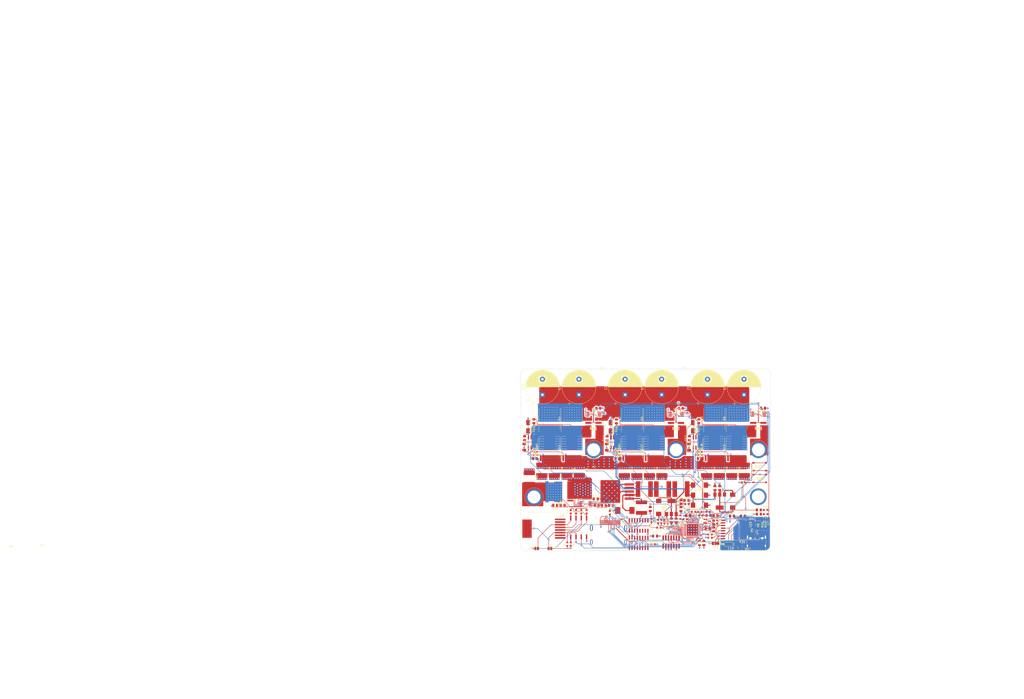
<source format=kicad_pcb>
(kicad_pcb (version 20221018) (generator pcbnew)
  (layers (0 "F.Cu" signal) (1 "In1.Cu" signal) (2 "In2.Cu" signal) (31 "B.Cu" signal) (34 "B.Paste" user) (35 "F.Paste" user) (36 "B.SilkS" user "B.Silkscreen") (37 "F.SilkS" user "F.Silkscreen") (38 "B.Mask" user) (39 "F.Mask" user) (44 "Edge.Cuts" user))
  (net 0 "")
  (net 1 "Net-(Q1-S)")
  (net 2 "Net-(D1-K)")
  (net 3 "GND")
  (net 4 "+12V")
  (net 5 "VBUS")
  (net 6 "+3.3V")
  (net 7 "GND_ISO")
  (net 8 "Net-(C10-Pad2)")
  (net 9 "NSRST")
  (net 10 "Net-(U2-VDDA)")
  (net 11 "GND1")
  (net 12 "Net-(U7-VBUS1)")
  (net 13 "Net-(JP4-A)")
  (net 14 "Net-(J8-Pin_1)")
  (net 15 "/MCU/ADC1_IN1")
  (net 16 "+5V")
  (net 17 "/MCU/ADC2_IN5")
  (net 18 "Net-(Q12-D)")
  (net 19 "Net-(D6-K)")
  (net 20 "/MCU/ADC2_IN10")
  (net 21 "/MCU/ADC1_IN2")
  (net 22 "Net-(Q10-D)")
  (net 23 "Net-(D7-K)")
  (net 24 "/MCU/ADC2_IN12")
  (net 25 "/MCU/ADC1_IN3")
  (net 26 "Net-(U17-TIMER)")
  (net 27 "5V_ISO")
  (net 28 "Net-(D2-K)")
  (net 29 "Net-(D2-A)")
  (net 30 "Net-(D3-K)")
  (net 31 "Net-(D3-A)")
  (net 32 "Net-(D4-K)")
  (net 33 "Net-(D4-A)")
  (net 34 "Net-(D5-K)")
  (net 35 "SPI_MISO_+")
  (net 36 "SPI_MISO_-")
  (net 37 "SPI_MOSI_+")
  (net 38 "SPI_MOSI_-")
  (net 39 "SPI_SCK_+")
  (net 40 "SPI_SCK_-")
  (net 41 "SPI_nSS_+")
  (net 42 "SPI_nSS_-")
  (net 45 "Net-(J2-CC1)")
  (net 46 "Net-(J2-D+-PadA6)")
  (net 47 "Net-(J2-D--PadA7)")
  (net 49 "Net-(J2-CC2)")
  (net 51 "Net-(J3-Pin_1)")
  (net 52 "Net-(J4-Pin_1)")
  (net 53 "Net-(J5-Pin_1)")
  (net 56 "CAN_IN+")
  (net 57 "CAN_IN-")
  (net 62 "SWDIO")
  (net 63 "SWCLK")
  (net 64 "SWO")
  (net 65 "JTDI")
  (net 66 "JTRST")
  (net 69 "Net-(JP3-C)")
  (net 70 "Net-(JP4-C)")
  (net 71 "Net-(L1-Pad2)")
  (net 72 "Net-(L2-Pad2)")
  (net 73 "Net-(Q1-G)")
  (net 74 "Net-(Q2-G)")
  (net 75 "Net-(Q3-G)")
  (net 76 "Net-(Q4-G)")
  (net 77 "Net-(Q5-G)")
  (net 78 "Net-(Q6-G)")
  (net 79 "Net-(Q7-G)")
  (net 80 "Net-(Q8-G)")
  (net 81 "Net-(Q9-G)")
  (net 82 "Net-(Q10-G)")
  (net 83 "Net-(Q11-G)")
  (net 84 "Net-(Q12-G)")
  (net 85 "Net-(Q13-G)")
  (net 86 "CAN_RX")
  (net 87 "VREF_OUT")
  (net 88 "Net-(U7-UD+)")
  (net 89 "Net-(U8--)")
  (net 90 "Net-(U7-UD-)")
  (net 91 "Net-(U7-DD+)")
  (net 92 "/MCU/USB_DP")
  (net 93 "/MCU/USB_DM")
  (net 94 "Net-(U7-DD-)")
  (net 95 "/MCU/OPAMP2_VINP")
  (net 96 "/MCU/ADC2_IN15")
  (net 97 "/MCU/ADC2_IN14")
  (net 98 "/MCU/ADC2_IN4")
  (net 99 "Net-(U8-+)")
  (net 100 "Net-(U13--)")
  (net 101 "Net-(U17-UVLO)")
  (net 102 "Net-(U17-OVP)")
  (net 103 "Net-(U17-SENSE)")
  (net 104 "Net-(U3-LO)")
  (net 105 "Net-(U12-LO)")
  (net 106 "Net-(U14-LO)")
  (net 107 "Net-(U3-HO)")
  (net 108 "Net-(U12-HO)")
  (net 109 "Net-(U14-HO)")
  (net 110 "/MCU/TIM_CH1N")
  (net 115 "/MCU/SPI1_NSS")
  (net 116 "/MCU/SPI1_SCK")
  (net 117 "/MCU/SPI1_MISO")
  (net 118 "/MCU/TIM_CH2N")
  (net 119 "/MCU/TIM_CH3N")
  (net 121 "/DC INPUT/EN")
  (net 122 "/DC INPUT/nPGD")
  (net 123 "/MCU/TIM_CH1")
  (net 124 "/MCU/TIM_CH2")
  (net 125 "/MCU/TIM_CH3")
  (net 126 "/MCU/SPI1_MOSI")
  (net 129 "/CAN/CAN_TX")
  (net 144 "Net-(U13-+)")
  (net 145 "Net-(U15--)")
  (net 146 "Net-(U15-+)")
  (footprint "Resistor_SMD:R_0805_2012Metric" (layer "F.Cu") (at 100.90785 49.2779 90)
    (fp_text reference "R55")
    (fp_text value "100kΩ-0805-1%")
  )
  (footprint "Inductor_SMD:L_0603_1608Metric" (layer "F.Cu") (at 161.0105 100.457)
    (fp_text reference "FB1")
    (fp_text value "600Ω@100MHz-25%-0603")
  )
  (footprint "Capacitor_SMD:C_2220_5650Metric" (layer "F.Cu") (at 162.43935 72.6848 -90)
    (fp_text reference "C43")
    (fp_text value "10uF-100V-10%-2220")
  )
  (footprint "Package_SO:SOIC-8_3.9x4.9mm_P1.27mm" (layer "F.Cu") (at 139.88415 59.551801 90)
    (fp_text reference "U12")
    (fp_text value "IRS21867S")
  )
  (footprint "Capacitor_SMD:C_0805_2012Metric" (layer "F.Cu") (at 136.09955 57.520801 90)
    (fp_text reference "C44")
    (fp_text value "100nF-100V-10%-0805")
  )
  (footprint "Package_SO:TSSOP-8_4.4x3mm_P0.65mm" (layer "F.Cu") (at 208.95945 45.8268)
    (fp_text reference "U15")
    (fp_text value "CSA231MA")
  )
  (footprint "Package_TO_SOT_SMD:TO-263-5_TabPin3" (layer "F.Cu") (at 139.156 83.077 180)
    (fp_text reference "U10")
    (fp_text value "LM2591HVS-12")
  )
  (footprint "Capacitor_SMD:C_2220_5650Metric" (layer "F.Cu") (at 122.77725 72.634 -90)
    (fp_text reference "C4")
    (fp_text value "10uF-100V-10%-2220")
  )
  (footprint "Capacitor_SMD:C_0805_2012Metric" (layer "F.Cu") (at 96.43745 57.470001 90)
    (fp_text reference "C1")
    (fp_text value "100nF-100V-10%-0805")
  )
  (footprint "Capacitor_SMD:C_0805_2012Metric" (layer "F.Cu") (at 197.866 109.413 90)
    (fp_text reference "C18")
    (fp_text value "100nF-100V-10%-0805")
  )
  (footprint "Capacitor_SMD:C_2220_5650Metric" (layer "F.Cu") (at 196.03085 72.634 -90)
    (fp_text reference "C53")
    (fp_text value "10uF-100V-10%-2220")
  )
  (footprint "MountingHole:MountingHole_3.2mm_M3" (layer "F.Cu") (at -135.89 113.03)
    (fp_text reference "H5")
    (fp_text value "MountingHole")
  )
  (footprint "Capacitor_SMD:C_0603_1608Metric" (layer "F.Cu") (at 174.485 89.1032 180)
    (fp_text reference "C40")
    (fp_text value "10nF-50V-10%-0603")
  )
  (footprint "Resistor_SMD:R_0603_1608Metric" (layer "F.Cu") (at 141.24255 65.532)
    (fp_text reference "R52")
    (fp_text value "10Ω-0603-1%")
  )
  (footprint "Resistor_SMD:R_0603_1608Metric" (layer "F.Cu") (at 180.657 92.9132)
    (fp_text reference "R25")
    (fp_text value "100Ω-1%-0603")
  )
  (footprint "Resistor_SMD:R_0805_2012Metric" (layer "F.Cu") (at 188.2537 94.5896 180)
    (fp_text reference "R30")
    (fp_text value "10kΩ-0805-0.1%")
  )
  (footprint "Capacitor_Tantalum_SMD:CP_EIA-7343-31_Kemet-D" (layer "F.Cu") (at 196.469 87.6925 90)
    (fp_text reference "C38")
    (fp_text value "47uF-16V-CASE_D")
  )
  (footprint "Capacitor_SMD:C_0603_1608Metric" (layer "F.Cu") (at 189.0522 97.7249 -90)
    (fp_text reference "C46")
    (fp_text value "10nF-50V-10%-0603")
  )
  (footprint "Capacitor_SMD:C_2220_5650Metric" (layer "F.Cu") (at 202.02525 72.634 -90)
    (fp_text reference "C51")
    (fp_text value "10uF-100V-10%-2220")
  )
  (footprint "MountingHole:MountingHole_3.2mm_M3" (layer "F.Cu") (at 133.604 27.686)
    (fp_text reference "H3")
    (fp_text value "MountingHole")
  )
  (footprint "Package_TO_SOT_SMD:SOT-23" (layer "F.Cu") (at 184.3763 97.3684)
    (fp_text reference "U1")
    (fp_text value "DNP LM4040DBZ-2.5 ")
  )
  (footprint "Resistor_SMD:R_0603_1608Metric" (layer "F.Cu") (at 101.58045 63.9572)
    (fp_text reference "R42")
    (fp_text value "10Ω-0603-1%")
  )
  (footprint "Resistor_SMD:R_0603_1608Metric" (layer "F.Cu") (at 208.695 101.7685 90)
    (fp_text reference "R6")
    (fp_text value "27Ω-0603-1%")
  )
  (footprint "Resistor_SMD:R_0603_1608Metric" (layer "F.Cu") (at 207.171 101.7685 -90)
    (fp_text reference "R9")
    (fp_text value "27Ω-0603-1%")
  )
  (footprint "MountingHole:MountingHole_3.2mm_M3" (layer "F.Cu") (at 173.228 27.686)
    (fp_text reference "H4")
    (fp_text value "MountingHole")
  )
  (footprint "Resistor_SMD:R_0805_2012Metric" (layer "F.Cu") (at 141.02525 67.31)
    (fp_text reference "R59")
    (fp_text value "100kΩ-0805-1%")
  )
  (footprint "Diode_SMD:D_SMA" (layer "F.Cu") (at 137.77595 51.9496 90)
    (fp_text reference "D6")
    (fp_text value "100V-2A-214AC")
  )
  (footprint "Resistor_SMD:R_0603_1608Metric" (layer "F.Cu") (at 173.6344 96.4184)
    (fp_text reference "R23")
    (fp_text value "100Ω-1%-0603")
  )
  (footprint "_Home_Grow:USB_C_Receptacle_XKB_U262-16XN-4BVC11" (layer "F.Cu") (at 207.897 108.145)
    (fp_text reference "J2")
    (fp_text value "USB_C_Receptacle_USB2.0")
  )
  (footprint "Resistor_SMD:R_0805_2012Metric" (layer "F.Cu") (at 114.7045 89.662)
    (fp_text reference "R41")
    (fp_text value "2x10kΩ-0805-0.1%")
  )
  (footprint "Resistor_SMD:R_0805_2012Metric" (layer "F.Cu") (at 180.61115 67.2592)
    (fp_text reference "R60")
    (fp_text value "100kΩ-0805-1%")
  )
  (footprint "Resistor_SMD:R_0603_1608Metric" (layer "F.Cu") (at 101.58045 65.4812)
    (fp_text reference "R51")
    (fp_text value "10Ω-0603-1%")
  )
  (footprint "Resistor_SMD:R_0805_2012Metric" (layer "F.Cu") (at 187.325 97.917 90)
    (fp_text reference "R27")
    (fp_text value "10kΩ-0805-0.1%")
  )
  (footprint "Package_SO:SOIC-8_3.9x4.9mm_P1.27mm" (layer "F.Cu") (at 179.47005 59.501 90)
    (fp_text reference "U14")
    (fp_text value "IRS21867S")
  )
  (footprint "Resistor_SMD:R_0603_1608Metric" (layer "F.Cu") (at 177.6465 92.884)
    (fp_text reference "R24")
    (fp_text value "10kΩ-1%-0603")
  )
  (footprint "MountingHole:MountingHole_3.2mm_M3" (layer "F.Cu") (at -150.622 113.792)
    (fp_text reference "H6")
    (fp_text value "MountingHole")
  )
  (footprint "Capacitor_SMD:C_0805_2012Metric" (layer "F.Cu") (at 167.005 97.089 90)
    (fp_text reference "C34")
    (fp_text value "100nF-100V-10%-0805")
  )
  (footprint "Resistor_SMD:R_0805_2012Metric" (layer "F.Cu") (at 134.5165 89.789)
    (fp_text reference "R39")
    (fp_text value "6.4kΩ-0805-0.1%")
  )
  (footprint "Resistor_SMD:R_0603_1608Metric" (layer "F.Cu") (at 185.611 103.759 180)
    (fp_text reference "R10")
    (fp_text value "27Ω-0603-1%")
  )
  (footprint "Resistor_SMD:R_0603_1608Metric" (layer "F.Cu") (at 212.3285 91.948 180)
    (fp_text reference "R13")
    (fp_text value "100Ω-1%-0603")
  )
  (footprint "Resistor_SMD:R_0805_2012Metric" (layer "F.Cu") (at 171.5986 88.1361 90)
    (fp_text reference "R16")
    (fp_text value "10kΩ-0805-0.1%")
  )
  (footprint "Capacitor_SMD:C_0805_2012Metric" (layer "F.Cu") (at 130.622 86.614)
    (fp_text reference "C57")
    (fp_text value "100nF-100V-10%-0805")
  )
  (footprint "Resistor_SMD:R_0603_1608Metric" (layer "F.Cu") (at 137.414 93.282 -90)
    (fp_text reference "R7")
    (fp_text value "100Ω-1%-0603")
  )
  (footprint "_Home_Grow:Infineon_PG-HSOF-8-1_ThermalVias_GAPPED" (layer "F.Cu") (at 158.84835 61.9088 90)
    (fp_text reference "Q12")
    (fp_text value "HYG017N10NS1TA")
  )
  (footprint "Resistor_SMD:R_0603_1608Metric" (layer "F.Cu") (at 185.611 105.283)
    (fp_text reference "R11")
    (fp_text value "27Ω-0603-1%")
  )
  (footprint "Resistor_SMD:R_0805_2012Metric" (layer "F.Cu") (at 184.8501 94.5896 180)
    (fp_text reference "R31")
    (fp_text value "10kΩ-0805-0.1%")
  )
  (footprint "_Home_Grow:TS1187ABAB" (layer "F.Cu") (at 209.502 76.805 180)
    (fp_text reference "SW2")
    (fp_text value "SW_DIP_x01" hide)
  )
  (footprint "Capacitor_SMD:C_2220_5650Metric" (layer "F.Cu") (at 189.98565 72.634 -90)
    (fp_text reference "C63")
    (fp_text value "10uF-100V-10%-2220")
  )
  (footprint "Resistor_SMD:R_0603_1608Metric" (layer "F.Cu") (at 123.698 92.774 -90)
    (fp_text reference "R5")
    (fp_text value "47Ω-1%-0603")
  )
  (footprint "Capacitor_SMD:C_0805_2012Metric" (layer "F.Cu") (at 196.149 94.869)
    (fp_text reference "C16")
    (fp_text value "100nF-100V-10%-0805")
  )
  (footprint "Capacitor_SMD:C_0805_2012Metric" (layer "F.Cu") (at 175.0212 94.6912)
    (fp_text reference "C14")
    (fp_text value "100nF-100V-10%-0805")
  )
  (footprint "Package_SO:SOIC-8_3.9x4.9mm_P1.27mm" (layer "F.Cu") (at 100.22205 59.501001 90)
    (fp_text reference "U3")
    (fp_text value "IRS21867S")
  )
  (footprint "Resistor_SMD:R_0805_2012Metric" (layer "F.Cu") (at 180.15585 49.2779 90)
    (fp_text reference "R57")
    (fp_text value "100kΩ-0805-1%")
  )
  (footprint "Package_SO:TSSOP-8_4.4x3mm_P0.65mm" (layer "F.Cu") (at 129.71145 45.8268)
    (fp_text reference "U8")
    (fp_text value "CSA231MA")
  )
  (footprint "Resistor_SMD:R_0805_2012Metric" (layer "F.Cu") (at 137.9455 89.789)
    (fp_text reference "R40")
    (fp_text value "3.6kΩ-0805-1%")
  )
  (footprint "MountingHole:MountingHole_3.2mm_M3" (layer "F.Cu") (at 129.794 75.438)
    (fp_text reference "H2")
    (fp_text value "MountingHole")
  )
  (footprint "_Home_Grow:Infineon_PG-HSOF-8-1_ThermalVias_GAPPED" (layer "F.Cu") (at 108.42825 61.858 90)
    (fp_text reference "Q8")
    (fp_text value "HYG017N10NS1TA")
  )
  (footprint "Diode_SMD:D_SMC" (layer "F.Cu") (at 144.624 92.202 180)
    (fp_text reference "D5")
    (fp_text value "60V-0.75V@3A-SMC")
  )
  (footprint "Package_TO_SOT_SMD:SOT-223-3_TabPin2" (layer "F.Cu") (at 167.005 90.78 90)
    (fp_text reference "U9")
    (fp_text value "AMS1117-3.3")
  )
  (footprint "Capacitor_SMD:C_2220_5650Metric" (layer "F.Cu") (at 152.654 90.815 90)
    (fp_text reference "C30")
    (fp_text value "10uF-100V-10%-2220")
  )
  (footprint "Resistor_SMD:R_0603_1608Metric" (layer "F.Cu") (at 121.158 92.774 90)
    (fp_text reference "R4")
    (fp_text value "47Ω-1%-0603")
  )
  (footprint "Resistor_SMD:R_0603_1608Metric" (layer "F.Cu") (at 141.24255 64.008)
    (fp_text reference "R43")
    (fp_text value "10Ω-0603-1%")
  )
  (footprint "Package_TO_SOT_SMD:Infineon_PG-HSOF-8-1_ThermalVias" (layer "F.Cu") (at 119.17325 47.963 90)
    (fp_text reference "Q4")
    (fp_text value "HYG017N10NS1TA")
  )
  (footprint "Capacitor_THT:CP_Radial_D16.0mm_P7.50mm" (layer "F.Cu") (at 144.78 36.532755 90)
    (fp_text reference "C21")
    (fp_text value "560uF-100V-P7.5mm-D16mm")
  )
  (footprint "_Home_Grow:Infineon_PG-HSOF-8-1_ThermalVias_GAPPED" (layer "F.Cu") (at 198.43425 61.858 90)
    (fp_text reference "Q13")
    (fp_text value "HYG017N10NS1TA")
  )
  (footprint "LED_SMD:LED_0805_2012Metric" (layer "F.Cu") (at 209.042 91.948)
    (fp_text reference "D2")
    (fp_text value "GREEN-0805")
  )
  (footprint "_Home_Grow:Infineon_PG-HSOF-8-1_ThermalVias_GAPPED" (layer "F.Cu") (at 148.09035 61.9088 90)
    (fp_text reference "Q9")
    (fp_text value "HYG017N10NS1TA")
  )
  (footprint "Capacitor_SMD:C_2220_5650Metric" (layer "F.Cu") (at 183.99125 72.634 -90)
    (fp_text reference "C64")
    (fp_text value "10uF-100V-10%-2220")
  )
  (footprint "Connector_PinHeader_1.27mm:PinHeader_2x07_P1.27mm_Vertical_SMD" (layer "F.Cu") (at 166.878 107.36 90)
    (fp_text reference "J9")
    (fp_text value "Conn_02x07_Odd_Even")
  )
  (footprint "Capacitor_SMD:C_0805_2012Metric" (layer "F.Cu") (at 156.845 91.501 90)
    (fp_text reference "C7")
    (fp_text value "100nF-100V-10%-0805")
  )
  (footprint "SamacSys_Parts:BVBMR00110" (layer "F.Cu") (at 129.54525 53.238 180)
    (fp_text reference "R61")
    (fp_text value "300uΩ-2726-1%" hide)
  )
  (footprint "Resistor_SMD:R_0603_1608Metric" (layer "F.Cu") (at 212.315 101.8315 -90)
    (fp_text reference "R34")
    (fp_text value "10kΩ-1%-0603")
  )
  (footprint "Diode_SMD:D_SMA" (layer "F.Cu") (at 98.11385 51.8988 90)
    (fp_text reference "D1")
    (fp_text value "100V-2A-214AC")
  )
  (footprint "Capacitor_SMD:C_0805_2012Metric" (layer "F.Cu") (at 187.96 81.468 -90)
    (fp_text reference "C31")
    (fp_text value "100nF-100V-10%-0805")
  )
  (footprint "Capacitor_SMD:C_0805_2012Metric" (layer "F.Cu") (at 175.68545 57.47 90)
    (fp_text reference "C52")
    (fp_text value "100nF-100V-10%-0805")
  )
  (footprint "Capacitor_SMD:C_0805_2012Metric" (layer "F.Cu") (at 131.86025 43.0022 180)
    (fp_text reference "C28")
    (fp_text value "100nF-100V-10%-0805")
  )
  (footprint "Jumper:SolderJumper-2_P1.3mm_Open_RoundedPad1.0x1.5mm" (layer "F.Cu") (at 108.6 110.49 180)
    (fp_text reference "JP2")
    (fp_text value "SolderJumper_2_Open")
  )
  (footprint "Package_TO_SOT_SMD:Infineon_PG-HSOF-8-1_ThermalVias" (layer "F.Cu") (at 198.42125 47.963 90)
    (fp_text reference "Q6")
    (fp_text value "HYG017N10NS1TA")
  )
  (footprint "SamacSys_Parts:7466005R" (layer "F.Cu") (at 208.88325 62.992 90)
    (fp_text reference "J5")
    (fp_text value "Screw_Terminal_01x01" hide)
  )
  (footprint "Capacitor_SMD:C_2220_5650Metric" (layer "F.Cu") (at 150.39975 72.6848 -90)
    (fp_text reference "C61")
    (fp_text value "10uF-100V-10%-2220")
  )
  (footprint "Capacitor_SMD:C_0603_1608Metric" (layer "F.Cu") (at 118.618 108.3942 -90)
    (fp_text reference "C65")
    (fp_text value "0.1uF")
  )
  (footprint "Resistor_SMD:R_0603_1608Metric" (layer "F.Cu") (at 181.57825 53.1246 90)
    (fp_text reference "R47")
    (fp_text value "10Ω-0603-1%")
  )
  (footprint "_Home_Grow:Infineon_PG-HSOF-8-1_ThermalVias_GAPPED" (layer "F.Cu") (at 119.18625 61.858 90)
    (fp_text reference "Q11")
    (fp_text value "HYG017N10NS1TA")
  )
  (footprint "Inductor_SMD:L_Sunlord_SWPA8040S" (layer "F.Cu") (at 171.625 81.915)
    (fp_text reference "L3")
    (fp_text value "100uH-1A-20%-8x8mm")
  )
  (footprint "Resistor_SMD:R_0805_2012Metric" (layer "F.Cu") (at 174.2929 87.376)
    (fp_text reference "R17")
    (fp_text value "10kΩ-0805-0.1%")
  )
  (footprint "Resistor_SMD:R_0603_1608Metric" (layer "F.Cu") (at 141.99235 53.1754 90)
    (fp_text reference "R46")
    (fp_text value "10Ω-0603-1%")
  )
  (footprint "Capacitor_THT:CP_Radial_D16.0mm_P7.50mm" (layer "F.Cu") (at 105.005 36.532755 90)
    (fp_text reference "C19")
    (fp_text value "560uF-100V-P7.5mm-D16mm")
  )
  (footprint "SamacSys_Parts:7466005R" (layer "F.Cu") (at 100.965 85.725)
    (fp_text reference "J8")
    (fp_text value "Screw_Terminal_01x01" hide)
  )
  (footprint "Resistor_SMD:R_0603_1608Metric" (layer "F.Cu") (at 210.791 101.8315 -90)
    (fp_text reference "R35")
    (fp_text value "10kΩ-1%-0603")
  )
  (footprint "Capacitor_SMD:C_0603_1608Metric" (layer "F.Cu") (at 157.454 97.015 90)
    (fp_text reference "C13")
    (fp_text value "0.1uF")
  )
  (footprint "Package_TO_SOT_SMD:Infineon_PG-HSOF-8-1_ThermalVias" (layer "F.Cu") (at 187.67625 47.963 90)
    (fp_text reference "Q3")
    (fp_text value "HYG017N10NS1TA")
  )
  (footprint "Package_TO_SOT_SMD:Infineon_PG-HSOF-8-1_ThermalVias" (layer "F.Cu") (at 148.09035 48.0138 90)
    (fp_text reference "Q2")
    (fp_text value "HYG017N10NS1TA")
  )
  (footprint "Package_TO_SOT_SMD:SOT-223-3_TabPin2" (layer "F.Cu") (at 190.246 87.655 -90)
    (fp_text reference "U11")
    (fp_text value "AMS1117-5.0")
  )
  (footprint "Resistor_SMD:R_0805_2012Metric" (layer "F.Cu") (at 140.56995 49.3287 90)
    (fp_text reference "R56")
    (fp_text value "100kΩ-0805-1%")
  )
  (footprint "_Home_Grow:TS1187ABAB" (layer "F.Cu") (at 209.502 71.15)
    (fp_text reference "SW1")
    (fp_text value "SW_DIP_x01" hide)
  )
  (footprint "Capacitor_SMD:C_0805_2012Metric" (layer "F.Cu") (at 211.10825 43.0022 180)
    (fp_text reference "C55")
    (fp_text value "100nF-100V-10%-0805")
  )
  (footprint "Capacitor_SMD:C_0805_2012Metric" (layer "F.Cu") (at 182.626 107.884 90)
    (fp_text reference "C8")
    (fp_text value "100nF-100V-10%-0805")
  )
  (footprint "Package_TO_SOT_SMD:Infineon_PG-HSOF-8-1_ThermalVias" (layer "F.Cu") (at 113.122 83.22 180)
    (fp_text reference "Q7")
    (fp_text value "HYG017N10NS1TA")
  )
  (footprint "Resistor_SMD:R_0805_2012Metric" (layer "F.Cu") (at 187.325 101.3206 90)
    (fp_text reference "R26")
    (fp_text value "10kΩ-0805-0.1%")
  )
  (footprint "Resistor_SMD:R_0603_1608Metric" (layer "F.Cu") (at 180.82845 65.4812)
    (fp_text reference "R53")
    (fp_text value "10Ω-0603-1%")
  )
  (footprint "Capacitor_SMD:C_0805_2012Metric" (layer "F.Cu") (at 201.361 94.869 180)
    (fp_text reference "C17")
    (fp_text value "100nF-100V-10%-0805")
  )
  (footprint "Resistor_SMD:R_0603_1608Metric" (layer "F.Cu") (at 102.33025 53.1246 90)
    (fp_text reference "R45")
    (fp_text value "10Ω-0603-1%")
  )
  (footprint "Resistor_SMD:R_0603_1608Metric" (layer "F.Cu") (at 201.075 110.304)
    (fp_text reference "R37")
    (fp_text value "10kΩ-1%-0603")
  )
  (footprint "Resistor_SMD:R_0603_1608Metric" (layer "F.Cu") (at 160.6296 97.5746 -90)
    (fp_text reference "R20")
    (fp_text value "10kΩ-1%-0603")
  )
  (footprint "Capacitor_THT:CP_Radial_D16.0mm_P7.50mm" (layer "F.Cu") (at 184.38 36.532755 90)
    (fp_text reference "C23")
    (fp_text value "560uF-100V-P7.5mm-D16mm")
  )
  (footprint "Resistor_SMD:R_0603_1608Metric" (layer "F.Cu") (at 180.82845 63.9572)
    (fp_text reference "R44")
    (fp_text value "10Ω-0603-1%")
  )
  (footprint "Capacitor_Tantalum_SMD:CP_EIA-7343-31_Kemet-D" (layer "F.Cu") (at 180.5295 89.662)
    (fp_text reference "C37")
    (fp_text value "47uF-16V-CASE_D")
  )
  (footprint "Resistor_SMD:R_0603_1608Metric" (layer "F.Cu") (at 140.41755 53.1754 90)
    (fp_text reference "R49")
    (fp_text value "10Ω-0603-1%")
  )
  (footprint "Resistor_SMD:R_0603_1608Metric" (layer "F.Cu") (at 162.1536 97.599 90)
    (fp_text reference "R21" hide)
    (fp_text value "100Ω-1%-0603")
  )
  (footprint "Package_SO:SOIC-16_3.9x9.9mm_P1.27mm" (layer "F.Cu") (at 151.257 99.503 90)
    (fp_text reference "U6")
    (fp_text value "SN65LVDS33D")
  )
  (footprint "Resistor_SMD:R_0603_1608Metric" (layer "F.Cu") (at 171.3684 95.4521 -90)
    (fp_text reference "R22")
    (fp_text value "10kΩ-1%-0603")
  )
  (footprint "Capacitor_Tantalum_SMD:CP_EIA-7343-31_Kemet-D" (layer "F.Cu") (at 180.5295 79.994)
    (fp_text reference "C35")
    (fp_text value "47uF-16V-CASE_D")
  )
  (footprint "Resistor_SMD:R_0603_1608Metric" (layer "F.Cu") (at 165.2332 97.6254 90)
    (fp_text reference "R18")
    (fp_text value "100Ω-1%-0603")
  )
  (footprint "Capacitor_THT:CP_Radial_D16.0mm_P7.50mm" (layer "F.Cu") (at 162.33 36.532755 90)
    (fp_text reference "C22")
    (fp_text value "560uF-100V-P7.5mm-D16mm")
  )
  (footprint "Capacitor_SMD:C_0603_1608Metric" (layer "F.Cu") (at 118.618 92.8494 90)
    (fp_text reference "C66")
    (fp_text value "0.1uF")
  )
  (footprint "Resistor_SMD:R_0805_2012Metric" (layer "F.Cu") (at 101.36315 67.2592)
    (fp_text reference "R58")
    (fp_text value "100kΩ-0805-1%")
  )
  (footprint "MountingHole:MountingHole_3.2mm_M3" (layer "F.Cu") (at 98.298 43.434)
    (fp_text reference "H1")
    (fp_text value "MountingHole")
  )
  (footprint "Package_SO:TSSOP-8_4.4x3mm_P0.65mm" (layer "F.Cu") (at 169.37355 45.8776)
    (fp_text reference "U13")
    (fp_text value "CSA231MA")
  )
  (footprint "Capacitor_SMD:C_1206_3216Metric" (layer "F.Cu") (at 96.28505 61.673001 -90)
    (fp_text reference "C2")
    (fp_text value "1uF-100V-10%-1206")
  )
  (footprint "Capacitor_SMD:C_0805_2012Metric" (layer "F.Cu") (at 171.6024 91.5568 -90)
    (fp_text reference "C3")
    (fp_text value "100nF-100V-10%-0805")
  )
  (footprint "Jumper:SolderJumper-3_P1.3mm_Bridged12_RoundedPad1.0x1.5mm_NumberLabels" (layer "F.Cu") (at 194.534 108.458 180)
    (fp_text reference "JP4")
    (fp_text value "Jumper")
  )
  (footprint "Capacitor_THT:CP_Radial_D16.0mm_P7.50mm" (layer "F.Cu") (at 201.93 36.532755 90)
    (fp_text reference "C24")
    (fp_text value "560uF-100V-P7.5mm-D16mm")
  )
  (footprint "Package_SO:SOIC-16W_7.5x10.3mm_P1.27mm" (layer "F.Cu") (at 196.518 101.346 180)
    (fp_text reference "U7")
    (fp_text value "ADUM4160")
  )
  (footprint "Capacitor_SMD:C_1206_3216Metric" (layer "F.Cu") (at 135.94715 61.723801 -90)
    (fp_text reference "C41")
    (fp_text value "1uF-100V-10%-1206")
  )
  (footprint "SamacSys_Parts:7466005R" (layer "F.Cu") (at 169.29735 63.042799 90)
    (fp_text reference "J4")
    (fp_text value "Screw_Terminal_01x01" hide)
  )
  (footprint "Capacitor_SMD:C_0603_1608Metric" (layer "F.Cu") (at 158.229 108.458)
    (fp_text reference "C12")
    (fp_text value "0.1uF")
  )
  (footprint "Resistor_SMD:R_0603_1608Metric" (layer "F.Cu") (at 100.75545 53.1246 90)
    (fp_text reference "R48")
    (fp_text value "10Ω-0603-1%")
  )
  (footprint "Resistor_SMD:R_0603_1608Metric" (layer "F.Cu") (at 201.612 78.74 180)
    (fp_text reference "R2")
    (fp_text value "10kΩ-1%-0603")
  )
  (footprint "Capacitor_SMD:C_0603_1608Metric" (layer "F.Cu") (at 126.238 92.824 90)
    (fp_text reference "C10")
    (fp_text value "10nF-50V-10%-0603")
  )
  (footprint "Capacitor_SMD:C_0805_2012Metric" (layer "F.Cu") (at 190.246 81.468 -90)
    (fp_text reference "C32")
    (fp_text value "100nF-100V-10%-0805")
  )
  (footprint "Capacitor_SMD:C_0805_2012Metric" (layer "F.Cu") (at 169.291 97.089 90)
    (fp_text reference "C33")
    (fp_text value "100nF-100V-10%-0805")
  )
  (footprint "Capacitor_THT:CP_Radial_D16.0mm_P7.50mm" (layer "F.Cu") (at 122.555 36.532755 90)
    (fp_text reference "C20")
    (fp_text value "560uF-100V-P7.5mm-D16mm")
  )
  (footprint "_Home_Grow:MOLEX_47272-0001" (layer "F.Cu") (at 136.784 111.544)
    (fp_text reference "J1")
    (fp_text value "47272-0001")
  )
  (footprint "Capacitor_SMD:C_0805_2012Metric" (layer "F.Cu") (at 184.465 100.838 180)
    (fp_text reference "C11")
    (fp_text value "100nF-100V-10%-0805")
  )
  (footprint "Resistor_SMD:R_0805_2012Metric" (layer "F.Cu") (at 111.1485 89.662 180)
    (fp_text reference "R54")
    (fp_text value "10kΩ-0805-0.1%")
  )
  (footprint "Package_DFN_QFN:QFN-48-1EP_7x7mm_P0.5mm_EP5.6x5.6mm" (layer "F.Cu") (at 177.224 101.532 180)
    (fp_text reference "U2")
    (fp_text value "STM32G431CBUx")
  )
  (footprint "Capacitor_SMD:C_2220_5650Metric" (layer "F.Cu") (at 156.44495 72.6848 -90)
    (fp_text reference "C45")
    (fp_text value "10uF-100V-10%-2220")
  )
  (footprint "Capacitor_Tantalum_SMD:CP_EIA-7343-31_Kemet-D" (layer "F.Cu") (at 160.909 90.7405 -90)
    (fp_text reference "C39")
    (fp_text value "47uF-16V-CASE_D")
  )
  (footprint "Jumper:SolderJumper-2_P1.3mm_Open_RoundedPad1.0x1.5mm" (layer "F.Cu") (at 102.25 110.49)
    (fp_text reference "JP1")
    (fp_text value "SolderJumper_2_Open")
  )
  (footprint "Capacitor_SMD:C_2220_5650Metric" (layer "F.Cu") (at 144.405351 72.6848 -90)
    (fp_text reference "C62")
    (fp_text value "10uF-100V-10%-2220")
  )
  (footprint "_Home_Grow:SOP-8_6.62x9.15mm_P2.54mm" (layer "F.Cu") (at 122.428 100.377 90)
    (fp_text reference "U4")
    (fp_text value "ISO1050DUB")
  )
  (footprint "Capacitor_SMD:C_0805_2012Metric" (layer "F.Cu") (at 171.52235 43.053 180)
    (fp_text reference "C47")
    (fp_text value "100nF-100V-10%-0805")
  )
  (footprint "Resistor_SMD:R_0603_1608Metric" (layer "F.Cu") (at 180.00345 53.1246 90)
    (fp_text reference "R50")
    (fp_text value "10Ω-0603-1%")
  )
  (footprint "Inductor_SMD:L_Sunlord_SWPA8040S" (layer "F.Cu") (at 153.972 81.915)
    (fp_text reference "L1")
    (fp_text value "100uH-1A-20%-8x8mm")
  )
  (footprint "Jumper:SolderJumper-3_P1.3mm_Bridged12_RoundedPad1.0x1.5mm_NumberLabels" (layer "F.Cu") (at 188.214 108.077 180)
    (fp_text reference "JP3")
    (fp_text value "Jumper")
  )
  (footprint "Capacitor_SMD:C_2220_5650Metric" (layer "F.Cu") (at 110.73765 72.634 -90)
    (fp_text reference "C59")
    (fp_text value "10uF-100V-10%-2220")
  )
  (footprint "Package_SO:SOIC-16_3.9x9.9mm_P1.27mm" (layer "F.Cu") (at 151.257 107.761 -90)
    (fp_text reference "U5")
    (fp_text value "SN65LVDS31D")
  )
  (footprint "Capacitor_SMD:C_1206_3216Metric" (layer "F.Cu") (at 175.53305 61.673 -90)
    (fp_text reference "C49")
    (fp_text value "1uF-100V-10%-1206")
  )
  (footprint "Capacitor_Tantalum_SMD:CP_EIA-7343-31_Kemet-D" (layer "F.Cu") (at 180.5295 84.836)
    (fp_text reference "C36")
    (fp_text value "47uF-16V-CASE_D")
  )
  (footprint "Resistor_SMD:R_0603_1608Metric" (layer "F.Cu") (at 116.967 108.394 -90)
    (fp_text reference "R1")
    (fp_text value "10kΩ-1%-0603")
  )
  (footprint "_Home_Grow:Infineon_PG-HSOF-8-1_ThermalVias_GAPPED" (layer "F.Cu") (at 187.67625 61.858 90)
    (fp_text reference "Q10")
    (fp_text value "HYG017N10NS1TA")
  )
  (footprint "Capacitor_SMD:C_2220_5650Metric" (layer "F.Cu") (at 116.78285 72.634 -90)
    (fp_text reference "C5")
    (fp_text value "10uF-100V-10%-2220")
  )
  (footprint "SamacSys_Parts:BVBMR00110" (layer "F.Cu") (at 169.20735 53.2888 180)
    (fp_text reference "R62")
    (fp_text value "300uΩ-2726-1%" hide)
  )
  (footprint "Inductor_SMD:L_Sunlord_SWPA8040S" (layer "F.Cu") (at 162.766 81.915)
    (fp_text reference "L2")
    (fp_text value "100uH-1A-20%-8x8mm")
  )
  (footprint "Package_TO_SOT_SMD:SOT-553" (layer "F.Cu") (at 206.629 98.995 90)
    (fp_text reference "U16")
    (fp_text value "TPD2E2U06")
  )
  (footprint "Package_SO:MSOP-10_3x3mm_P0.5mm" (layer "F.Cu") (at 125.644 88.916 180)
    (fp_text reference "U17")
    (fp_text value "LM5060")
  )
  (footprint "Capacitor_SMD:C_0805_2012Metric" (layer "F.Cu") (at 159.197 104.521)
    (fp_text reference "C6")
    (fp_text value "100nF-100V-10%-0805")
  )
  (footprint "Diode_SMD:D_SMA" (layer "F.Cu") (at 177.36185 51.8988 90)
    (fp_text reference "D7")
    (fp_text value "100V-2A-214AC")
  )
  (footprint "Capacitor_SMD:C_0805_2012Metric" (layer "F.Cu") (at 180.594 107.884 90)
    (fp_text reference "C9")
    (fp_text value "100nF-100V-10%-0805")
  )
  (footprint "SamacSys_Parts:7466005R" (layer "F.Cu") (at 129.63525 62.991999 90)
    (fp_text reference "J3")
    (fp_text value "Screw_Terminal_01x01" hide)
  )
  (footprint "Resistor_SMD:R_0603_1608Metric" (layer "F.Cu") (at 212.3285 93.98 180)
    (fp_text reference "R12")
    (fp_text value "100Ω-1%-0603")
  )
  (footprint "_Home_Grow:RJ45_Molex_0855135013_Vertical" (layer "F.Cu") (at 105.698 100.965 -90)
    (fp_text reference "J6")
    (fp_text value "Conn_01x08")
  )
  (footprint "SamacSys_Parts:BVBMR00110" (layer "F.Cu") (at 208.79325 53.238 180)
    (fp_text reference "R63")
    (fp_text value "300uΩ-2726-1%" hide)
  )
  (footprint "Resistor_SMD:R_0603_1608Metric" (layer "F.Cu") (at 181.1406 94.5388)
    (fp_text reference "R3")
    (fp_text value "DNP 10kΩ-1%-0603")
  )
  (footprint "Capacitor_SMD:C_2220_5650Metric" (layer "F.Cu") (at 104.743251 72.634 -90)
    (fp_text reference "C60")
    (fp_text value "10uF-100V-10%-2220")
  )
  (footprint "LED_SMD:LED_0805_2012Metric" (layer "F.Cu") (at 209.042 93.98)
    (fp_text reference "D3")
    (fp_text value "YELLOW-0805")
  )
  (footprint "Resistor_SMD:R_0603_1608Metric" (layer "F.Cu") (at 201.075 108.81)
    (fp_text reference "R36")
    (fp_text value "10kΩ-1%-0603")
  )
  (footprint "Resistor_SMD:R_0805_2012Metric" (layer "F.Cu") (at 131.0875 89.789)
    (fp_text reference "R38")
    (fp_text value "100kΩ-0805-1%")
  )
  (footprint "LED_SMD:LED_0805_2012Metric" (layer "F.Cu") (at 209.042 96.266)
    (fp_text reference "D4")
    (fp_text value "RED-0805")
  )
  (footprint "Resistor_SMD:R_0603_1608Metric" (layer "F.Cu") (at 163.6776 97.6265 -90)
    (fp_text reference "R19")
    (fp_text value "10kΩ-1%-0603")
  )
  (footprint "Package_TO_SOT_SMD:Infineon_PG-HSOF-8-1_ThermalVias" (layer "F.Cu") (at 158.83535 48.0138 90)
    (fp_text reference "Q5")
    (fp_text value "HYG017N10NS1TA")
  )
  (footprint "Package_TO_SOT_SMD:Infineon_PG-HSOF-8-1_ThermalVias" (layer "F.Cu") (at 108.42825 47.963 90)
    (fp_text reference "Q1")
    (fp_text value "HYG017N10NS1TA")
  )
  (footprint "SamacSys_Parts:7466005R" (layer "F.Cu") (at 208.788 85.598)
    (fp_text reference "J7")
    (fp_text value "Screw_Terminal_01x01" hide)
  )
  (footprint "Capacitor_SMD:C_0603_1608Metric" (layer "F.Cu") (at 184.658 92.8624)
    (fp_text reference "C54")
    (fp_text value "10nF-50V-10%-0603")
  )
  (footprint "Resistor_SMD:R_0603_1608Metric" (layer "F.Cu") (at 212.3285 96.266 180)
    (fp_text reference "R14")
    (fp_text value "100Ω-1%-0603")
  )
  (footprint "Capacitor_SMD:C_2220_5650Metric" (layer "F.Cu") (at 98.679 76.825 -90)
    (fp_text reference "C25")
    (fp_text value "10uF-100V-10%-2220")
  )
  (gr_arc (start 214.63 109.074949) (mid 213.886051 110.871) (end 212.09 111.614949) (stroke (width 0.1)) (layer "Edge.Cuts"))
  (gr_line (start 97.155 24.13) (end 208.915 24.13) (stroke (width 0.1)) (layer "Edge.Cuts"))
  (gr_line (start 97.917 111.614949) (end 97.155 111.614949) (stroke (width 0.1)) (layer "Edge.Cuts"))
  (gr_arc (start 212.09 24.13) (mid 213.886051 24.873949) (end 214.63 26.67) (stroke (width 0.1)) (layer "Edge.Cuts"))
  (gr_arc (start 94.615 26.67) (mid 95.358949 24.873949) (end 97.155 24.13) (stroke (width 0.1)) (layer "Edge.Cuts"))
  (gr_line (start 94.615 109.074949) (end 94.615 106.807) (stroke (width 0.1)) (layer "Edge.Cuts"))
  (gr_line (start 212.09 111.614949) (end 97.917 111.614949) (stroke (width 0.1)) (layer "Edge.Cuts"))
  (gr_line (start 214.63 105.41) (end 214.63 106.807) (stroke (width 0.1)) (layer "Edge.Cuts"))
  (gr_line (start 208.915 24.13) (end 212.09 24.13) (stroke (width 0.1)) (layer "Edge.Cuts"))
  (gr_line (start 214.63 106.807) (end 214.63 109.074949) (stroke (width 0.1)) (layer "Edge.Cuts"))
  (gr_line (start 94.615 26.67) (end 94.615 106.807) (stroke (width 0.1)) (layer "Edge.Cuts"))
  (gr_line (start 214.63 26.67) (end 214.63 37.465) (stroke (width 0.1)) (layer "Edge.Cuts"))
  (gr_arc (start 97.155 111.614949) (mid 95.358949 110.871) (end 94.615 109.074949) (stroke (width 0.1)) (layer "Edge.Cuts"))
  (gr_line (start 214.63 37.465) (end 214.63 105.41) (stroke (width 0.1)) (layer "Edge.Cuts"))
  (segment (start 100.85705 57.026) (end 100.85705 55.7022) (width 0.2) (layer "F.Cu") (net 1))
  (segment (start 101.9594 48.3654) (end 100.90785 48.3654) (width 0.2) (layer "F.Cu") (net 1))
  (segment (start 103.052 50.855) (end 102.362 50.165) (width 0.2) (layer "F.Cu") (net 1))
  (segment (start 100.93325 58.42) (end 100.93325 57.1022) (width 0.2) (layer "F.Cu") (net 1))
  (segment (start 100.93325 57.1022) (end 100.85705 57.026) (width 0.2) (layer "F.Cu") (net 1))
  (segment (start 171.45 88.138) (end 170.434 88.138) (width 0.2) (layer "F.Cu") (net 1))
  (segment (start 170.434 88.138) (end 170.18 87.884) (width 0.2) (layer "F.Cu") (net 1))
  (segment (start 102.362 50.165) (end 102.362 48.768) (width 0.2) (layer "F.Cu") (net 1))
  (segment (start 171.5986 89.0486) (end 171.5986 88.2866) (width 0.2) (layer "F.Cu") (net 1))
  (segment (start 96.43745 59.0042) (end 96.74225 59.309) (width 0.2) (layer "F.Cu") (net 1))
  (segment (start 96.43745 58.42) (end 96.43745 59.0042) (width 0.2) (layer "F.Cu") (net 1))
  (segment (start 100.04425 59.309) (end 100.93325 58.42) (width 0.2) (layer "F.Cu") (net 1))
  (segment (start 102.362 48.768) (end 101.9594 48.3654) (width 0.2) (layer "F.Cu") (net 1))
  (segment (start 171.5986 88.2866) (end 171.45 88.138) (width 0.2) (layer "F.Cu") (net 1))
  (segment (start 100.85705 55.7022) (end 101.06025 55.499) (width 0.2) (layer "F.Cu") (net 1))
  (segment (start 119.77325 52.213) (end 118.41525 50.855) (width 0.2) (layer "F.Cu") (net 1))
  (segment (start 118.41525 50.855) (end 103.052 50.855) (width 0.2) (layer "F.Cu") (net 1))
  (segment (start 96.74225 59.309) (end 100.04425 59.309) (width 0.2) (layer "F.Cu") (net 1))
  (via (at 101.06025 55.499) (size 0.8) (drill 0.4) (layers "F.Cu" "B.Cu") (net 1))
  (via (at 126.238 73.152) (size 0.8) (drill 0.4) (layers "F.Cu" "B.Cu") (net 1))
  (via (at 170.18 87.884) (size 0.8) (drill 0.4) (layers "F.Cu" "B.Cu") (net 1))
  (segment (start 170.18 87.884) (end 149.279613 87.884) (width 0.2) (layer "B.Cu") (net 1))
  (segment (start 134.547613 73.152) (end 126.238 73.152) (width 0.2) (layer "B.Cu") (net 1))
  (segment (start 149.279613 87.884) (end 134.547613 73.152) (width 0.2) (layer "B.Cu") (net 1))
  (segment (start 96.43745 55.9308) (end 96.74225 55.626) (width 0.2) (layer "F.Cu") (net 2))
  (segment (start 96.74225 55.626) (end 98.31705 55.626) (width 0.2) (layer "F.Cu") (net 2))
  (segment (start 98.31705 54.102) (end 98.11385 53.8988) (width 0.2) (layer "F.Cu") (net 2))
  (segment (start 98.31705 55.626) (end 98.31705 54.102) (width 0.2) (layer "F.Cu") (net 2))
  (segment (start 96.43745 56.52) (end 96.43745 55.9308) (width 0.2) (layer "F.Cu") (net 2))
  (segment (start 98.31705 57.026) (end 98.31705 55.626) (width 0.2) (layer "F.Cu") (net 2))
  (segment (start 167.005 98.039) (end 167.005 99.314) (width 0.5) (layer "F.Cu") (net 3))
  (segment (start 116.30025 65.913) (end 116.30025 65.278) (width 0.2) (layer "F.Cu") (net 3))
  (segment (start 155.96235 65.9638) (end 155.96235 65.3288) (width 0.2) (layer "F.Cu") (net 3))
  (segment (start 195.54825 65.913) (end 195.54825 65.278) (width 0.2) (layer "F.Cu") (net 3))
  (segment (start 175.006 96.4184) (end 175.2092 96.2152) (width 0.2) (layer "F.Cu") (net 3))
  (segment (start 162.1536 96.774) (end 162.1536 96.1644) (width 0.2) (layer "F.Cu") (net 3))
  (segment (start 170.5356 89.8144) (end 170.2308 89.5096) (width 0.2) (layer "F.Cu") (net 3))
  (segment (start 189.0522 96.9499) (end 189.0522 96.0628) (width 0.2) (layer "F.Cu") (net 3))
  (segment (start 182.626 94.3356) (end 182.88 94.5896) (width 0.2) (layer "F.Cu") (net 3))
  (segment (start 182.626 108.834) (end 182.626 110.109) (width 0.2) (layer "F.Cu") (net 3))
  (segment (start 187.071 97.917) (end 186.299 97.917) (width 0.2) (layer "F.Cu") (net 3))
  (segment (start 212.502 74.93) (end 206.502 74.93) (width 0.2) (layer "F.Cu") (net 3))
  (segment (start 150.622 108.366292) (end 150.033208 107.7775) (width 0.2) (layer "F.Cu") (net 3))
  (segment (start 126.84895 44.8518) (end 126.82815 44.831) (width 0.2) (layer "F.Cu") (net 3))
  (segment (start 166.51105 44.9026) (end 166.49025 44.8818) (width 0.2) (layer "F.Cu") (net 3))
  (segment (start 206.09695 44.8518) (end 206.07615 44.831) (width 0.2) (layer "F.Cu") (net 3))
  (segment (start 142.856 83.077) (end 140.081 85.852) (width 0.5) (layer "F.Cu") (net 3))
  (segment (start 180.594 108.834) (end 180.594 110.109) (width 0.2) (layer "F.Cu") (net 3))
  (segment (start 151.892 97.028) (end 151.892 95.758) (width 0.2) (layer "F.Cu") (net 3))
  (segment (start 141.224 92.202) (end 139.319 92.202) (width 0.5) (layer "F.Cu") (net 3))
  (segment (start 175.26 89.1032) (end 175.8188 89.1032) (width 0.2) (layer "F.Cu") (net 3))
  (segment (start 118.618 110.3376) (end 117.1956 110.3376) (width 0.2) (layer "F.Cu") (net 3))
  (segment (start 123.444 87.916) (end 124.682 87.916) (width 0.2) (layer "F.Cu") (net 3))
  (segment (start 191.868 104.521) (end 190.1285 104.521) (width 0.25) (layer "F.Cu") (net 3))
  (segment (start 96.28505 60.198) (end 96.28505 61.9252) (width 0.2) (layer "F.Cu") (net 3))
  (segment (start 135.94715 60.2488) (end 135.94715 61.976) (width 0.2) (layer "F.Cu") (net 3))
  (segment (start 175.53305 60.198) (end 175.53305 61.9252) (width 0.2) (layer "F.Cu") (net 3))
  (segment (start 137.284 96.136) (end 137.16 96.012) (width 0.2) (layer "F.Cu") (net 3))
  (segment (start 138.858 89.789) (end 140.081 89.789) (width 0.2) (layer "F.Cu") (net 3))
  (segment (start 212.05825 43.0022) (end 211.34705 43.0022) (width 0.2) (layer "F.Cu") (net 3))
  (segment (start 132.81025 43.0022) (end 132.09905 43.0022) (width 0.2) (layer "F.Cu") (net 3))
  (segment (start 172.47235 43.053) (end 171.76115 43.053) (width 0.2) (layer "F.Cu") (net 3))
  (segment (start 161.6202 95.631) (end 160.909 95.631) (width 0.2) (layer "F.Cu") (net 3))
  (segment (start 125.89105 46.8018) (end 125.69825 46.609) (width 0.2) (layer "F.Cu") (net 3))
  (segment (start 165.55315 46.8526) (end 165.36035 46.6598) (width 0.2) (layer "F.Cu") (net 3))
  (segment (start 205.13905 46.8018) (end 204.94625 46.609) (width 0.2) (layer "F.Cu") (net 3))
  (segment (start 192.546 84.505) (end 192.546 82.917) (width 0.5) (layer "F.Cu") (net 3))
  (segment (start 134.469 86.614) (end 135.231 85.852) (width 0.2) (layer "F.Cu") (net 3))
  (segment (start 213.3092 43.0022) (end 213.36 43.053) (width 0.2) (layer "F.Cu") (net 3))
  (segment (start 186.914 108.077) (end 185.293 108.077) (width 0.25) (layer "F.Cu") (net 3))
  (segment (start 105.57325 66.108) (end 105.37825 65.913) (width 0.2) (layer "F.Cu") (net 3))
  (segment (start 145.23535 66.1588) (end 145.04035 65.9638) (width 0.2) (layer "F.Cu") (net 3))
  (segment (start 184.82125 66.108) (end 184.62625 65.913) (width 0.2) (layer "F.Cu") (net 3))
  (segment (start 118.618 109.1692) (end 118.618 110.3376) (width 0.2) (layer "F.Cu") (net 3))
  (segment (start 102.12705 61.976) (end 102.12705 60.5282) (width 0.2) (layer "F.Cu") (net 3))
  (segment (start 181.37505 61.976) (end 181.37505 60.5282) (width 0.2) (layer "F.Cu") (net 3))
  (segment (start 141.78915 62.0268) (end 141.78915 60.579) (width 0.2) (layer "F.Cu") (net 3))
  (segment (start 191.868 96.901) (end 190.5 96.901) (width 0.2) (layer "F.Cu") (net 3))
  (segment (start 176.022 87.6808) (end 176.3268 87.376) (width 0.2) (layer "F.Cu") (net 3))
  (segment (start 196.469 84.58) (end 196.469 82.931) (width 0.5) (layer "F.Cu") (net 3))
  (segment (start 152.654 93.365) (end 152.654 94.996) (width 0.5) (layer "F.Cu") (net 3))
  (segment (start 125.69825 46.609) (end 125.69825 44.958) (width 0.2) (layer "F.Cu") (net 3))
  (segment (start 165.36035 46.6598) (end 165.36035 45.0088) (width 0.2) (layer "F.Cu") (net 3))
  (segment (start 204.94625 46.609) (end 204.94625 44.958) (width 0.2) (layer "F.Cu") (net 3))
  (segment (start 169.291 98.039) (end 169.291 99.314) (width 0.5) (layer "F.Cu") (net 3))
  (segment (start 155.702 101.978) (end 155.702 103.632) (width 0.2) (layer "F.Cu") (net 3))
  (segment (start 126.84895 46.8018) (end 125.89105 46.8018) (width 0.2) (layer "F.Cu") (net 3))
  (segment (start 166.51105 46.8526) (end 165.55315 46.8526) (width 0.2) (layer "F.Cu") (net 3))
  (segment (start 206.09695 46.8018) (end 205.13905 46.8018) (width 0.2) (layer "F.Cu") (net 3))
  (segment (start 133.284 99.888) (end 133.096 100.076) (width 0.2) (layer "F.Cu") (net 3))
  (segment (start 172.47235 43.053) (end 173.736 43.053) (width 0.2) (layer "F.Cu") (net 3))
  (segment (start 141.784 97.984) (end 141.784 99.874) (width 0.2) (layer "F.Cu") (net 3))
  (segment (start 174.7012 94.6912) (end 174.0712 94.6912) (width 0.2) (layer "F.Cu") (net 3))
  (segment (start 126.238 106.934) (end 126.2888 106.9848) (width 0.2) (layer "F.Cu") (net 3))
  (segment (start 126.82815 44.831) (end 125.69825 44.831) (width 0.2) (layer "F.Cu") (net 3))
  (segment (start 166.49025 44.8818) (end 165.36035 44.8818) (width 0.2) (layer "F.Cu") (net 3))
  (segment (start 206.07615 44.831) (end 204.94625 44.831) (width 0.2) (layer "F.Cu") (net 3))
  (segment (start 175.2092 96.2152) (end 175.2092 95.1992) (width 0.2) (layer "F.Cu") (net 3))
  (segment (start 171.6024 90.6068) (end 171.6024 90.0176) (width 0.2) (layer "F.Cu") (net 3))
  (segment (start 131.572 86.614) (end 134.469 86.614) (width 0.2) (layer "F.Cu") (net 3))
  (segment (start 125.69825 44.831) (end 125.69825 43.688) (width 0.2) (layer "F.Cu") (net 3))
  (segment (start 165.36035 44.8818) (end 165.36035 43.7388) (width 0.2) (layer "F.Cu") (net 3))
  (segment (start 204.94625 44.831) (end 204.94625 43.688) (width 0.2) (layer "F.Cu") (net 3))
  (segment (start 169.418 109.31) (end 169.418 110.915449) (width 0.2) (layer "F.Cu") (net 3))
  (segment (start 164.705 95.744) (end 164.719 95.758) (width 0.5) (layer "F.Cu") (net 3))
  (segment (start 192.546 82.917) (end 192.913 82.55) (width 0.5) (layer "F.Cu") (net 3))
  (segment (start 174.4594 96.4184) (end 175.006 96.4184) (width 0.2) (layer "F.Cu") (net 3))
  (segment (start 174.0712 94.6912) (end 173.0756 94.6912) (width 0.2) (layer "F.Cu") (net 3))
  (segment (start 181.482 92.9132) (end 182.5498 92.9132) (width 0.2) (layer "F.Cu") (net 3))
  (segment (start 156.845 92.451) (end 156.845 93.726) (width 0.2) (layer "F.Cu") (net 3))
  (segment (start 171.3992 89.8144) (end 170.5356 89.8144) (width 0.2) (layer "F.Cu") (net 3))
  (segment (start 183.642 89.662) (end 185.42 89.662) (width 0.5) (layer "F.Cu") (net 3))
  (segment (start 186.299 97.917) (end 185.415 98.801) (width 0.2) (layer "F.Cu") (net 3))
  (segment (start 109.25 110.49) (end 117.0432 110.49) (width 0.2) (layer "F.Cu") (net 3))
  (segment (start 137.284 97.984) (end 137.284 96.136) (width 0.2) (layer "F.Cu") (net 3))
  (segment (start 175.2092 95.1992) (end 174.7012 94.6912) (width 0.2) (layer "F.Cu") (net 3))
  (segment (start 165.2332 96.2722) (end 164.719 95.758) (width 0.2) (layer "F.Cu") (net 3))
  (segment (start 187.96 80.518) (end 187.96 79.248) (width 0.5) (layer "F.Cu") (net 3))
  (segment (start 134.0358 43.0022) (end 134.112 42.926) (width 0.2) (layer "F.Cu") (net 3))
  (segment (start 102.12705 60.5282) (end 102.20325 60.452) (width 0.2) (layer "F.Cu") (net 3))
  (segment (start 181.37505 60.5282) (end 181.45125 60.452) (width 0.2) (layer "F.Cu") (net 3))
  (segment (start 141.78915 60.579) (end 141.86535 60.5028) (width 0.2) (layer "F.Cu") (net 3))
  (segment (start 212.05825 43.0022) (end 213.3092 43.0022) (width 0.2) (layer "F.Cu") (net 3))
  (segment (start 187.706 96.012) (end 187.325 96.393) (width 0.2) (layer "F.Cu") (net 3))
  (segment (start 124.682 87.916) (end 124.714 87.884) (width 0.2) (layer "F.Cu") (net 3))
  (segment (start 103.09225 67.437) (end 103.09225 68.453) (width 0.2) (layer "F.Cu") (net 3))
  (segment (start 182.34025 67.437) (end 182.34025 68.453) (width 0.2) (layer "F.Cu") (net 3))
  (segment (start 142.75435 67.4878) (end 142.75435 68.5038) (width 0.2) (layer "F.Cu") (net 3))
  (segment (start 211.82195 46.1518) (end 211.04225 46.1518) (width 0.2) (layer "F.Cu") (net 3))
  (segment (start 132.57395 46.1518) (end 131.79425 46.1518) (width 0.2) (layer "F.Cu") (net 3))
  (segment (start 172.23605 46.2026) (end 171.45635 46.2026) (width 0.2) (layer "F.Cu") (net 3))
  (segment (start 102.91445 67.2592) (end 103.09225 67.437) (width 0.2) (layer "F.Cu") (net 3))
  (segment (start 182.16245 67.2592) (end 182.34025 67.437) (width 0.2) (layer "F.Cu") (net 3))
  (segment (start 142.57655 67.31) (end 142.75435 67.4878) (width 0.2) (layer "F.Cu") (net 3))
  (segment (start 183.642 79.994) (end 185.404 79.994) (width 0.5) (layer "F.Cu") (net 3))
  (segment (start 151.892 95.758) (end 152.654 94.996) (width 0.2) (layer "F.Cu") (net 3))
  (segment (start 164.705 93.93) (end 164.705 95.744) (width 0.5) (layer "F.Cu") (net 3))
  (segment (start 187.325 96.393) (end 187.325 97.0045) (width 0.2) (layer "F.Cu") (net 3))
  (segment (start 182.626 92.837) (end 182.626 94.3356) (width 0.2) (layer "F.Cu") (net 3))
  (segment (start 150.622 110.236) (end 150.622 108.366292) (width 0.2) (layer "F.Cu") (net 3))
  (segment (start 157.454 95.097) (end 157.353 94.996) (width 0.2) (layer "F.Cu") (net 3))
  (segment (start 125.69825 44.958) (end 125.69825 44.831) (width 0.2) (layer "F.Cu") (net 3))
  (segment (start 165.36035 45.0088) (end 165.36035 44.8818) (width 0.2) (layer "F.Cu") (net 3))
  (segment (start 204.94625 44.958) (end 204.94625 44.831) (width 0.2) (layer "F.Cu") (net 3))
  (segment (start 190.246 80.518) (end 190.246 79.248) (width 0.5) (layer "F.Cu") (net 3))
  (segment (start 109.02825 66.108) (end 105.57325 66.108) (width 0.2) (layer "F.Cu") (net 3))
  (segment (start 148.69035 66.1588) (end 145.23535 66.1588) (width 0.2) (layer "F.Cu") (net 3))
  (segment (start 188.27625 66.108) (end 184.82125 66.108) (width 0.2) (layer "F.Cu") (net 3))
  (segment (start 175.2054 87.376) (end 176.3268 87.376) (width 0.2) (layer "F.Cu") (net 3))
  (segment (start 187.325 97.663) (end 187.071 97.917) (width 0.2) (layer "F.Cu") (net 3))
  (segment (start 125.69825 43.688) (end 125.82525 43.561) (width 0.2) (layer "F.Cu") (net 3))
  (segment (start 165.36035 43.7388) (end 165.48735 43.6118) (width 0.2) (layer "F.Cu") (net 3))
  (segment (start 204.94625 43.688) (end 205.07325 43.561) (width 0.2) (layer "F.Cu") (net 3))
  (segment (start 184.9324 98.3184) (end 185.415 98.801) (width 0.2) (layer "F.Cu") (net 3))
  (segment (start 183.4388 98.3184) (end 184.9324 98.3184) (width 0.2) (layer "F.Cu") (net 3))
  (segment (start 140.284 96.088) (end 140.208 96.012) (width 0.2) (layer "F.Cu") (net 3))
  (segment (start 117.1956 110.3376) (end 116.967 110.109) (width 0.2) (layer "F.Cu") (net 3))
  (segment (start 138.784 97.984) (end 138.784 96.112) (width 0.2) (layer "F.Cu") (net 3))
  (segment (start 182.6514 92.8624) (end 182.626 92.837) (width 0.2) (layer "F.Cu") (net 3))
  (segment (start 157.454 96.24) (end 157.454 95.097) (width 0.2) (layer "F.Cu") (net 3))
  (segment (start 187.325 97.0045) (end 187.325 97.663) (width 0.2) (layer "F.Cu") (net 3))
  (segment (start 162.1536 96.1644) (end 161.6202 95.631) (width 0.2) (layer "F.Cu") (net 3))
  (segment (start 211.34705 43.0022) (end 210.84825 43.501) (width 0.2) (layer "F.Cu") (net 3))
  (segment (start 132.09905 43.0022) (end 131.60025 43.501) (width 0.2) (layer "F.Cu") (net 3))
  (segment (start 171.76115 43.053) (end 171.26235 43.5518) (width 0.2) (layer "F.Cu") (net 3))
  (segment (start 189.103 96.012) (end 187.706 96.012) (width 0.2) (layer "F.Cu") (net 3))
  (segment (start 140.706 79.677) (end 140.081 80.302) (width 0.5) (layer "F.Cu") (net 3))
  (segment (start 210.84825 43.501) (end 210.84825 45.9578) (width 0.2) (layer "F.Cu") (net 3))
  (segment (start 131.60025 43.501) (end 131.60025 45.9578) (width 0.2) (layer "F.Cu") (net 3))
  (segment (start 171.26235 43.5518) (end 171.26235 46.0086) (width 0.2) (layer "F.Cu") (net 3))
  (segment (start 117.0432 110.49) (end 117.1956 110.3376) (width 0.2) (layer "F.Cu") (net 3))
  (segment (start 189.611 96.012) (end 189.103 96.012) (width 0.2) (layer "F.Cu") (net 3))
  (segment (start 185.415 100.838) (end 185.415 98.801) (width 0.2) (layer "F.Cu") (net 3))
  (segment (start 192.913 82.55) (end 194.691 82.55) (width 0.5) (layer "F.Cu") (net 3))
  (segment (start 183.883 92.8624) (end 182.6514 92.8624) (width 0.2) (layer "F.Cu") (net 3))
  (segment (start 165.608 109.31) (end 165.608 110.915449) (width 0.2) (layer "F.Cu") (net 3))
  (segment (start 189.0522 96.0628) (end 189.103 96.012) (width 0.2) (layer "F.Cu") (net 3))
  (segment (start 146.806 83.077) (end 142.856 83.077) (width 0.5) (layer "F.Cu") (net 3))
  (segment (start 119.78625 66.108) (end 116.49525 66.108) (width 0.2) (layer "F.Cu") (net 3))
  (segment (start 159.44835 66.1588) (end 156.15735 66.1588) (width 0.2) (layer "F.Cu") (net 3))
  (segment (start 199.03425 66.108) (end 195.74325 66.108) (width 0.2) (layer "F.Cu") (net 3))
  (segment (start 183.642 84.836) (end 185.42 84.836) (width 0.5) (layer "F.Cu") (net 3))
  (segment (start 195.199 94.869) (end 195.199 97.536) (width 0.2) (layer "F.Cu") (net 3))
  (segment (start 146.806 79.677) (end 140.706 79.677) (width 0.5) (layer "F.Cu") (net 3))
  (segment (start 141.784 99.874) (end 141.986 100.076) (width 0.2) (layer "F.Cu") (net 3))
  (segment (start 175.8188 89.1032) (end 176.022 88.9) (width 0.2) (layer "F.Cu") (net 3))
  (segment (start 171.6024 90.0176) (end 171.3992 89.8144) (width 0.2) (layer "F.Cu") (net 3))
  (segment (start 104.72325 70.084) (end 104.74325 70.084) (width 0.2) (layer "F.Cu") (net 3))
  (segment (start 183.97125 70.084) (end 183.99125 70.084) (width 0.2) (layer "F.Cu") (net 3))
  (segment (start 144.38535 70.1348) (end 144.40535 70.1348) (width 0.2) (layer "F.Cu") (net 3))
  (segment (start 166.878 109.31) (end 166.878 110.915449) (width 0.2) (layer "F.Cu") (net 3))
  (segment (start 159.004 108.458) (end 160.274 108.458) (width 0.2) (layer "F.Cu") (net 3))
  (segment (start 116.967 110.109) (end 116.967 109.219) (width 0.2) (layer "F.Cu") (net 3))
  (segment (start 182.5498 92.9132) (end 182.626 92.837) (width 0.2) (layer "F.Cu") (net 3))
  (segment (start 185.404 79.994) (end 185.42 80.01) (width 0.5) (layer "F.Cu") (net 3))
  (segment (start 103.09225 68.453) (end 104.72325 70.084) (width 0.2) (layer "F.Cu") (net 3))
  (segment (start 182.34025 68.453) (end 183.97125 70.084) (width 0.2) (layer "F.Cu") (net 3))
  (segment (start 142.75435 68.5038) (end 144.38535 70.1348) (width 0.2) (layer "F.Cu") (net 3))
  (segment (start 146.812 105.286) (end 146.812 104.14) (width 0.2) (layer "F.Cu") (net 3))
  (segment (start 176.022 88.9) (end 176.022 87.6808) (width 0.2) (layer "F.Cu") (net 3))
  (segment (start 132.81025 43.0022) (end 134.0358 43.0022) (width 0.2) (layer "F.Cu") (net 3))
  (segment (start 105.37825 65.913) (end 105.37825 65.278) (width 0.2) (layer "F.Cu") (net 3))
  (segment (start 145.04035 65.9638) (end 145.04035 65.3288) (width 0.2) (layer "F.Cu") (net 3))
  (segment (start 184.62625 65.913) (end 184.62625 65.278) (width 0.2) (layer "F.Cu") (net 3))
  (segment (start 160.909 93.853) (end 160.909 95.631) (width 0.5) (layer "F.Cu") (net 3))
  (segment (start 158.247 104.521) (end 156.972 104.521) (width 0.2) (layer "F.Cu") (net 3))
  (segment (start 96.28505 61.9252) (end 96.23425 61.976) (width 0.2) (layer "F.Cu") (net 3))
  (segment (start 135.94715 61.976) (end 135.89635 62.0268) (width 0.2) (layer "F.Cu") (net 3))
  (segment (start 175.53305 61.9252) (end 175.48225 61.976) (width 0.2) (layer "F.Cu") (net 3))
  (segment (start 133.284 97.984) (end 133.284 99.888) (width 0.2) (layer "F.Cu") (net 3))
  (segment (start 190.5 96.901) (end 189.611 96.012) (width 0.2) (layer "F.Cu") (net 3))
  (segment (start 138.784 96.112) (end 138.684 96.012) (width 0.2) (layer "F.Cu") (net 3))
  (segment (start 196.088 82.55) (end 194.691 82.55) (width 0.5) (layer "F.Cu") (net 3))
  (segment (start 145.034 102.362) (end 145.034 100.584) (width 0.2) (layer "F.Cu") (net 3))
  (segment (start 182.88 94.5896) (end 183.9376 94.5896) (width 0.2) (layer "F.Cu") (net 3))
  (segment (start 140.284 97.984) (end 140.284 96.088) (width 0.2) (layer "F.Cu") (net 3))
  (segment (start 165.2332 96.8004) (end 165.2332 96.2722) (width 0.2) (layer "F.Cu") (net 3))
  (segment (start 210.84825 45.9578) (end 211.04225 46.1518) (width 0.2) (layer "F.Cu") (net 3))
  (segment (start 131.60025 45.9578) (end 131.79425 46.1518) (width 0.2) (layer "F.Cu") (net 3))
  (segment (start 171.26235 46.0086) (end 171.45635 46.2026) (width 0.2) (layer "F.Cu") (net 3))
  (segment (start 146.812 104.14) (end 145.034 102.362) (width 0.2) (layer "F.Cu") (net 3))
  (segment (start 116.49525 66.108) (end 116.30025 65.913) (width 0.2) (layer "F.Cu") (net 3))
  (segment (start 156.15735 66.1588) (end 155.96235 65.9638) (width 0.2) (layer "F.Cu") (net 3))
  (segment (start 195.74325 66.108) (end 195.54825 65.913) (width 0.2) (layer "F.Cu") (net 3))
  (segment (start 196.469 82.931) (end 196.088 82.55) (width 0.5) (layer "F.Cu") (net 3))
  (segment (start 102.27565 67.2592) (end 102.91445 67.2592) (width 0.2) (layer "F.Cu") (net 3))
  (segment (start 181.52365 67.2592) (end 182.16245 67.2592) (width 0.2) (layer "F.Cu") (net 3))
  (segment (start 141.93775 67.31) (end 142.57655 67.31) (width 0.2) (layer "F.Cu") (net 3))
  (segment (start 126.238 104.902) (end 126.238 106.934) (width 0.2) (layer "F.Cu") (net 3))
  (via (at 134.62 67.31) (size 0.8) (drill 0.4) (layers "F.Cu" "B.Cu") (net 3))
  (via (at 213.36 43.053) (size 0.8) (drill 0.4) (layers "F.Cu" "B.Cu") (net 3))
  (via (at 126.2888 106.9848) (size 0.8) (drill 0.4) (layers "F.Cu" "B.Cu") (net 3))
  (via (at 157.353 94.996) (size 0.8) (drill 0.4) (layers "F.Cu" "B.Cu") (net 3))
  (via (at 169.418 110.915449) (size 0.8) (drill 0.4) (layers "F.Cu" "B.Cu") (net 3))
  (via (at 179.07 103.505) (size 0.8) (drill 0.4) (layers "F.Cu" "B.Cu") (net 3))
  (via (at 180.594 110.109) (size 0.8) (drill 0.4) (layers "F.Cu" "B.Cu") (net 3))
  (via (at 177.8 103.505) (size 0.8) (drill 0.4) (layers "F.Cu" "B.Cu") (net 3))
  (via (at 139.7 68.58) (size 0.8) (drill 0.4) (layers "F.Cu" "B.Cu") (net 3))
  (via (at 140.081 89.789) (size 0.8) (drill 0.4) (layers "F.Cu" "B.Cu") (net 3))
  (via (at 137.16 85.09) (size 0.8) (drill 0.4) (layers "F.Cu" "B.Cu") (net 3))
  (via (at 170.2308 89.5096) (size 0.8) (drill 0.4) (layers "F.Cu" "B.Cu") (net 3))
  (via (at 103.759 71.628) (size 0.8) (drill 0.4) (layers "F.Cu" "B.Cu") (net 3))
  (via (at 183.007 71.628) (size 0.8) (drill 0.4) (layers "F.Cu" "B.Cu") (net 3))
  (via (at 143.4211 71.6788) (size 0.8) (drill 0.4) (layers "F.Cu" "B.Cu") (net 3))
  (via (at 139.7 82.55) (size 0.8) (drill 0.4) (layers "F.Cu" "B.Cu") (net 3))
  (via (at 190.1285 104.521) (size 0.8) (drill 0.4) (layers "F.Cu" "B.Cu") (net 3))
  (via (at 182.626 92.837) (size 0.8) (drill 0.4) (layers "F.Cu" "B.Cu") (net 3))
  (via (at 164.719 95.758) (size 0.8) (drill 0.4) (layers "F.Cu" "B.Cu") (net 3))
  (via (at 125.82525 43.561) (size 0.8) (drill 0.4) (layers "F.Cu" "B.Cu") (net 3))
  (via (at 165.48735 43.6118) (size 0.8) (drill 0.4) (layers "F.Cu" "B.Cu") (net 3))
  (via (at 205.07325 43.561) (size 0.8) (drill 0.4) (layers "F.Cu" "B.Cu") (net 3))
  (via (at 104.80675 71.628) (size 0.8) (drill 0.4) (layers "F.Cu" "B.Cu") (net 3))
  (via (at 184.05475 71.628) (size 0.8) (drill 0.4) (layers "F.Cu" "B.Cu") (net 3))
  (via (at 144.46885 71.6788) (size 0.8) (drill 0.4) (layers "F.Cu" "B.Cu") (net 3))
  (via (at 179.07 99.695) (size 0.8) (drill 0.4) (layers "F.Cu" "B.Cu") (net 3))
  (via (at 176.53 100.965) (size 0.8) (drill 0.4) (layers "F.Cu" "B.Cu") (net 3))
  (via (at 138.43 86.36) (size 0.8) (drill 0.4) (layers "F.Cu" "B.Cu") (net 3))
  (via (at 182.34025 68.453) (size 0.8) (drill 0.4) (layers "F.Cu" "B.Cu") (net 3))
  (via (at 142.75435 68.5038) (size 0.8) (drill 0.4) (layers "F.Cu" "B.Cu") (net 3))
  (via (at 103.09225 68.453) (size 0.8) (drill 0.4) (layers "F.Cu" "B.Cu") (net 3))
  (via (at 166.37 71.12) (size 0.8) (drill 0.4) (layers "F.Cu" "B.Cu") (net 3))
  (via (at 115.824 71.628) (size 0.8) (drill 0.4) (layers "F.Cu" "B.Cu") (net 3))
  (via (at 195.072 71.628) (size 0.8) (drill 0.4) (layers "F.Cu" "B.Cu") (net 3))
  (via (at 155.4861 71.6788) (size 0.8) (drill 0.4) (layers "F.Cu" "B.Cu") (net 3))
  (via (at 179.07 71.12) (size 0.8) (drill 0.4) (layers "F.Cu" "B.Cu") (net 3))
  (via (at 124.93625 71.628) (size 0.8) (drill 0.4) (layers "F.Cu" "B.Cu") (net 3))
  (via (at 204.18425 71.628) (size 0.8) (drill 0.4) (layers "F.Cu" "B.Cu") (net 3))
  (via (at 164.59835 71.6788) (size 0.8) (drill 0.4) (layers "F.Cu" "B.Cu") (net 3))
  (via (at 182.626 110.109) (size 0.8) (drill 0.4) (layers "F.Cu" "B.Cu") (net 3))
  (via (at 166.37 68.58) (size 0.8) (drill 0.4) (layers "F.Cu" "B.Cu") (net 3))
  (via (at 139.7 85.09) (size 0.8) (drill 0.4) (layers "F.Cu" "B.Cu") (net 3))
  (via (at 110.77575 71.628) (size 0.8) (drill 0.4) (layers "F.Cu" "B.Cu") (net 3))
  (via (at 150.43785 71.6788) (size 0.8) (drill 0.4) (layers "F.Cu" "B.Cu") (net 3))
  (via (at 190.02375 71.628) (size 0.8) (drill 0.4) (layers "F.Cu" "B.Cu") (net 3))
  (via (at 116.87175 71.628) (size 0.8) (drill 0.4) (layers "F.Cu" "B.Cu") (net 3))
  (via (at 196.11975 71.628) (size 0.8) (drill 0.4) (layers "F.Cu" "B.Cu") (net 3))
  (via (at 156.53385 71.6788) (size 0.8) (drill 0.4) (layers "F.Cu" "B.Cu") (net 3))
  (via (at 185.42 89.662) (size 0.8) (drill 0.4) (layers "F.Cu" "B.Cu") (net 3))
  (via (at 106.90225 71.628) (size 0.8) (drill 0.4) (layers "F.Cu" "B.Cu") (net 3))
  (via (at 186.15025 71.628) (size 0.8) (drill 0.4) (layers "F.Cu" "B.Cu") (net 3))
  (via (at 146.56435 71.6788) (size 0.8) (drill 0.4) (layers "F.Cu" "B.Cu") (net 3))
  (via (at 166.37 69.85) (size 0.8) (drill 0.4) (layers "F.Cu" "B.Cu") (net 3))
  (via (at 185.42 80.01) (size 0.8) (drill 0.4) (layers "F.Cu" "B.Cu") (net 3))
  (via (at 141.986 100.076) (size 0.8) (drill 0.4) (layers "F.Cu" "B.Cu") (net 3))
  (via (at 190.246 79.248) (size 0.8) (drill 0.4) (layers "F.Cu" "B.Cu") (net 3))
  (via (at 173.99 68.58) (size 0.8) (drill 0.4) (layers "F.Cu" "B.Cu") (net 3))
  (via (at 177.8 102.235) (size 0.8) (drill 0.4) (layers "F.Cu" "B.Cu") (net 3))
  (via (at 173.736 43.053) (size 0.8) (drill 0.4) (layers "F.Cu" "B.Cu") (net 3))
  (via (at 192.11925 71.628) (size 0.8) (drill 0.4) (layers "F.Cu" "B.Cu") (net 3))
  (via (at 112.87125 71.628) (size 0.8) (drill 0.4) (layers "F.Cu" "B.Cu") (net 3))
  (via (at 152.53335 71.6788) (size 0.8) (drill 0.4) (layers "F.Cu" "B.Cu") (net 3))
  (via (at 117.9195 71.628) (size 0.8) (drill 0.4) (layers "F.Cu" "B.Cu") (net 3))
  (via (at 197.1675 71.628) (size 0.8) (drill 0.4) (layers "F.Cu" "B.Cu") (net 3))
  (via (at 157.5816 71.6788) (size 0.8) (drill 0.4) (layers "F.Cu" "B.Cu") (net 3))
  (via (at 173.99 67.31) (size 0.8) (drill 0.4) (layers "F.Cu" "B.Cu") (net 3))
  (via (at 137.16 80.01) (size 0.8) (drill 0.4) (layers "F.Cu" "B.Cu") (net 3))
  (via (at 123.8885 71.628) (size 0.8) (drill 0.4) (layers "F.Cu" "B.Cu") (net 3))
  (via (at 163.5506 71.6788) (size 0.8) (drill 0.4) (layers "F.Cu" "B.Cu") (net 3))
  (via (at 203.1365 71.628) (size 0.8) (drill 0.4) (layers "F.Cu" "B.Cu") (net 3))
  (via (at 168.91 68.58) (size 0.8) (drill 0.4) (layers "F.Cu" "B.Cu") (net 3))
  (via (at 137.16 71.12) (size 0.8) (drill 0.4) (layers "F.Cu" "B.Cu") (net 3))
  (via (at 187.96 79.248) (size 0.8) (drill 0.4) (layers "F.Cu" "B.Cu") (net 3))
  (via (at 138.684 96.012) (size 0.8) (drill 0.4) (layers "F.Cu" "B.Cu") (net 3))
  (via (at 96.647 72.644) (size 0.8) (drill 0.4) (layers "F.Cu" "B.Cu") (net 3))
  (via (at 150.033208 107.7775) (size 0.8) (drill 0.4) (layers "F.Cu" "B.Cu") (net 3))
  (via (at 134.62 82.55) (size 0.8) (drill 0.4) (layers "F.Cu" "B.Cu") (net 3))
  (via (at 177.8 100.965) (size 0.8) (drill 0.4) (layers "F.Cu" "B.Cu") (net 3))
  (via (at 140.97 78.74) (size 0.8) (drill 0.4) (layers "F.Cu" "B.Cu") (net 3))
  (via (at 179.07 69.85) (size 0.8) (drill 0.4) (layers "F.Cu" "B.Cu") (net 3))
  (via (at 175.26 103.505) (size 0.8) (drill 0.4) (layers "F.Cu" "B.Cu") (net 3))
  (via (at 97.663 72.644) (size 0.8) (drill 0.4) (layers "F.Cu" "B.Cu") (net 3))
  (via (at 184.62625 65.278) (size 0.8) (drill 0.4) (layers "F.Cu" "B.Cu") (net 3))
  (via (at 145.04035 65.3288) (size 0.8) (drill 0.4) (layers "F.Cu" "B.Cu") (net 3))
  (via (at 105.37825 65.278) (size 0.8) (drill 0.4) (layers "F.Cu" "B.Cu") (net 3))
  (via (at 160.274 108.458) (size 0.8) (drill 0.4) (layers "F.Cu" "B.Cu") (net 3))
  (via (at 176.53 103.505) (size 0.8) (drill 0.4) (layers "F.Cu" "B.Cu") (net 3))
  (via (at 156.845 93.726) (size 0.8) (drill 0.4) (layers "F.Cu" "B.Cu") (net 3))
  (via (at 177.8 99.695) (size 0.8) (drill 0.4) (layers "F.Cu" "B.Cu") (net 3))
  (via (at 179.07 68.58) (size 0.8) (drill 0.4) (layers "F.Cu" "B.Cu") (net 3))
  (via (at 137.16 69.85) (size 0.8) (drill 0.4) (layers "F.Cu" "B.Cu") (net 3))
  (via (at 137.16 96.012) (size 0.8) (drill 0.4) (layers "F.Cu" "B.Cu") (net 3))
  (via (at 179.07 102.235) (size 0.8) (drill 0.4) (layers "F.Cu" "B.Cu") (net 3))
  (via (at 175.26 102.235) (size 0.8) (drill 0.4) (layers "F.Cu" "B.Cu") (net 3))
  (via (at 135.89 83.82) (size 0.8) (drill 0.4) (layers "F.Cu" "B.Cu") (net 3))
  (via (at 133.096 100.076) (size 0.8) (drill 0.4) (layers "F.Cu" "B.Cu") (net 3))
  (via (at 134.62 71.12) (size 0.8) (drill 0.4) (layers "F.Cu" "B.Cu") (net 3))
  (via (at 127 69.85) (size 0.8) (drill 0.4) (layers "F.Cu" "B.Cu") (net 3))
  (via (at 191.0715 71.628) (size 0.8) (drill 0.4) (layers "F.Cu" "B.Cu") (net 3))
  (via (at 111.8235 71.628) (size 0.8) (drill 0.4) (layers "F.Cu" "B.Cu") (net 3))
  (via (at 151.4856 71.6788) (size 0.8) (drill 0.4) (layers "F.Cu" "B.Cu") (net 3))
  (via (at 129.54 68.58) (size 0.8) (drill 0.4) (layers "F.Cu" "B.Cu") (net 3))
  (via (at 195.199 97.536) (size 0.8) (drill 0.4) (layers "F.Cu" "B.Cu") (net 3))
  (via (at 138.43 78.74) (size 0.8) (drill 0.4) (layers "F.Cu" "B.Cu") (net 3))
  (via (at 139.7 71.12) (size 0.8) (drill 0.4) (layers "F.Cu" "B.Cu") (net 3))
  (via (at 156.972 104.521) (size 0.8) (drill 0.4) (layers "F.Cu" "B.Cu") (net 3))
  (via (at 134.62 69.85) (size 0.8) (drill 0.4) (layers "F.Cu" "B.Cu") (net 3))
  (via (at 129.54 71.12) (size 0.8) (drill 0.4) (layers "F.Cu" "B.Cu") (net 3))
  (via (at 160.909 95.631) (size 0.8) (drill 0.4) (layers "F.Cu" "B.Cu") (net 3))
  (via (at 173.99 69.85) (size 0.8) (drill 0.4) (layers "F.Cu" "B.Cu") (net 3))
  (via (at 118.618 110.3376) (size 0.8) (drill 0.4) (layers "F.Cu" "B.Cu") (net 3))
  (via (at 181.45125 60.452) (size 0.8) (drill 0.4) (layers "F.Cu" "B.Cu") (net 3))
  (via (at 141.86535 60.5028) (size 0.8) (drill 0.4) (layers "F.Cu" "B.Cu") (net 3))
  (via (at 102.20325 60.452) (size 0.8) (drill 0.4) (layers "F.Cu" "B.Cu") (net 3))
  (via (at 135.89 86.36) (size 0.8) (drill 0.4) (layers "F.Cu" "B.Cu") (net 3))
  (via (at 185.415 98.801) (size 0.8) (drill 0.4) (layers "F.Cu" "B.Cu") (net 3))
  (via (at 134.62 68.58) (size 0.8) (drill 0.4) (layers "F.Cu" "B.Cu") (net 3))
  (via (at 127 71.12) (size 0.8) (drill 0.4) (layers "F.Cu" "B.Cu") (net 3))
  (via (at 171.45 68.58) (size 0.8) (drill 0.4) (layers "F.Cu" "B.Cu") (net 3))
  (via (at 132.08 71.12) (size 0.8) (drill 0.4) (layers "F.Cu" "B.Cu") (net 3))
  (via (at 176.53 71.12) (size 0.8) (drill 0.4) (layers "F.Cu" "B.Cu") (net 3))
  (via (at 114.77625 71.628) (size 0.8) (drill 0.4) (layers "F.Cu" "B.Cu") (net 3))
  (via (at 194.02425 71.628) (size 0.8) (drill 0.4) (layers "F.Cu" "B.Cu") (net 3))
  (via (at 154.43835 71.6788) (size 0.8) (drill 0.4) (layers "F.Cu" "B.Cu") (net 3))
  (via (at 137.16 67.31) (size 0.8) (drill 0.4) (layers "F.Cu" "B.Cu") (net 3))
  (via (at 171.45 69.85) (size 0.8) (drill 0.4) (layers "F.Cu" "B.Cu") (net 3))
  (via (at 155.702 103.632) (size 0.8) (drill 0.4) (layers "F.Cu" "B.Cu") (net 3))
  (via (at 175.48225 61.976) (size 0.8) (drill 0.4) (layers "F.Cu" "B.Cu") (net 3))
  (via (at 135.89635 62.0268) (size 0.8) (drill 0.4) (layers "F.Cu" "B.Cu") (net 3))
  (via (at 96.23425 61.976) (size 0.8) (drill 0.4) (layers "F.Cu" "B.Cu") (net 3))
  (via (at 127 68.58) (size 0.8) (drill 0.4) (layers "F.Cu" "B.Cu") (net 3))
  (via (at 171.45 71.12) (size 0.8) (drill 0.4) (layers "F.Cu" "B.Cu") (net 3))
  (via (at 140.97 81.28) (size 0.8) (drill 0.4) (layers "F.Cu" "B.Cu") (net 3))
  (via (at 152.654 94.996) (size 0.8) (drill 0.4) (layers "F.Cu" "B.Cu") (net 3))
  (via (at 188.976 71.628) (size 0.8) (drill 0.4) (layers "F.Cu" "B.Cu") (net 3))
  (via (at 109.728 71.628) (size 0.8) (drill 0.4) (layers "F.Cu" "B.Cu") (net 3))
  (via (at 149.3901 71.6788) (size 0.8) (drill 0.4) (layers "F.Cu" "B.Cu") (net 3))
  (via (at 134.62 85.09) (size 0.8) (drill 0.4) (layers "F.Cu" "B.Cu") (net 3))
  (via (at 137.16 82.55) (size 0.8) (drill 0.4) (layers "F.Cu" "B.Cu") (net 3))
  (via (at 176.53 67.31) (size 0.8) (drill 0.4) (layers "F.Cu" "B.Cu") (net 3))
  (via (at 139.7 87.63) (size 0.8) (drill 0.4) (layers "F.Cu" "B.Cu") (net 3))
  (via (at 165.608 110.915449) (size 0.8) (drill 0.4) (layers "F.Cu" "B.Cu") (net 3))
  (via (at 138.43 81.28) (size 0.8) (drill 0.4) (layers "F.Cu" "B.Cu") (net 3))
  (via (at 209.55 74.93) (size 0.8) (drill 0.4) (layers "F.Cu" "B.Cu") (net 3))
  (via (at 129.54 69.85) (size 0.8) (drill 0.4) (layers "F.Cu" "B.Cu") (net 3))
  (via (at 139.7 69.85) (size 0.8) (drill 0.4) (layers "F.Cu" "B.Cu") (net 3))
  (via (at 168.91 71.12) (size 0.8) (drill 0.4) (layers "F.Cu" "B.Cu") (net 3))
  (via (at 167.005 99.314) (size 0.8) (drill 0.4) (layers "F.Cu" "B.Cu") (net 3))
  (via (at 120.74525 71.628) (size 0.8) (drill 0.4) (layers "F.Cu" "B.Cu") (net 3))
  (via (at 199.99325 71.628) (size 0.8) (drill 0.4) (layers "F.Cu" "B.Cu") (net 3))
  (via (at 160.40735 71.6788) (size 0.8) (drill 0.4) (layers "F.Cu" "B.Cu") (net 3))
  (via (at 176.53 68.58) (size 0.8) (drill 0.4) (layers "F.Cu" "B.Cu") (net 3))
  (via (at 173.99 71.12) (size 0.8) (drill 0.4) (layers "F.Cu" "B.Cu") (net 3))
  (via (at 105.8545 71.628) (size 0.8) (drill 0.4) (layers "F.Cu" "B.Cu") (net 3))
  (via (at 185.1025 71.628) (size 0.8) (drill 0.4) (layers "F.Cu" "B.Cu") (net 3))
  (via (at 145.5166 71.6788) (size 0.8) (drill 0.4) (layers "F.Cu" "B.Cu") (net 3))
  (via (at 140.97 83.82) (size 0.8) (drill 0.4) (layers "F.Cu" "B.Cu") (net 3))
  (via (at 176.53 102.235) (size 0.8) (drill 0.4) (layers "F.Cu" "B.Cu") (net 3))
  (via (at 176.53 99.695) (size 0.8) (drill 0.4) (layers "F.Cu" "B.Cu") (net 3))
  (via (at 187.92825 71.628) (size 0.8) (drill 0.4) (layers "F.Cu" "B.Cu") (net 3))
  (via (at 108.68025 71.628) (size 0.8) (drill 0.4) (layers "F.Cu" "B.Cu") (net 3))
  (via (at 148.34235 71.6788) (size 0.8) (drill 0.4) (layers "F.Cu" "B.Cu") (net 3))
  (via (at 124.714 87.884) (size 0.8) (drill 0.4) (layers "F.Cu" "B.Cu") (net 3))
  (via (at 176.3268 87.376) (size 0.8) (drill 0.4) (layers "F.Cu" "B.Cu") (net 3))
  (via (at 118.96725 71.628) (size 0.8) (drill 0.4) (layers "F.Cu" "B.Cu") (net 3))
  (via (at 198.21525 71.628) (size 0.8) (drill 0.4) (layers "F.Cu" "B.Cu") (net 3))
  (via (at 158.62935 71.6788) (size 0.8) (drill 0.4) (layers "F.Cu" "B.Cu") (net 3))
  (via (at 173.0756 94.6912) (size 0.8) (drill 0.4) (layers "F.Cu" "B.Cu") (net 3))
  (via (at 134.112 42.926) (size 0.8) (drill 0.4) (layers "F.Cu" "B.Cu") (net 3))
  (via (at 135.89 78.74) (size 0.8) (drill 0.4) (layers "F.Cu" "B.Cu") (net 3))
  (via (at 132.08 68.58) (size 0.8) (drill 0.4) (layers "F.Cu" "B.Cu") (net 3))
  (via (at 168.91 69.85) (size 0.8) (drill 0.4) (layers "F.Cu" "B.Cu") (net 3))
  (via (at 100.711 72.644) (size 0.8) (drill 0.4) (layers "F.Cu" "B.Cu") (net 3))
  (via (at 140.97 86.36) (size 0.8) (drill 0.4) (layers "F.Cu" "B.Cu") (net 3))
  (via (at 185.42 84.836) (size 0.8) (drill 0.4) (layers "F.Cu" "B.Cu") (net 3))
  (via (at 98.679 72.644) (size 0.8) (drill 0.4) (layers "F.Cu" "B.Cu") (net 3))
  (via (at 134.62 87.63) (size 0.8) (drill 0.4) (layers "F.Cu" "B.Cu") (net 3))
  (via (at 175.26 99.695) (size 0.8) (drill 0.4) (layers "F.Cu" "B.Cu") (net 3))
  (via (at 122.84075 71.628) (size 0.8) (drill 0.4) (layers "F.Cu" "B.Cu") (net 3))
  (via (at 202.08875 71.628) (size 0.8) (drill 0.4) (layers "F.Cu" "B.Cu") (net 3))
  (via (at 162.50285 71.6788) (size 0.8) (drill 0.4) (layers "F.Cu" "B.Cu") (net 3))
  (via (at 176.53 69.85) (size 0.8) (drill 0.4) (layers "F.Cu" "B.Cu") (net 3))
  (via (at 135.89 81.28) (size 0.8) (drill 0.4) (layers "F.Cu" "B.Cu") (net 3))
  (via (at 139.319 92.202) (size 0.8) (drill 0.4) (layers "F.Cu" "B.Cu") (net 3))
  (via (at 137.16 87.63) (size 0.8) (drill 0.4) (layers "F.Cu" "B.Cu") (net 3))
  (via (at 175.26 100.965) (size 0.8) (drill 0.4) (layers "F.Cu" "B.Cu") (net 3))
  (via (at 121.793 71.628) (size 0.8) (drill 0.4) (layers "F.Cu" "B.Cu") (net 3))
  (via (at 201.041 71.628) (size 0.8) (drill 0.4) (layers "F.Cu" "B.Cu") (net 3))
  (via (at 161.4551 71.6788) (size 0.8) (drill 0.4) (layers "F.Cu" "B.Cu") (net 3))
  (via (at 99.695 72.644) (size 0.8) (drill 0.4) (layers "F.Cu" "B.Cu") (net 3))
  (via (at 139.7 80.01) (size 0.8) (drill 0.4) (layers "F.Cu" "B.Cu") (net 3))
  (via (at 137.16 68.58) (size 0.8) (drill 0.4) (layers "F.Cu" "B.Cu") (net 3))
  (via (at 166.878 110.915449) (size 0.8) (drill 0.4) (layers "F.Cu" "B.Cu") (net 3))
  (via (at 132.08 69.85) (size 0.8) (drill 0.4) (layers "F.Cu" "B.Cu") (net 3))
  (via (at 134.62 80.01) (size 0.8) (drill 0.4) (layers "F.Cu" "B.Cu") (net 3))
  (via (at 116.30025 65.278) (size 0.8) (drill 0.4) (layers "F.Cu" "B.Cu") (net 3))
  (via (at 195.54825 65.278) (size 0.8) (drill 0.4) (layers "F.Cu" "B.Cu") (net 3))
  (via (at 155.96235 65.3288) (size 0.8) (drill 0.4) (layers "F.Cu" "B.Cu") (net 3))
  (via (at 102.71125 71.628) (size 0.8) (drill 0.4) (layers "F.Cu" "B.Cu") (net 3))
  (via (at 181.95925 71.628) (size 0.8) (drill 0.4) (layers "F.Cu" "B.Cu") (net 3))
  (via (at 142.37335 71.6788) (size 0.8) (drill 0.4) (layers "F.Cu" "B.Cu") (net 3))
  (via (at 179.07 100.965) (size 0.8) (drill 0.4) (layers "F.Cu" "B.Cu") (net 3))
  (via (at 169.291 99.314) (size 0.8) (drill 0.4) (layers "F.Cu" "B.Cu") (net 3))
  (via (at 185.293 108.077) (size 0.8) (drill 0.4) (layers "F.Cu" "B.Cu") (net 3))
  (via (at 140.208 96.012) (size 0.8) (drill 0.4) (layers "F.Cu" "B.Cu") (net 3))
  (via (at 194.691 82.55) (size 0.8) (drill 0.4) (layers "F.Cu" "B.Cu") (net 3))
  (via (at 138.43 83.82) (size 0.8) (drill 0.4) (layers "F.Cu" "B.Cu") (net 3))
  (segment (start 177.417 84.836) (end 177.417 86.995) (width 0.5) (layer "F.Cu") (net 4))
  (segment (start 175.784 79.994) (end 174.625 81.153) (width 0.5) (layer "F.Cu") (net 4))
  (segment (start 169.305 87.0318) (end 172.974 83.3628) (width 0.5) (layer "F.Cu") (net 4))
  (segment (start 177.417 84.836) (end 175.895 84.836) (width 0.5) (layer "F.Cu") (net 4))
  (segment (start 169.305 96.125) (end 169.291 96.139) (width 0.5) (layer "F.Cu") (net 4))
  (segment (start 98.31705 61.976) (end 98.31705 63.4492) (width 0.2) (layer "F.Cu") (net 4))
  (segment (start 177.56505 61.976) (end 177.56505 63.4492) (width 0.2) (layer "F.Cu") (net 4))
  (segment (start 137.97915 62.0268) (end 137.97915 63.5) (width 0.2) (layer "F.Cu") (net 4))
  (segment (start 97.94875 63.8175) (end 97.75825 64.008) (width 0.2) (layer "F.Cu") (net 4))
  (segment (start 137.61085 63.8683) (end 137.42035 64.0588) (width 0.2) (layer "F.Cu") (net 4))
  (segment (start 177.19675 63.8175) (end 177.00625 64.008) (width 0.2) (layer "F.Cu") (net 4))
  (segment (start 169.305 93.93) (end 169.305 96.125) (width 0.5) (layer "F.Cu") (net 4))
  (segment (start 187.96 84.491) (end 187.946 84.505) (width 0.5) (layer "F.Cu") (net 4))
  (segment (start 177.417 79.994) (end 175.784 79.994) (width 0.5) (layer "F.Cu") (net 4))
  (segment (start 170.0154 94.6404) (end 169.305 93.93) (width 0.2) (layer "F.Cu") (net 4))
  (segment (start 174.625 64.008) (end 175.73625 64.008) (width 0.2) (layer "F.Cu") (net 4))
  (segment (start 177.36185 49.8988) (end 174.44305 52.8176) (width 0.2) (layer "F.Cu") (net 4))
  (segment (start 174.625 81.153) (end 174.625 81.915) (width 0.5) (layer "F.Cu") (net 4))
  (segment (start 96.48825 64.008) (end 96.28505 63.8048) (width 0.2) (layer "F.Cu") (net 4))
  (segment (start 175.73625 64.008) (end 175.53305 63.8048) (width 0.2) (layer "F.Cu") (net 4))
  (segment (start 136.15035 64.0588) (end 135.94715 63.8556) (width 0.2) (layer "F.Cu") (net 4))
  (segment (start 174.44305 52.8176) (end 174.44305 63.82605) (width 0.2) (layer "F.Cu") (net 4))
  (segment (start 187.96 82.418) (end 187.96 84.491) (width 0.5) (layer "F.Cu") (net 4))
  (segment (start 174.625 83.566) (end 174.625 81.915) (width 0.5) (layer "F.Cu") (net 4))
  (segment (start 177.417 86.995) (end 177.417 89.662) (width 0.5) (layer "F.Cu") (net 4))
  (segment (start 172.974 83.3628) (end 172.974 81.788) (width 0.5) (layer "F.Cu") (net 4))
  (segment (start 98.31705 63.4492) (end 97.94875 63.8175) (width 0.2) (layer "F.Cu") (net 4))
  (segment (start 137.97915 63.5) (end 137.61085 63.8683) (width 0.2) (layer "F.Cu") (net 4))
  (segment (start 177.56505 63.4492) (end 177.19675 63.8175) (width 0.2) (layer "F.Cu") (net 4))
  (segment (start 174.44305 63.82605) (end 174.625 64.008) (width 0.2) (layer "F.Cu") (net 4))
  (segment (start 169.305 93.93) (end 169.305 87.0318) (width 0.5) (layer "F.Cu") (net 4))
  (segment (start 143.921 81.377) (end 143.891 81.407) (width 0.2) (layer "F.Cu") (net 4))
  (segment (start 173.101 81.915) (end 172.974 81.788) (width 0.5) (layer "F.Cu") (net 4))
  (segment (start 96.28505 63.8048) (end 96.28505 63.148) (width 0.2) (layer "F.Cu") (net 4))
  (segment (start 175.53305 63.8048) (end 175.53305 63.148) (width 0.2) (layer "F.Cu") (net 4))
  (segment (start 135.94715 63.8556) (end 135.94715 63.1988) (width 0.2) (layer "F.Cu") (net 4))
  (segment (start 175.895 84.836) (end 174.625 83.566) (width 0.5) (layer "F.Cu") (net 4))
  (segment (start 97.75825 64.008) (end 96.48825 64.008) (width 0.2) (layer "F.Cu") (net 4))
  (segment (start 177.00625 64.008) (end 175.73625 64.008) (width 0.2) (layer "F.Cu") (net 4))
  (segment (start 137.42035 64.0588) (end 136.15035 64.0588) (width 0.2) (layer "F.Cu") (net 4))
  (segment (start 171.3551 94.6404) (end 170.0154 94.6404) (width 0.2) (layer "F.Cu") (net 4))
  (segment (start 174.625 81.915) (end 173.101 81.915) (width 0.5) (layer "F.Cu") (net 4))
  (segment (start 187.946 86.628) (end 187.706 86.868) (width 0.5) (layer "F.Cu") (net 4))
  (segment (start 146.806 81.377) (end 143.921 81.377) (width 0.2) (layer "F.Cu") (net 4))
  (segment (start 187.946 84.505) (end 187.946 86.628) (width 0.5) (layer "F.Cu") (net 4))
  (segment (start 98.11385 49.8988) (end 98.11385 47.9044) (width 0.2) (layer "F.Cu") (net 4))
  (segment (start 137.77595 49.9496) (end 137.77595 47.9552) (width 0.2) (layer "F.Cu") (net 4))
  (segment (start 98.11385 47.9044) (end 98.13925 47.879) (width 0.2) (layer "F.Cu") (net 4))
  (segment (start 137.77595 47.9552) (end 137.80135 47.9298) (width 0.2) (layer "F.Cu") (net 4))
  (segment (start 171.3684 94.6271) (end 171.3551 94.6404) (width 0.2) (layer "F.Cu") (net 4))
  (via (at 143.891 81.407) (size 0.8) (drill 0.4) (layers "F.Cu" "B.Cu") (net 4))
  (via (at 177.417 86.995) (size 0.8) (drill 0.4) (layers "F.Cu" "B.Cu") (net 4))
  (via (at 98.13925 47.879) (size 0.8) (drill 0.4) (layers "F.Cu" "B.Cu") (net 4))
  (via (at 137.80135 47.9298) (size 0.8) (drill 0.4) (layers "F.Cu" "B.Cu") (net 4))
  (via (at 97.94875 63.8175) (size 0.8) (drill 0.4) (layers "F.Cu" "B.Cu") (net 4))
  (via (at 177.19675 63.8175) (size 0.8) (drill 0.4) (layers "F.Cu" "B.Cu") (net 4))
  (via (at 172.974 81.788) (size 0.8) (drill 0.4) (layers "F.Cu" "B.Cu") (net 4))
  (via (at 137.61085 63.8683) (size 0.8) (drill 0.4) (layers "F.Cu" "B.Cu") (net 4))
  (via (at 187.706 86.868) (size 0.8) (drill 0.4) (layers "F.Cu" "B.Cu") (net 4))
  (segment (start 137.709913 63.8683) (end 137.61085 63.8683) (width 0.2) (layer "B.Cu") (net 4))
  (segment (start 97.94875 63.8175) (end 101.313249 67.181999) (width 0.2) (layer "B.Cu") (net 4))
  (segment (start 144.272 81.788) (end 141.78335 79.29935) (width 0.5) (layer "B.Cu") (net 4))
  (segment (start 141.78335 77.342319) (end 140.44 75.998969) (width 0.5) (layer "B.Cu") (net 4))
  (segment (start 141.78335 79.29935) (end 141.78335 77.342319) (width 0.5) (layer "B.Cu") (net 4))
  (segment (start 140.335 66.633725) (end 140.376275 66.633725) (width 0.2) (layer "B.Cu") (net 4))
  (segment (start 177.19675 63.8175) (end 177.19675 71.287637) (width 0.2) (layer "B.Cu") (net 4))
  (segment (start 187.706 86.868) (end 177.544 86.868) (width 0.5) (layer "B.Cu") (net 4))
  (segment (start 98.13925 63.627) (end 97.94875 63.8175) (width 0.2) (layer "B.Cu") (net 4))
  (segment (start 177.38725 63.627) (end 177.19675 63.8175) (width 0.2) (layer "B.Cu") (net 4))
  (segment (start 177.19675 71.287637) (end 172.974 75.510387) (width 0.2) (layer "B.Cu") (net 4))
  (segment (start 137.61085 48.1203) (end 137.80135 47.9298) (width 0.2) (layer "B.Cu") (net 4))
  (segment (start 172.974 81.788) (end 144.272 81.788) (width 0.5) (layer "B.Cu") (net 4))
  (segment (start 144.272 81.788) (end 143.891 81.407) (width 0.5) (layer "B.Cu") (net 4))
  (segment (start 140.335 66.633725) (end 140.335 66.493387) (width 0.2) (layer "B.Cu") (net 4))
  (segment (start 133.732001 67.181999) (end 134.280275 66.633725) (width 0.2) (layer "B.Cu") (net 4))
  (segment (start 137.61085 63.8683) (end 137.61085 48.1203) (width 0.2) (layer "B.Cu") (net 4))
  (segment (start 98.13925 47.879) (end 98.13925 63.627) (width 0.2) (layer "B.Cu") (net 4))
  (segment (start 172.974 75.510387) (end 172.974 81.788) (width 0.2) (layer "B.Cu") (net 4))
  (segment (start 101.313249 67.181999) (end 133.732001 67.181999) (width 0.2) (layer "B.Cu") (net 4))
  (segment (start 140.335 66.493387) (end 137.709913 63.8683) (width 0.2) (layer "B.Cu") (net 4))
  (segment (start 134.280275 66.633725) (end 140.335 66.633725) (width 0.2) (layer "B.Cu") (net 4))
  (segment (start 140.44 66.738725) (end 140.335 66.633725) (width 0.5) (layer "B.Cu") (net 4))
  (segment (start 140.44 75.998969) (end 140.44 66.738725) (width 0.5) (layer "B.Cu") (net 4))
  (segment (start 177.544 86.868) (end 177.417 86.995) (width 0.5) (layer "B.Cu") (net 4))
  (segment (start 120.65 89.154) (end 120.65 84.455) (width 0.2) (layer "F.Cu") (net 5))
  (segment (start 146.806 86.477) (end 152.136 86.477) (width 0.5) (layer "F.Cu") (net 5))
  (segment (start 152.654 86.995) (end 152.654 88.265) (width 0.5) (layer "F.Cu") (net 5))
  (segment (start 123.444 89.416) (end 120.912 89.416) (width 0.2) (layer "F.Cu") (net 5))
  (segment (start 152.136 86.477) (end 152.654 86.995) (width 0.5) (layer "F.Cu") (net 5))
  (segment (start 176.8215 92.884) (end 175.815 92.884) (width 0.2) (layer "F.Cu") (net 5))
  (segment (start 175.815 92.884) (end 175.641 92.71) (width 0.2) (layer "F.Cu") (net 5))
  (segment (start 120.912 89.416) (end 120.65 89.154) (width 0.2) (layer "F.Cu") (net 5))
  (via (at 197.13575 76.835) (size 0.8) (drill 0.4) (layers "F.Cu" "B.Cu") (net 5))
  (via (at 157.54985 76.8858) (size 0.8) (drill 0.4) (layers "F.Cu" "B.Cu") (net 5))
  (via (at 117.88775 76.835) (size 0.8) (drill 0.4) (layers "F.Cu" "B.Cu") (net 5))
  (via (at 121.92 85.09) (size 0.8) (drill 0.4) (layers "F.Cu" "B.Cu") (net 5))
  (via (at 160.3756 76.8858) (size 0.8) (drill 0.4) (layers "F.Cu" "B.Cu") (net 5))
  (via (at 120.7135 76.835) (size 0.8) (drill 0.4) (layers "F.Cu" "B.Cu") (net 5))
  (via (at 199.9615 76.835) (size 0.8) (drill 0.4) (layers "F.Cu" "B.Cu") (net 5))
  (via (at 121.92 80.01) (size 0.8) (drill 0.4) (layers "F.Cu" "B.Cu") (net 5))
  (via (at 124.46 80.01) (size 0.8) (drill 0.4) (layers "F.Cu" "B.Cu") (net 5))
  (via (at 184.05475 76.835) (size 0.8) (drill 0.4) (layers "F.Cu" "B.Cu") (net 5))
  (via (at 144.46885 76.8858) (size 0.8) (drill 0.4) (layers "F.Cu" "B.Cu") (net 5))
  (via (at 104.80675 76.835) (size 0.8) (drill 0.4) (layers "F.Cu" "B.Cu") (net 5))
  (via (at 125.73 80.645) (size 0.8) (drill 0.4) (layers "F.Cu" "B.Cu") (net 5))
  (via (at 128.27 81.915) (size 0.8) (drill 0.4) (layers "F.Cu" "B.Cu") (net 5))
  (via (at 158.5976 76.8858) (size 0.8) (drill 0.4) (layers "F.Cu" "B.Cu") (net 5))
  (via (at 118.9355 76.835) (size 0.8) (drill 0.4) (layers "F.Cu" "B.Cu") (net 5))
  (via (at 198.1835 76.835) (size 0.8) (drill 0.4) (layers "F.Cu" "B.Cu") (net 5))
  (via (at 128.27 79.375) (size 0.8) (drill 0.4) (layers "F.Cu" "B.Cu") (net 5))
  (via (at 121.92 81.28) (size 0.8) (drill 0.4) (layers "F.Cu" "B.Cu") (net 5))
  (via (at 164.5666 76.8858) (size 0.8) (drill 0.4) (layers "F.Cu" "B.Cu") (net 5))
  (via (at 124.9045 76.835) (size 0.8) (drill 0.4) (layers "F.Cu" "B.Cu") (net 5))
  (via (at 204.1525 76.835) (size 0.8) (drill 0.4) (layers "F.Cu" "B.Cu") (net 5))
  (via (at 125.73 84.455) (size 0.8) (drill 0.4) (layers "F.Cu" "B.Cu") (net 5))
  (via (at 127 82.55) (size 0.8) (drill 0.4) (layers "F.Cu" "B.Cu") (net 5))
  (via (at 152.5016 76.8858) (size 0.8) (drill 0.4) (layers "F.Cu" "B.Cu") (net 5))
  (via (at 112.8395 76.835) (size 0.8) (drill 0.4) (layers "F.Cu" "B.Cu") (net 5))
  (via (at 192.0875 76.835) (size 0.8) (drill 0.4) (layers "F.Cu" "B.Cu") (net 5))
  (via (at 195.04025 76.835) (size 0.8) (drill 0.4) (layers "F.Cu" "B.Cu") (net 5))
  (via (at 155.45435 76.8858) (size 0.8) (drill 0.4) (layers "F.Cu" "B.Cu") (net 5))
  (via (at 115.79225 76.835) (size 0.8) (drill 0.4) (layers "F.Cu" "B.Cu") (net 5))
  (via (at 183.007 76.835) (size 0.8) (drill 0.4) (layers "F.Cu" "B.Cu") (net 5))
  (via (at 143.4211 76.8858) (size 0.8) (drill 0.4) (layers "F.Cu" "B.Cu") (net 5))
  (via (at 103.759 76.835) (size 0.8) (drill 0.4) (layers "F.Cu" "B.Cu") (net 5))
  (via (at 124.46 83.82) (size 0.8) (drill 0.4) (layers "F.Cu" "B.Cu") (net 5))
  (via (at 128.27 84.455) (size 0.8) (drill 0.4) (layers "F.Cu" "B.Cu") (net 5))
  (via (at 121.92 82.55) (size 0.8) (drill 0.4) (layers "F.Cu" "B.Cu") (net 5))
  (via (at 125.73 79.375) (size 0.8) (drill 0.4) (layers "F.Cu" "B.Cu") (net 5))
  (via (at 123.19 81.915) (size 0.8) (drill 0.4) (layers "F.Cu" "B.Cu") (net 5))
  (via (at 120.65 80.645) (size 0.8) (drill 0.4) (layers "F.Cu" "B.Cu") (net 5))
  (via (at 128.27 80.645) (size 0.8) (drill 0.4) (layers "F.Cu" "B.Cu") (net 5))
  (via (at 123.19 80.645) (size 0.8) (drill 0.4) (layers "F.Cu" "B.Cu") (net 5))
  (via (at 128.27 83.185) (size 0.8) (drill 0.4) (layers "F.Cu" "B.Cu") (net 5))
  (via (at 149.35835 76.8858) (size 0.8) (drill 0.4) (layers "F.Cu" "B.Cu") (net 5))
  (via (at 109.69625 76.835) (size 0.8) (drill 0.4) (layers "F.Cu" "B.Cu") (net 5))
  (via (at 188.94425 76.835) (size 0.8) (drill 0.4) (layers "F.Cu" "B.Cu") (net 5))
  (via (at 123.19 79.375) (size 0.8) (drill 0.4) (layers "F.Cu" "B.Cu") (net 5))
  (via (at 193.9925 76.835) (size 0.8) (drill 0.4) (layers "F.Cu" "B.Cu") (net 5))
  (via (at 154.4066 76.8858) (size 0.8) (drill 0.4) (layers "F.Cu" "B.Cu") (net 5))
  (via (at 114.7445 76.835) (size 0.8) (drill 0.4) (layers "F.Cu" "B.Cu") (net 5))
  (via (at 120.65 83.185) (size 0.8) (drill 0.4) (layers "F.Cu" "B.Cu") (net 5))
  (via (at 152.136 86.477) (size 0.8) (drill 0.4) (layers "F.Cu" "B.Cu") (net 5))
  (via (at 185.1025 76.835) (size 0.8) (drill 0.4) (layers "F.Cu" "B.Cu") (net 5))
  (via (at 145.5166 76.8858) (size 0.8) (drill 0.4) (layers "F.Cu" "B.Cu") (net 5))
  (via (at 105.8545 76.835) (size 0.8) (drill 0.4) (layers "F.Cu" "B.Cu") (net 5))
  (via (at 162.4711 76.8858) (size 0.8) (drill 0.4) (layers "F.Cu" "B.Cu") (net 5))
  (via (at 122.809 76.835) (size 0.8) (drill 0.4) (layers "F.Cu" "B.Cu") (net 5))
  (via (at 202.057 76.835) (size 0.8) (drill 0.4) (layers "F.Cu" "B.Cu") (net 5))
  (via (at 163.51885 76.8858) (size 0.8) (drill 0.4) (layers "F.Cu" "B.Cu") (net 5))
  (via (at 123.85675 76.835) (size 0.8) (drill 0.4) (layers "F.Cu" "B.Cu") (net 5))
  (via (at 203.10475 76.835) (size 0.8) (drill 0.4) (layers "F.Cu" "B.Cu") (net 5))
  (via (at 120.65 81.915) (size 0.8) (drill 0.4) (layers "F.Cu" "B.Cu") (net 5))
  (via (at 196.088 76.835) (size 0.8) (drill 0.4) (layers "F.Cu" "B.Cu") (net 5))
  (via (at 156.5021 76.8858) (size 0.8) (drill 0.4) (layers "F.Cu" "B.Cu") (net 5))
  (via (at 116.84 76.835) (size 0.8) (drill 0.4) (layers "F.Cu" "B.Cu") (net 5))
  (via (at 123.19 83.185) (size 0.8) (drill 0.4) (layers "F.Cu" "B.Cu") (net 5))
  (via (at 127 80.01) (size 0.8) (drill 0.4) (layers "F.Cu" "B.Cu") (net 5))
  (via (at 186.15025 76.835) (size 0.8) (drill 0.4) (layers "F.Cu" "B.Cu") (net 5))
  (via (at 146.56435 76.8858) (size 0.8) (drill 0.4) (layers "F.Cu" "B.Cu") (net 5))
  (via (at 106.90225 76.835) (size 0.8) (drill 0.4) (layers "F.Cu" "B.Cu") (net 5))
  (via (at 148.3106 76.8858) (size 0.8) (drill 0.4) (layers "F.Cu" "B.Cu") (net 5))
  (via (at 108.6485 76.835) (size 0.8) (drill 0.4) (layers "F.Cu" "B.Cu") (net 5))
  (via (at 187.8965 76.835) (size 0.8) (drill 0.4) (layers "F.Cu" "B.Cu") (net 5))
  (via (at 123.19 84.455) (size 0.8) (drill 0.4) (layers "F.Cu" "B.Cu") (net 5))
  (via (at 175.641 92.71) (size 0.8) (drill 0.4) (layers "F.Cu" "B.Cu") (net 5))
  (via (at 125.73 81.915) (size 0.8) (drill 0.4) (layers "F.Cu" "B.Cu") (net 5))
  (via (at 124.46 81.28) (size 0.8) (drill 0.4) (layers "F.Cu" "B.Cu") (net 5))
  (via (at 181.95925 76.835) (size 0.8) (drill 0.4) (layers "F.Cu" "B.Cu") (net 5))
  (via (at 142.37335 76.8858) (size 0.8) (drill 0.4) (layers "F.Cu" "B.Cu") (net 5))
  (via (at 102.71125 76.835) (size 0.8) (drill 0.4) (layers "F.Cu" "B.Cu") (net 5))
  (via (at 124.46 82.55) (size 0.8) (drill 0.4) (layers "F.Cu" "B.Cu") (net 5))
  (via (at 127 83.82) (size 0.8) (drill 0.4) (layers "F.Cu" "B.Cu") (net 5))
  (via (at 151.45385 76.8858) (size 0.8) (drill 0.4) (layers "F.Cu" "B.Cu") (net 5))
  (via (at 111.79175 76.835) (size 0.8) (drill 0.4) (layers "F.Cu" "B.Cu") (net 5))
  (via (at 191.03975 76.835) (size 0.8) (drill 0.4) (layers "F.Cu" "B.Cu") (net 5))
  (via (at 120.65 84.455) (size 0.8) (drill 0.4) (layers "F.Cu" "B.Cu") (net 5))
  (via (at 120.65 79.375) (size 0.8) (drill 0.4) (layers "F.Cu" "B.Cu") (net 5))
  (via (at 161.42335 76.8858) (size 0.8) (drill 0.4) (layers "F.Cu" "B.Cu") (net 5))
  (via (at 121.76125 76.835) (size 0.8) (drill 0.4) (layers "F.Cu" "B.Cu") (net 5))
  (via (at 201.00925 76.835) (size 0.8) (drill 0.4) (layers "F.Cu" "B.Cu") (net 5))
  (via (at 124.46 85.09) (size 0.8) (drill 0.4) (layers "F.Cu" "B.Cu") (net 5))
  (via (at 150.4061 76.8858) (size 0.8) (drill 0.4) (layers "F.Cu" "B.Cu") (net 5))
  (via (at 110.744 76.835) (size 0.8) (drill 0.4) (layers "F.Cu" "B.Cu") (net 5))
  (via (at 189.992 76.835) (size 0.8) (drill 0.4) (layers "F.Cu" "B.Cu") (net 5))
  (via (at 125.73 83.185) (size 0.8) (drill 0.4) (layers "F.Cu" "B.Cu") (net 5))
  (via (at 127 85.09) (size 0.8) (drill 0.4) (layers "F.Cu" "B.Cu") (net 5))
  (via (at 127 81.28) (size 0.8) (drill 0.4) (layers "F.Cu" "B.Cu") (net 5))
  (via (at 121.92 83.82) (size 0.8) (drill 0.4) (layers "F.Cu" "B.Cu") (net 5))
  (segment (start 175.641 92.71) (end 175.641 83.15325) (width 0.2) (layer "B.Cu") (net 5))
  (segment (start 175.641 83.15325) (end 181.95925 76.835) (width 0.2) (layer "B.Cu") (net 5))
  (segment (start 181.61 105.791) (end 181.864 105.537) (width 0.2) (layer "F.Cu") (net 6))
  (segment (start 213.614 91.948) (end 213.868 92.202) (width 0.2) (layer "F.Cu") (net 6))
  (segment (start 157.454 98.451) (end 156.337 99.568) (width 0.2) (layer "F.Cu") (net 6))
  (segment (start 156.845 90.551) (end 156.845 89.154) (width 0.2) (layer "F.Cu") (net 6))
  (segment (start 160.909 87.628) (end 160.909 86.36) (width 0.5) (layer "F.Cu") (net 6))
  (segment (start 180.594 106.172) (end 180.594 106.934) (width 0.2) (layer "F.Cu") (net 6))
  (segment (start 191.868 103.251) (end 189.738 103.251) (width 0.25) (layer "F.Cu") (net 6))
  (segment (start 171.604261 103.122139) (end 171.198622 102.7165) (width 0.2) (layer "F.Cu") (net 6))
  (segment (start 181.102 105.664) (end 181.229 105.791) (width 0.2) (layer "F.Cu") (net 6))
  (segment (start 194.818 100.711) (end 198.247 97.282) (width 0.2) (layer "F.Cu") (net 6))
  (segment (start 181.498 104.282) (end 181.864 104.648) (width 0.2) (layer "F.Cu") (net 6))
  (segment (start 189.514 106.523) (end 189.514 103.475) (width 0.25) (layer "F.Cu") (net 6))
  (segment (start 206.502 73.025) (end 212.502 73.025) (width 0.2) (layer "F.Cu") (net 6))
  (segment (start 180.3156 94.5388) (end 180.3156 95.378) (width 0.2) (layer "F.Cu") (net 6))
  (segment (start 167.005 93.93) (end 167.005 87.63) (width 0.5) (layer "F.Cu") (net 6))
  (segment (start 134.784 96.102) (end 135.284 95.602) (width 0.2) (layer "F.Cu") (net 6))
  (segment (start 150.241 99.949) (end 150.622 100.33) (width 0.2) (layer "F.Cu") (net 6))
  (segment (start 148.082 99.568) (end 149.86 99.568) (width 0.2) (layer "F.Cu") (net 6))
  (segment (start 135.784 95.102) (end 135.89 94.996) (width 0.2) (layer "F.Cu") (net 6))
  (segment (start 174.974 98.0945) (end 174.974 97.348) (width 0.2) (layer "F.Cu") (net 6))
  (segment (start 213.1535 96.266) (end 213.868 96.266) (width 0.2) (layer "F.Cu") (net 6))
  (segment (start 213.868 93.98) (end 213.868 94.234) (width 0.2) (layer "F.Cu") (net 6))
  (segment (start 213.233 73.025) (end 212.502 73.025) (width 0.2) (layer "F.Cu") (net 6))
  (segment (start 150.622 101.978) (end 150.622 103.632) (width 0.2) (layer "F.Cu") (net 6))
  (segment (start 155.702 108.458) (end 157.454 108.458) (width 0.2) (layer "F.Cu") (net 6))
  (segment (start 151.892 106.426) (end 152.146 106.68) (width 0.2) (layer "F.Cu") (net 6))
  (segment (start 200.787 78.74) (end 199.644 78.74) (width 0.2) (layer "F.Cu") (net 6))
  (segment (start 213.868 92.583) (end 213.868 93.98) (width 0.2) (layer "F.Cu") (net 6))
  (segment (start 197.866 94.869) (end 197.099 94.869) (width 0.2) (layer "F.Cu") (net 6))
  (segment (start 146.812 98.298) (end 148.082 99.568) (width 0.2) (layer "F.Cu") (net 6))
  (segment (start 213.1535 91.948) (end 213.614 91.948) (width 0.2) (layer "F.Cu") (net 6))
  (segment (start 181.229 105.791) (end 181.61 105.791) (width 0.2) (layer "F.Cu") (net 6))
  (segment (start 160.223 100.457) (end 157.226 100.457) (width 0.2) (layer "F.Cu") (net 6))
  (segment (start 180.086 105.664) (end 181.102 105.664) (width 0.2) (layer "F.Cu") (net 6))
  (segment (start 157.226 100.457) (end 156.337 99.568) (width 0.2) (layer "F.Cu") (net 6))
  (segment (start 198.247 95.25) (end 197.866 94.869) (width 0.2) (layer "F.Cu") (net 6))
  (segment (start 135.784 97.984) (end 135.784 95.102) (width 0.2) (layer "F.Cu") (net 6))
  (segment (start 135.284 95.602) (end 135.89 94.996) (width 0.2) (layer "F.Cu") (net 6))
  (segment (start 213.868 96.266) (end 213.868 93.98) (width 0.2) (layer "F.Cu") (net 6))
  (segment (start 132.784 97.984) (end 132.784 95.816) (width 0.2) (layer "F.Cu") (net 6))
  (segment (start 180.3156 95.378) (end 180.7464 95.8088) (width 0.2) (layer "F.Cu") (net 6))
  (segment (start 180.086 105.664) (end 180.594 106.172) (width 0.2) (layer "F.Cu") (net 6))
  (segment (start 181.864 104.648) (end 181.864 105.537) (width 0.2) (layer "F.Cu") (net 6))
  (segment (start 198.247 97.282) (end 198.247 95.25) (width 0.2) (layer "F.Cu") (net 6))
  (segment (start 150.622 100.33) (end 150.622 101.978) (width 0.2) (layer "F.Cu") (net 6))
  (segment (start 161.163 86.106) (end 166.751 86.106) (width 0.5) (layer "F.Cu") (net 6))
  (segment (start 181.864 105.537) (end 182.626 106.299) (width 0.2) (layer "F.Cu") (net 6))
  (segment (start 134.784 97.984) (end 134.784 96.102) (width 0.2) (layer "F.Cu") (net 6))
  (segment (start 190.246 105.791) (end 189.514 106.523) (width 0.25) (layer "F.Cu") (net 6))
  (segment (start 149.86 99.568) (end 150.241 99.949) (width 0.2) (layer "F.Cu") (net 6))
  (segment (start 133.604 94.996) (end 135.89 94.996) (width 0.2) (layer "F.Cu") (net 6))
  (segment (start 118.618 107.6192) (end 118.618 106.6292) (width 0.2) (layer "F.Cu") (net 6))
  (segment (start 191.868 100.711) (end 194.818 100.711) (width 0.2) (layer "F.Cu") (net 6))
  (segment (start 189.514 103.475) (end 189.738 103.251) (width 0.25) (layer "F.Cu") (net 6))
  (segment (start 213.868 98.552) (end 213.614 98.806) (width 0.2) (layer "F.Cu") (net 6))
  (segment (start 136.284 97.984) (end 136.284 95.39) (width 0.2) (layer "F.Cu") (net 6))
  (segment (start 153.924 106.68) (end 155.702 108.458) (width 0.2) (layer "F.Cu") (net 6))
  (segment (start 182.626 106.299) (end 182.626 106.934) (width 0.2) (layer "F.Cu") (net 6))
  (segment (start 155.702 110.236) (end 155.702 108.458) (width 0.2) (layer "F.Cu") (net 6))
  (segment (start 163.6776 96.8015) (end 163.6776 92.8274) (width 0.2) (layer "F.Cu") (net 6))
  (segment (start 213.614 93.98) (end 213.868 94.234) (width 0.2) (layer "F.Cu") (net 6))
  (segment (start 166.751 86.106) (end 167.005 86.36) (width 0.5) (layer "F.Cu") (net 6))
  (segment (start 189.514 106.523) (end 189.514 108.077) (width 0.25) (layer "F.Cu") (net 6))
  (segment (start 135.284 97.984) (end 135.284 95.602) (width 0.2) (layer "F.Cu") (net 6))
  (segment (start 174.974 97.348) (end 175.3845 96.9375) (width 0.2) (layer "F.Cu") (net 6))
  (segment (start 172.264122 103.782) (end 171.604261 103.122139) (width 0.2) (layer "F.Cu") (net 6))
  (segment (start 191.868 105.791) (end 190.246 105.791) (width 0.25) (layer "F.Cu") (net 6))
  (segment (start 136.284 95.39) (end 135.89 94.996) (width 0.2) (layer "F.Cu") (net 6))
  (segment (start 146.812 97.028) (end 146.812 98.298) (width 0.2) (layer "F.Cu") (net 6))
  (segment (start 179.974 104.9695) (end 179.974 105.552) (width 0.2) (layer "F.Cu") (net 6))
  (segment (start 163.6776 92.8274) (end 165.7 90.805) (width 0.2) (layer "F.Cu") (net 6))
  (segment (start 157.454 97.79) (end 157.454 98.451) (width 0.2) (layer "F.Cu") (net 6))
  (segment (start 171.198622 102.7165) (end 170.561503 102.7165) (width 0.2) (layer "F.Cu") (net 6))
  (segment (start 167.005 93.93) (end 167.005 96.139) (width 0.5) (layer "F.Cu") (net 6))
  (segment (start 165.7 90.805) (end 167.005 90.805) (width 0.2) (layer "F.Cu") (net 6))
  (segment (start 213.868 96.266) (end 213.868 98.552) (width 0.2) (layer "F.Cu") (net 6))
  (segment (start 213.868 92.583) (end 213.868 73.66) (width 0.2) (layer "F.Cu") (net 6))
  (segment (start 213.868 73.66) (end 213.233 73.025) (width 0.2) (layer "F.Cu") (net 6))
  (segment (start 173.7865 103.782) (end 172.264122 103.782) (width 0.2) (layer "F.Cu") (net 6))
  (segment (start 194.818 101.981) (end 194.818 100.711) (width 0.25) (layer "F.Cu") (net 6))
  (segment (start 180.6615 104.282) (end 181.498 104.282) (width 0.2) (layer "F.Cu") (net 6))
  (segment (start 151.892 105.286) (end 151.892 106.426) (width 0.2) (layer "F.Cu") (net 6))
  (segment (start 156.337 99.568) (end 149.86 99.568) (width 0.2) (layer "F.Cu") (net 6))
  (segment (start 213.1535 93.98) (end 213.614 93.98) (width 0.2) (layer "F.Cu") (net 6))
  (segment (start 152.146 106.68) (end 153.924 106.68) (width 0.2) (layer "F.Cu") (net 6))
  (segment (start 160.147 104.521) (end 161.417 104.521) (width 0.2) (layer "F.Cu") (net 6))
  (segment (start 213.868 92.202) (end 213.868 92.583) (width 0.2) (layer "F.Cu") (net 6))
  (segment (start 191.868 103.251) (end 193.548 103.251) (width 0.25) (layer "F.Cu") (net 6))
  (segment (start 160.909 86.36) (end 161.163 86.106) (width 0.5) (layer "F.Cu") (net 6))
  (segment (start 167.005 86.36) (end 167.005 87.63) (width 0.5) (layer "F.Cu") (net 6))
  (segment (start 164.338 109.31) (end 164.338 110.915449) (width 0.2) (layer "F.Cu") (net 6))
  (segment (start 193.548 103.251) (end 194.818 101.981) (width 0.25) (layer "F.Cu") (net 6))
  (segment (start 118.618 104.902) (end 118.618 106.6292) (width 0.2) (layer "F.Cu") (net 6))
  (segment (start 132.784 95.816) (end 133.604 94.996) (width 0.2) (layer "F.Cu") (net 6))
  (segment (start 179.974 105.552) (end 180.086 105.664) (width 0.2) (layer "F.Cu") (net 6))
  (via (at 170.561503 102.7165) (size 0.8) (drill 0.4) (layers "F.Cu" "B.Cu") (net 6))
  (via (at 155.702 108.458) (size 0.8) (drill 0.4) (layers "F.Cu" "B.Cu") (net 6))
  (via (at 167.005 90.805) (size 0.8) (drill 0.4) (layers "F.Cu" "B.Cu") (net 6))
  (via (at 175.3845 96.9375) (size 0.8) (drill 0.4) (layers "F.Cu" "B.Cu") (net 6))
  (via (at 156.845 89.154) (size 0.8) (drill 0.4) (layers "F.Cu" "B.Cu") (net 6))
  (via (at 181.229 105.791) (size 0.8) (drill 0.4) (layers "F.Cu" "B.Cu") (net 6))
  (via (at 161.417 104.521) (size 0.8) (drill 0.4) (layers "F.Cu" "B.Cu") (net 6))
  (via (at 118.618 106.6292) (size 0.8) (drill 0.4) (layers "F.Cu" "B.Cu") (net 6))
  (via (at 199.644 78.74) (size 0.8) (drill 0.4) (layers "F.Cu" "B.Cu") (net 6))
  (via (at 189.738 103.251) (size 0.8) (drill 0.4) (layers "F.Cu" "B.Cu") (net 6))
  (via (at 150.622 103.632) (size 0.8) (drill 0.4) (layers "F.Cu" "B.Cu") (net 6))
  (via (at 180.7464 95.8088) (size 0.8) (drill 0.4) (layers "F.Cu" "B.Cu") (net 6))
  (via (at 135.89 94.996) (size 0.8) (drill 0.4) (layers "F.Cu" "B.Cu") (net 6))
  (via (at 213.614 98.806) (size 0.8) (drill 0.4) (layers "F.Cu" "B.Cu") (net 6))
  (via (at 164.338 110.915449) (size 0.8) (drill 0.4) (layers "F.Cu" "B.Cu") (net 6))
  (via (at 172.212 105.918) (size 0.8) (drill 0.4) (layers "F.Cu" "B.Cu") (net 6))
  (segment (start 165.354 89.154) (end 156.845 89.154) (width 0.2) (layer "B.Cu") (net 6))
  (segment (start 170.561503 104.267503) (end 172.212 105.918) (width 0.2) (layer "B.Cu") (net 6))
  (segment (start 167.005 90.805) (end 165.354 89.154) (width 0.2) (layer "B.Cu") (net 6))
  (segment (start 170.561503 102.7165) (end 170.561503 104.267503) (width 0.2) (layer "B.Cu") (net 6))
  (segment (start 126.238 97.917) (end 126.238 95.852) (width 0.2) (layer "F.Cu") (net 7))
  (segment (start 125.8316 94.3356) (end 124.206 92.71) (width 0.2) (layer "F.Cu") (net 7))
  (segment (start 117.475 102.235) (end 121.92 102.235) (width 0.2) (layer "F.Cu") (net 7))
  (segment (start 126.238 94.3356) (end 125.8316 94.3356) (width 0.2) (layer "F.Cu") (net 7))
  (segment (start 118.618 91.3384) (end 118.8212 91.1352) (width 0.2) (layer "F.Cu") (net 7))
  (segment (start 110.49 102.87) (end 113.538 102.87) (width 0.2) (layer "F.Cu") (net 7))
  (segment (start 126.238 94.3356) (end 126.238 93.599) (width 0.2) (layer "F.Cu") (net 7))
  (segment (start 119.9388 91.3384) (end 119.9388 92.226343) (width 0.2) (layer "F.Cu") (net 7))
  (segment (start 120.422457 92.71) (end 124.0536 92.71) (width 0.2) (layer "F.Cu") (net 7))
  (segment (start 100.711 100.965) (end 100.838 100.838) (width 0.2) (layer "F.Cu") (net 7))
  (segment (start 119.7356 91.1352) (end 119.9388 91.3384) (width 0.2) (layer "F.Cu") (net 7))
  (segment (start 107.95 105.41) (end 110.49 102.87) (width 0.2) (layer "F.Cu") (net 7))
  (segment (start 119.9388 92.226343) (end 120.422457 92.71) (width 0.2) (layer "F.Cu") (net 7))
  (segment (start 124.206 92.71) (end 124.0536 92.71) (width 0.2) (layer "F.Cu") (net 7))
  (segment (start 116.84 102.87) (end 117.475 102.235) (width 0.2) (layer "F.Cu") (net 7))
  (segment (start 97.608 100.965) (end 100.711 100.965) (width 0.2) (layer "F.Cu") (net 7))
  (segment (start 118.8212 91.1352) (end 119.7356 91.1352) (width 0.2) (layer "F.Cu") (net 7))
  (segment (start 113.538 102.87) (end 116.84 102.87) (width 0.2) (layer "F.Cu") (net 7))
  (segment (start 107.95 110.49) (end 107.95 105.41) (width 0.2) (layer "F.Cu") (net 7))
  (segment (start 126.238 95.852) (end 126.238 94.3356) (width 0.2) (layer "F.Cu") (net 7))
  (segment (start 121.92 102.235) (end 126.238 97.917) (width 0.2) (layer "F.Cu") (net 7))
  (segment (start 118.618 92.0744) (end 118.618 91.3384) (width 0.2) (layer "F.Cu") (net 7))
  (via (at 107.95 106.172) (size 0.8) (drill 0.4) (layers "F.Cu" "B.Cu") (net 7))
  (via (at 100.838 100.838) (size 0.8) (drill 0.4) (layers "F.Cu" "B.Cu") (net 7))
  (segment (start 100.838 100.838) (end 102.616 100.838) (width 0.2) (layer "B.Cu") (net 7))
  (segment (start 102.616 100.838) (end 107.95 106.172) (width 0.2) (layer "B.Cu") (net 7))
  (segment (start 123.698 91.186) (end 126.111 91.186) (width 0.2) (layer "F.Cu") (net 8))
  (segment (start 123.571 91.186) (end 123.698 91.186) (width 0.2) (layer "F.Cu") (net 8))
  (segment (start 123.698 91.949) (end 123.698 91.186) (width 0.2) (layer "F.Cu") (net 8))
  (segment (start 121.158 91.313) (end 121.285 91.186) (width 0.2) (layer "F.Cu") (net 8))
  (segment (start 121.285 91.186) (end 123.571 91.186) (width 0.2) (layer "F.Cu") (net 8))
  (segment (start 126.111 91.186) (end 126.238 91.313) (width 0.2) (layer "F.Cu") (net 8))
  (segment (start 121.158 91.949) (end 121.158 91.313) (width 0.2) (layer "F.Cu") (net 8))
  (segment (start 126.238 91.313) (end 126.238 92.049) (width 0.2) (layer "F.Cu") (net 8))
  (segment (start 204.403 78.68) (end 206.502 78.68) (width 0.2) (layer "F.Cu") (net 9))
  (segment (start 202.437 78.74) (end 204.343 78.74) (width 0.2) (layer "F.Cu") (net 9))
  (segment (start 206.502 78.68) (end 212.502 78.68) (width 0.2) (layer "F.Cu") (net 9))
  (segment (start 180.6615 101.282) (end 183.071 101.282) (width 0.2) (layer "F.Cu") (net 9))
  (segment (start 183.071 101.282) (end 183.515 100.838) (width 0.2) (layer "F.Cu") (net 9))
  (segment (start 183.515 100.838) (end 184.4255 100.838) (width 0.2) (layer "F.Cu") (net 9))
  (segment (start 204.343 78.74) (end 204.403 78.68) (width 0.2) (layer "F.Cu") (net 9))
  (via (at 204.343 78.74) (size 0.8) (drill 0.4) (layers "F.Cu" "B.Cu") (net 9))
  (via (at 184.4255 100.838) (size 0.8) (drill 0.4) (layers "F.Cu" "B.Cu") (net 9))
  (segment (start 184.4255 100.838) (end 186.254387 100.838) (width 0.2) (layer "B.Cu") (net 9))
  (segment (start 186.254387 100.838) (end 200.787 86.305387) (width 0.2) (layer "B.Cu") (net 9))
  (segment (start 203.581 78.74) (end 204.343 78.74) (width 0.2) (layer "B.Cu") (net 9))
  (segment (start 200.787 86.305387) (end 200.787 81.534) (width 0.2) (layer "B.Cu") (net 9))
  (segment (start 200.787 81.534) (end 203.581 78.74) (width 0.2) (layer "B.Cu") (net 9))
  (segment (start 162.86932 100.457) (end 163.03216 100.61984) (width 0.2) (layer "F.Cu") (net 10))
  (segment (start 175.133 94.488) (end 175.133 94.361) (width 0.2) (layer "F.Cu") (net 10))
  (segment (start 175.768 94.488) (end 175.133 94.488) (width 0.2) (layer "F.Cu") (net 10))
  (segment (start 175.9712 94.6912) (end 175.768 94.488) (width 0.2) (layer "F.Cu") (net 10))
  (segment (start 175.133 94.361) (end 173.7053 92.9333) (width 0.2) (layer "F.Cu") (net 10))
  (segment (start 161.798 100.457) (end 162.86932 100.457) (width 0.2) (layer "F.Cu") (net 10))
  (segment (start 175.974 94.694) (end 175.9712 94.6912) (width 0.2) (layer "F.Cu") (net 10))
  (segment (start 173.7053 92.9333) (end 173.609 92.9333) (width 0.2) (layer "F.Cu") (net 10))
  (segment (start 175.974 98.0945) (end 175.974 94.694) (width 0.2) (layer "F.Cu") (net 10))
  (via (at 163.03216 100.61984) (size 0.8) (drill 0.4) (layers "F.Cu" "B.Cu") (net 10))
  (via (at 173.609 92.9333) (size 0.8) (drill 0.4) (layers "F.Cu" "B.Cu") (net 10))
  (via (at 168.021 99.3145) (size 0.8) (drill 0.4) (layers "F.Cu" "B.Cu") (net 10))
  (segment (start 163.3705 100.2815) (end 163.03216 100.61984) (width 0.2) (layer "B.Cu") (net 10))
  (segment (start 168.021 99.3145) (end 167.054 100.2815) (width 0.2) (layer "B.Cu") (net 10))
  (segment (start 167.054 100.2815) (end 163.3705 100.2815) (width 0.2) (layer "B.Cu") (net 10))
  (segment (start 204.2455 104.3715) (end 203.577 105.04) (width 0.2) (layer "F.Cu") (net 11))
  (segment (start 202.311 94.869) (end 203.2 94.869) (width 0.2) (layer "F.Cu") (net 11))
  (segment (start 203.577 109.22) (end 203.577 105.04) (width 0.2) (layer "F.Cu") (net 11))
  (segment (start 193.234 108.458) (end 191.643 108.458) (width 0.2) (layer "F.Cu") (net 11))
  (segment (start 203.581 95.25) (end 203.581 96.266) (width 0.2) (layer "F.Cu") (net 11))
  (segment (start 210.791 99.851) (end 210.82 99.822) (width 0.2) (layer "F.Cu") (net 11))
  (segment (start 199.204 110.304) (end 199.136 110.236) (width 0.2) (layer "F.Cu") (net 11))
  (segment (start 199.546 108.81) (end 199.136 109.22) (width 0.2) (layer "F.Cu") (net 11))
  (segment (start 202.438 104.521) (end 203.058 104.521) (width 0.2) (layer "F.Cu") (net 11))
  (segment (start 201.168 104.521) (end 202.438 104.521) (width 0.2) (layer "F.Cu") (net 11))
  (segment (start 203.058 104.521) (end 203.577 105.04) (width 0.2) (layer "F.Cu") (net 11))
  (segment (start 200.25 110.304) (end 199.204 110.304) (width 0.2) (layer "F.Cu") (net 11))
  (segment (start 211.5485 104.3715) (end 212.217 105.04) (width 0.2) (layer "F.Cu") (net 11))
  (segment (start 203.581 96.266) (end 202.946 96.901) (width 0.2) (layer "F.Cu") (net 11))
  (segment (start 210.791 101.0065) (end 210.791 99.851) (width 0.2) (layer "F.Cu") (net 11))
  (segment (start 204.847 104.3715) (end 204.2455 104.3715) (width 0.2) (layer "F.Cu") (net 11))
  (segment (start 211.247 104.3715) (end 211.5485 104.3715) (width 0.2) (layer "F.Cu") (net 11))
  (segment (start 212.217 109.22) (end 212.217 105.04) (width 0.2) (layer "F.Cu") (net 11))
  (segment (start 212.315 99.851) (end 212.344 99.822) (width 0.2) (layer "F.Cu") (net 11))
  (segment (start 207.129 98.295) (end 207.129 97.29) (width 0.2) (layer "F.Cu") (net 11))
  (segment (start 199.009 110.363) (end 199.136 110.236) (width 0.2) (layer "F.Cu") (net 11))
  (segment (start 207.129 97.29) (end 207.137 97.282) (width 0.2) (layer "F.Cu") (net 11))
  (segment (start 212.315 101.0065) (end 212.315 99.851) (width 0.2) (layer "F.Cu") (net 11))
  (segment (start 200.25 108.81) (end 199.546 108.81) (width 0.2) (layer "F.Cu") (net 11))
  (segment (start 203.2 94.869) (end 203.581 95.25) (width 0.2) (layer "F.Cu") (net 11))
  (segment (start 201.168 96.901) (end 202.946 96.901) (width 0.2) (layer "F.Cu") (net 11))
  (segment (start 197.866 110.363) (end 199.009 110.363) (width 0.2) (layer "F.Cu") (net 11))
  (segment (start 199.136 109.22) (end 199.136 110.236) (width 0.2) (layer "F.Cu") (net 11))
  (via (at 210.82 99.822) (size 0.8) (drill 0.4) (layers "F.Cu" "B.Cu") (net 11))
  (via (at 202.946 96.901) (size 0.8) (drill 0.4) (layers "F.Cu" "B.Cu") (net 11))
  (via (at 191.643 108.458) (size 0.8) (drill 0.4) (layers "F.Cu" "B.Cu") (net 11))
  (via (at 212.344 99.822) (size 0.8) (drill 0.4) (layers "F.Cu" "B.Cu") (net 11))
  (via (at 199.136 110.236) (size 0.8) (drill 0.4) (layers "F.Cu" "B.Cu") (net 11))
  (via (at 207.137 97.282) (size 0.8) (drill 0.4) (layers "F.Cu" "B.Cu") (net 11))
  (segment (start 212.217 109.22) (end 203.577 109.22) (width 0.2) (layer "B.Cu") (net 11))
  (segment (start 202.074188 103.886) (end 199.898 103.886) (width 0.25) (layer "F.Cu") (net 12))
  (segment (start 205.486 103.632) (end 202.328188 103.632) (width 0.25) (layer "F.Cu") (net 12))
  (segment (start 199.009 95.504) (end 199.644 94.869) (width 0.25) (layer "F.Cu") (net 12))
  (segment (start 199.009 97.028) (end 199.009 95.504) (width 0.25) (layer "F.Cu") (net 12))
  (segment (start 199.644 94.869) (end 200.411 94.869) (width 0.25) (layer "F.Cu") (net 12))
  (segment (start 210.447 104.83) (end 209.7085 105.5685) (width 0.25) (layer "F.Cu") (net 12))
  (segment (start 202.328188 103.632) (end 202.074188 103.886) (width 0.25) (layer "F.Cu") (net 12))
  (segment (start 199.644 105.664) (end 199.644 104.14) (width 0.25) (layer "F.Cu") (net 12))
  (segment (start 199.771 105.791) (end 199.644 105.664) (width 0.25) (layer "F.Cu") (net 12))
  (segment (start 205.647 104.3715) (end 205.647 103.793) (width 0.25) (layer "F.Cu") (net 12))
  (segment (start 205.647 103.793) (end 205.486 103.632) (width 0.25) (layer "F.Cu") (net 12))
  (segment (start 210.447 104.3715) (end 210.447 104.83) (width 0.25) (layer "F.Cu") (net 12))
  (segment (start 199.644 104.14) (end 199.898 103.886) (width 0.25) (layer "F.Cu") (net 12))
  (segment (start 201.168 105.791) (end 199.771 105.791) (width 0.25) (layer "F.Cu") (net 12))
  (via (at 209.7085 105.5685) (size 0.8) (drill 0.4) (layers "F.Cu" "B.Cu") (net 12))
  (via (at 199.009 97.028) (size 0.8) (drill 0.4) (layers "F.Cu" "B.Cu") (net 12))
  (via (at 199.644 105.664) (size 0.8) (drill 0.4) (layers "F.Cu" "B.Cu") (net 12))
  (segment (start 199.644 105.664) (end 199.644 97.663) (width 0.25) (layer "B.Cu") (net 12))
  (segment (start 200.285 106.305) (end 199.644 105.664) (width 0.25) (layer "B.Cu") (net 12))
  (segment (start 199.644 97.663) (end 199.009 97.028) (width 0.25) (layer "B.Cu") (net 12))
  (segment (start 209.7085 105.5685) (end 208.972 106.305) (width 0.25) (layer "B.Cu") (net 12))
  (segment (start 208.972 106.305) (end 200.285 106.305) (width 0.25) (layer "B.Cu") (net 12))
  (segment (start 197.866 108.463) (end 197.866 103.251) (width 0.2) (layer "F.Cu") (net 13))
  (segment (start 195.834 108.458) (end 195.834 104.394) (width 0.2) (layer "F.Cu") (net 13))
  (segment (start 201.168 101.981) (end 198.247 101.981) (width 0.2) (layer "F.Cu") (net 13))
  (segment (start 197.866 103.251) (end 201.168 103.251) (width 0.2) (layer "F.Cu") (net 13))
  (segment (start 196.977 103.251) (end 197.866 103.251) (width 0.2) (layer "F.Cu") (net 13))
  (segment (start 198.247 101.981) (end 196.977 103.251) (width 0.2) (layer "F.Cu") (net 13))
  (segment (start 195.834 104.394) (end 196.977 103.251) (width 0.2) (layer "F.Cu") (net 13))
  (segment (start 115.062 87.122) (end 114.094 87.122) (width 0.2) (layer "F.Cu") (net 14))
  (segment (start 129.286 89.789) (end 130.175 89.789) (width 0.2) (layer "F.Cu") (net 14))
  (segment (start 112.903 89.662) (end 112.903 86.801) (width 0.2) (layer "F.Cu") (net 14))
  (segment (start 118.196 90.256) (end 115.062 87.122) (width 0.2) (layer "F.Cu") (net 14))
  (segment (start 127.844 89.416) (end 128.913 89.416) (width 0.2) (layer "F.Cu") (net 14))
  (segment (start 112.903 86.801) (end 109.322 83.22) (width 0.2) (layer "F.Cu") (net 14))
  (segment (start 127.844 89.416) (end 125.174 89.416) (width 0.2) (layer "F.Cu") (net 14))
  (segment (start 124.334 90.256) (end 118.196 90.256) (width 0.2) (layer "F.Cu") (net 14))
  (segment (start 113.792 89.662) (end 112.903 89.662) (width 0.2) (layer "F.Cu") (net 14))
  (segment (start 114.094 87.122) (end 113.792 86.82) (width 0.2) (layer "F.Cu") (net 14))
  (segment (start 112.903 89.662) (end 112.061 89.662) (width 0.2) (layer "F.Cu") (net 14))
  (segment (start 125.174 89.416) (end 124.334 90.256) (width 0.2) (layer "F.Cu") (net 14))
  (segment (start 128.913 89.416) (end 129.286 89.789) (width 0.2) (layer "F.Cu") (net 14))
  (segment (start 175.56659 75.708836) (end 181.864 82.006246) (width 0.2) (layer "F.Cu") (net 15))
  (segment (start 183.082746 99.923) (end 184.43 99.923) (width 0.2) (layer "F.Cu") (net 15))
  (segment (start 180.6615 100.782) (end 182.223746 100.782) (width 0.2) (layer "F.Cu") (net 15))
  (segment (start 132.57395 44.8518) (end 134.0912 44.8518) (width 0.2) (layer "F.Cu") (net 15))
  (segment (start 134.0912 44.8518) (end 134.112 44.831) (width 0.2) (layer "F.Cu") (net 15))
  (segment (start 182.223746 100.782) (end 183.082746 99.923) (width 0.2) (layer "F.Cu") (net 15))
  (segment (start 172.3845 75.708836) (end 175.56659 75.708836) (width 0.2) (layer "F.Cu") (net 15))
  (segment (start 184.43 99.923) (end 184.531 99.822) (width 0.2) (layer "F.Cu") (net 15))
  (segment (start 181.864 82.006246) (end 181.864 91.186) (width 0.2) (layer "F.Cu") (net 15))
  (via (at 134.112 44.831) (size 0.8) (drill 0.4) (layers "F.Cu" "B.Cu") (net 15))
  (via (at 181.864 91.186) (size 0.8) (drill 0.4) (layers "F.Cu" "B.Cu") (net 15))
  (via (at 172.3845 75.708836) (size 0.8) (drill 0.4) (layers "F.Cu" "B.Cu") (net 15))
  (via (at 184.531 99.822) (size 0.8) (drill 0.4) (layers "F.Cu" "B.Cu") (net 15))
  (segment (start 187.1276 97.9874) (end 185.293 99.822) (width 0.2) (layer "B.Cu") (net 15))
  (segment (start 187.1276 95.412013) (end 187.1276 97.9874) (width 0.2) (layer "B.Cu") (net 15))
  (segment (start 185.293 99.822) (end 184.531 99.822) (width 0.2) (layer "B.Cu") (net 15))
  (segment (start 138.39135 62.162228) (end 141.006 64.776878) (width 0.2) (layer "B.Cu") (net 15))
  (segment (start 137.541 46.609) (end 138.39135 47.45935) (width 0.2) (layer "B.Cu") (net 15))
  (segment (start 152.777737 71.0888) (end 157.397773 75.708836) (width 0.2) (layer "B.Cu") (net 15))
  (segment (start 141.006 64.776878) (end 147.317922 71.0888) (width 0.2) (layer "B.Cu") (net 15))
  (segment (start 157.397773 75.708836) (end 172.3845 75.708836) (width 0.2) (layer "B.Cu") (net 15))
  (segment (start 147.317922 71.0888) (end 152.777737 71.0888) (width 0.2) (layer "B.Cu") (net 15))
  (segment (start 182.901587 91.186) (end 187.1276 95.412013) (width 0.2) (layer "B.Cu") (net 15))
  (segment (start 138.39135 47.45935) (end 138.39135 62.162228) (width 0.2) (layer "B.Cu") (net 15))
  (segment (start 181.864 91.186) (end 182.901587 91.186) (width 0.2) (layer "B.Cu") (net 15))
  (segment (start 135.182613 46.609) (end 137.541 46.609) (width 0.2) (layer "B.Cu") (net 15))
  (segment (start 134.112 45.538387) (end 135.182613 46.609) (width 0.2) (layer "B.Cu") (net 15))
  (segment (start 134.112 44.831) (end 134.112 45.538387) (width 0.2) (layer "B.Cu") (net 15))
  (segment (start 169.72915 43.053) (end 170.57235 43.053) (width 0.2) (layer "F.Cu") (net 16))
  (segment (start 130.97105 46.8018) (end 129.63525 45.466) (width 0.2) (layer "F.Cu") (net 16))
  (segment (start 160.6296 96.7496) (end 159.4459 96.7496) (width 0.2) (layer "F.Cu") (net 16))
  (segment (start 201.458193 85.634193) (end 198.700386 88.392) (width 0.2) (layer "F.Cu") (net 16))
  (segment (start 195.834 92.964) (end 196.469 92.329) (width 0.5) (layer "F.Cu") (net 16))
  (segment (start 196.469 92.329) (end 196.469 90.805) (width 0.5) (layer "F.Cu") (net 16))
  (segment (start 172.23605 46.8526) (end 170.63315 46.8526) (width 0.2) (layer "F.Cu") (net 16))
  (segment (start 169.29735 43.4848) (end 169.72915 43.053) (width 0.2) (layer "F.Cu") (net 16))
  (segment (start 211.82195 46.8018) (end 213.1718 46.8018) (width 0.2) (layer "F.Cu") (net 16))
  (segment (start 170.63315 46.8526) (end 169.29735 45.5168) (width 0.2) (layer "F.Cu") (net 16))
  (segment (start 101.6 110.49) (end 100.33 110.49) (width 0.2) (layer "F.Cu") (net 16))
  (segment (start 208.88325 40.596619) (end 208.86748 40.580849) (width 0.2) (layer "F.Cu") (net 16))
  (segment (start 190.627 92.964) (end 195.834 92.964) (width 0.5) (layer "F.Cu") (net 16))
  (segment (start 198.700386 88.392) (end 190.246 88.392) (width 0.2) (layer "F.Cu") (net 16))
  (segment (start 210.21905 46.8018) (end 208.88325 45.466) (width 0.2) (layer "F.Cu") (net 16))
  (segment (start 191.262 83.185) (end 191.77 82.677) (width 0.2) (layer "F.Cu") (net 16))
  (segment (start 190.246 92.583) (end 190.627 92.964) (width 0.5) (layer "F.Cu") (net 16))
  (segment (start 190.246 90.805) (end 190.246 88.392) (width 0.5) (layer "F.Cu") (net 16))
  (segment (start 208.88325 45.466) (end 208.88325 43.434) (width 0.2) (layer "F.Cu") (net 16))
  (segment (start 169.29735 45.5168) (end 169.29735 43.4848) (width 0.2) (layer "F.Cu") (net 16))
  (segment (start 208.88325 43.434) (end 208.88325 40.596619) (width 0.2) (layer "F.Cu") (net 16))
  (segment (start 190.246 83.185) (end 190.246 84.505) (width 0.5) (layer "F.Cu") (net 16))
  (segment (start 190.246 90.805) (end 190.246 92.583) (width 0.5) (layer "F.Cu") (net 16))
  (segment (start 208.88325 43.434) (end 209.31505 43.0022) (width 0.2) (layer "F.Cu") (net 16))
  (segment (start 211.82195 46.8018) (end 210.21905 46.8018) (width 0.2) (layer "F.Cu") (net 16))
  (segment (start 190.246 82.418) (end 190.246 83.185) (width 0.5) (layer "F.Cu") (net 16))
  (segment (start 130.06705 43.0022) (end 130.91025 43.0022) (width 0.2) (layer "F.Cu") (net 16))
  (segment (start 159.4459 96.7496) (end 159.258 96.9375) (width 0.2) (layer "F.Cu") (net 16))
  (segment (start 129.63525 45.466) (end 129.63525 43.434) (width 0.2) (layer "F.Cu") (net 16))
  (segment (start 190.246 83.185) (end 191.262 83.185) (width 0.2) (layer "F.Cu") (net 16))
  (segment (start 191.77 82.677) (end 191.77 82.169) (width 0.2) (layer "F.Cu") (net 16))
  (segment (start 190.246 88.392) (end 190.246 84.505) (width 0.5) (layer "F.Cu") (net 16))
  (segment (start 209.31505 43.0022) (end 210.15825 43.0022) (width 0.2) (layer "F.Cu") (net 16))
  (segment (start 213.1718 46.8018) (end 213.614 47.244) (width 0.2) (layer "F.Cu") (net 16))
  (segment (start 129.63525 43.434) (end 130.06705 43.0022) (width 0.2) (layer "F.Cu") (net 16))
  (segment (start 132.57395 46.8018) (end 130.97105 46.8018) (width 0.2) (layer "F.Cu") (net 16))
  (via (at 190.627 92.964) (size 0.8) (drill 0.4) (layers "F.Cu" "B.Cu") (net 16))
  (via (at 208.88325 44.704) (size 0.8) (drill 0.4) (layers "F.Cu" "B.Cu") (net 16))
  (via (at 129.63525 44.704) (size 0.8) (drill 0.4) (layers "F.Cu" "B.Cu") (net 16))
  (via (at 159.258 96.9375) (size 0.8) (drill 0.4) (layers "F.Cu" "B.Cu") (net 16))
  (via (at 201.458193 85.634193) (size 0.8) (drill 0.4) (layers "F.Cu" "B.Cu") (net 16))
  (via (at 170.434 40.5335) (size 0.8) (drill 0.4) (layers "F.Cu" "B.Cu") (net 16))
  (via (at 208.86748 40.580849) (size 0.8) (drill 0.4) (layers "F.Cu" "B.Cu") (net 16))
  (via (at 191.77 82.169) (size 0.8) (drill 0.4) (layers "F.Cu" "B.Cu") (net 16))
  (via (at 100.33 110.49) (size 0.8) (drill 0.4) (layers "F.Cu" "B.Cu") (net 16))
  (via (at 213.614 47.244) (size 0.8) (drill 0.4) (layers "F.Cu" "B.Cu") (net 16))
  (via (at 170.63315 46.8526) (size 0.8) (drill 0.4) (layers "F.Cu" "B.Cu") (net 16))
  (segment (start 208.86748 40.580849) (end 170.481349 40.580849) (width 0.2) (layer "B.Cu") (net 16))
  (segment (start 148.681 102.525) (end 154.2685 96.9375) (width 0.2) (layer "B.Cu") (net 16))
  (segment (start 191.77 81.620363) (end 191.77 82.169) (width 0.2) (layer "B.Cu") (net 16))
  (segment (start 183.060887 72.91125) (end 191.77 81.620363) (width 0.2) (layer "B.Cu") (net 16))
  (segment (start 170.63315 46.8526) (end 177.195237 46.8526) (width 0.2) (layer "B.Cu") (net 16))
  (segment (start 133.80575 40.5335) (end 170.434 40.5335) (width 0.2) (layer "B.Cu") (net 16))
  (segment (start 154.2685 96.9375) (end 159.258 96.9375) (width 0.2) (layer "B.Cu") (net 16))
  (segment (start 213.614 47.244) (end 213.614 73.478386) (width 0.2) (layer "B.Cu") (net 16))
  (segment (start 143.546 102.525) (end 148.681 102.525) (width 0.2) (layer "B.Cu") (net 16))
  (segment (start 170.481349 40.580849) (end 170.434 40.5335) (width 0.2) (layer "B.Cu") (net 16))
  (segment (start 213.614 73.478386) (end 201.458193 85.634193) (width 0.2) (layer "B.Cu") (net 16))
  (segment (start 179.71825 72.91125) (end 183.060887 72.91125) (width 0.2) (layer "B.Cu") (net 16))
  (segment (start 140.015 98.994) (end 143.546 102.525) (width 0.2) (layer "B.Cu") (net 16))
  (segment (start 122.494 98.994) (end 140.015 98.994) (width 0.2) (layer "B.Cu") (net 16))
  (segment (start 179.71825 49.375613) (end 179.71825 72.91125) (width 0.2) (layer "B.Cu") (net 16))
  (segment (start 110.998 110.49) (end 122.494 98.994) (width 0.2) (layer "B.Cu") (net 16))
  (segment (start 129.63525 44.704) (end 133.80575 40.5335) (width 0.2) (layer "B.Cu") (net 16))
  (segment (start 177.195237 46.8526) (end 179.71825 49.375613) (width 0.2) (layer "B.Cu") (net 16))
  (segment (start 100.33 110.49) (end 110.998 110.49) (width 0.2) (layer "B.Cu") (net 16))
  (segment (start 172.6184 88.6968) (end 172.6184 87.2236) (width 0.2) (layer "F.Cu") (net 17))
  (segment (start 177.6984 93.726) (end 178.474 94.5016) (width 0.2) (layer "F.Cu") (net 17))
  (segment (start 175.822613 93.726) (end 177.6984 93.726) (width 0.2) (layer "F.Cu") (net 17))
  (segment (start 172.6184 87.2236) (end 172.6184 86.868) (width 0.2) (layer "F.Cu") (net 17))
  (segment (start 173.3804 87.376) (end 172.7708 87.376) (width 0.2) (layer "F.Cu") (net 17))
  (segment (start 173.71 89.1032) (end 173.0248 89.1032) (width 0.2) (layer "F.Cu") (net 17))
  (segment (start 171.7548 86.4108) (end 171.5986 86.567) (width 0.2) (layer "F.Cu") (net 17))
  (segment (start 172.6184 88.6968) (end 172.6184 90.521787) (width 0.2) (layer "F.Cu") (net 17))
  (segment (start 172.6184 90.521787) (end 175.822613 93.726) (width 0.2) (layer "F.Cu") (net 17))
  (segment (start 178.474 94.5016) (end 178.474 98.0945) (width 0.2) (layer "F.Cu") (net 17))
  (segment (start 173.0248 89.1032) (end 172.6184 88.6968) (width 0.2) (layer "F.Cu") (net 17))
  (segment (start 172.1612 86.4108) (end 171.7548 86.4108) (width 0.2) (layer "F.Cu") (net 17))
  (segment (start 171.5986 86.567) (end 171.5986 87.2236) (width 0.2) (layer "F.Cu") (net 17))
  (segment (start 172.7708 87.376) (end 172.6184 87.2236) (width 0.2) (layer "F.Cu") (net 17))
  (segment (start 172.6184 86.868) (end 172.1612 86.4108) (width 0.2) (layer "F.Cu") (net 17))
  (segment (start 158.07735 50.9058) (end 142.7268 50.9058) (width 0.2) (layer "F.Cu") (net 18))
  (segment (start 140.51915 57.0768) (end 140.51915 55.753) (width 0.2) (layer "F.Cu") (net 18))
  (segment (start 142.24 50.419) (end 142.24 49.149) (width 0.2) (layer "F.Cu") (net 18))
  (segment (start 186.0569 102.2331) (end 185.801 102.489) (width 0.2) (layer "F.Cu") (net 18))
  (segment (start 140.59535 58.4708) (end 140.59535 57.153) (width 0.2) (layer "F.Cu") (net 18))
  (segment (start 140.59535 57.153) (end 140.51915 57.0768) (width 0.2) (layer "F.Cu") (net 18))
  (segment (start 176.039847 74.820847) (end 172.332623 74.820847) (width 0.2) (layer "F.Cu") (net 18))
  (segment (start 159.43535 52.2638) (end 158.07735 50.9058) (width 0.2) (layer "F.Cu") (net 18))
  (segment (start 136.09955 59.055) (end 136.40435 59.3598) (width 0.2) (layer "F.Cu") (net 18))
  (segment (start 142.7268 50.9058) (end 142.24 50.419) (width 0.2) (layer "F.Cu") (net 18))
  (segment (start 136.09955 58.4708) (end 136.09955 59.055) (width 0.2) (layer "F.Cu") (net 18))
  (segment (start 139.70635 59.3598) (end 140.59535 58.4708) (width 0.2) (layer "F.Cu") (net 18))
  (segment (start 140.51915 55.753) (end 140.72235 55.5498) (width 0.2) (layer "F.Cu") (net 18))
  (segment (start 177.165 75.946) (end 176.039847 74.820847) (width 0.2) (layer "F.Cu") (net 18))
  (segment (start 142.24 49.149) (end 141.5072 48.4162) (width 0.2) (layer "F.Cu") (net 18))
  (segment (start 141.5072 48.4162) (end 140.56995 48.4162) (width 0.2) (layer "F.Cu") (net 18))
  (segment (start 136.40435 59.3598) (end 139.70635 59.3598) (width 0.2) (layer "F.Cu") (net 18))
  (segment (start 187.325 102.2331) (end 186.0569 102.2331) (width 0.2) (layer "F.Cu") (net 18))
  (via (at 140.72235 55.5498) (size 0.8) (drill 0.4) (layers "F.Cu" "B.Cu") (net 18))
  (via (at 177.165 75.946) (size 0.8) (drill 0.4) (layers "F.Cu" "B.Cu") (net 18))
  (via (at 185.801 102.489) (size 0.8) (drill 0.4) (layers "F.Cu" "B.Cu") (net 18))
  (via (at 172.332623 74.820847) (size 0.8) (drill 0.4) (layers "F.Cu" "B.Cu") (net 18))
  (segment (start 169.23646 74.820847) (end 163.42035 69.004737) (width 0.2) (layer "B.Cu") (net 18))
  (segment (start 172.332623 74.820847) (end 169.23646 74.820847) (width 0.2) (layer "B.Cu") (net 18))
  (segment (start 163.42035 69.004737) (end 163.42035 62.5788) (width 0.2) (layer "B.Cu") (net 18))
  (segment (start 136.09955 55.9816) (end 136.40435 55.6768) (width 0.2) (layer "F.Cu") (net 19))
  (segment (start 136.40435 55.6768) (end 137.97915 55.6768) (width 0.2) (layer "F.Cu") (net 19))
  (segment (start 137.97915 54.1528) (end 137.77595 53.9496) (width 0.2) (layer "F.Cu") (net 19))
  (segment (start 137.97915 55.6768) (end 137.97915 54.1528) (width 0.2) (layer "F.Cu") (net 19))
  (segment (start 136.09955 56.5708) (end 136.09955 55.9816) (width 0.2) (layer "F.Cu") (net 19))
  (segment (start 137.97915 57.0768) (end 137.97915 55.6768) (width 0.2) (layer "F.Cu") (net 19))
  (segment (start 187.325 98.8295) (end 187.325 99.568) (width 0.2) (layer "F.Cu") (net 20))
  (segment (start 187.325 99.568) (end 187.325 100.4081) (width 0.2) (layer "F.Cu") (net 20))
  (segment (start 189.0522 98.4999) (end 189.0522 99.3648) (width 0.2) (layer "F.Cu") (net 20))
  (segment (start 186.182 99.949) (end 186.563 99.568) (width 0.2) (layer "F.Cu") (net 20))
  (segment (start 180.6615 101.782) (end 185.873 101.782) (width 0.2) (layer "F.Cu") (net 20))
  (segment (start 185.873 101.782) (end 186.182 101.473) (width 0.2) (layer "F.Cu") (net 20))
  (segment (start 188.849 99.568) (end 187.325 99.568) (width 0.2) (layer "F.Cu") (net 20))
  (segment (start 189.0522 99.3648) (end 188.849 99.568) (width 0.2) (layer "F.Cu") (net 20))
  (segment (start 186.563 99.568) (end 187.325 99.568) (width 0.2) (layer "F.Cu") (net 20))
  (segment (start 186.182 101.473) (end 186.182 99.949) (width 0.2) (layer "F.Cu") (net 20))
  (segment (start 183.281624 99.314) (end 183.515 99.314) (width 0.2) (layer "F.Cu") (net 21))
  (segment (start 180.6615 100.282) (end 182.313624 100.282) (width 0.2) (layer "F.Cu") (net 21))
  (segment (start 172.23605 44.9026) (end 174.768988 44.9026) (width 0.2) (layer "F.Cu") (net 21))
  (segment (start 175.641 45.774613) (end 175.641 47.4421) (width 0.2) (layer "F.Cu") (net 21))
  (segment (start 182.313624 100.282) (end 183.281624 99.314) (width 0.2) (layer "F.Cu") (net 21))
  (segment (start 174.768988 44.9026) (end 175.641 45.774613) (width 0.2) (layer "F.Cu") (net 21))
  (via (at 175.641 47.4421) (size 0.8) (drill 0.4) (layers "F.Cu" "B.Cu") (net 21))
  (via (at 179.716785 78.243785) (size 0.8) (drill 0.4) (layers "F.Cu" "B.Cu") (net 21))
  (via (at 183.515 99.314) (size 0.8) (drill 0.4) (layers "F.Cu" "B.Cu") (net 21))
  (segment (start 177.78675 76.31375) (end 177.78675 49.58785) (width 0.2) (layer "B.Cu") (net 21))
  (segment (start 179.716785 78.243785) (end 177.78675 76.31375) (width 0.2) (layer "B.Cu") (net 21))
  (segment (start 177.78675 49.58785) (end 175.641 47.4421) (width 0.2) (layer "B.Cu") (net 21))
  (segment (start 180.10505 57.026) (end 180.10505 55.7022) (width 0.2) (layer "F.Cu") (net 22))
  (segment (start 181.0804 48.3654) (end 180.15585 48.3654) (width 0.2) (layer "F.Cu") (net 22))
  (segment (start 180.18125 58.42) (end 180.18125 57.1022) (width 0.2) (layer "F.Cu") (net 22))
  (segment (start 180.18125 57.1022) (end 180.10505 57.026) (width 0.2) (layer "F.Cu") (net 22))
  (segment (start 200.89625 54.088) (end 199.02125 52.213) (width 0.2) (layer "F.Cu") (net 22))
  (segment (start 206.34325 54.088) (end 200.89625 54.088) (width 0.2) (layer "F.Cu") (net 22))
  (segment (start 190.3476 94.5896) (end 190.373 94.615) (width 0.2) (layer "F.Cu") (net 22))
  (segment (start 199.02125 52.213) (end 197.66325 50.855) (width 0.2) (layer "F.Cu") (net 22))
  (segment (start 175.68545 59.0042) (end 175.99025 59.309) (width 0.2) (layer "F.Cu") (net 22))
  (segment (start 181.737 49.022) (end 181.0804 48.3654) (width 0.2) (layer "F.Cu") (net 22))
  (segment (start 175.68545 58.42) (end 175.68545 59.0042) (width 0.2) (layer "F.Cu") (net 22))
  (segment (start 179.29225 59.309) (end 180.18125 58.42) (width 0.2) (layer "F.Cu") (net 22))
  (segment (start 189.1662 94.5896) (end 190.3476 94.5896) (width 0.2) (layer "F.Cu") (net 22))
  (segment (start 180.10505 55.7022) (end 180.30825 55.499) (width 0.2) (layer "F.Cu") (net 22))
  (segment (start 182.173 50.855) (end 181.737 50.419) (width 0.2) (layer "F.Cu") (net 22))
  (segment (start 197.66325 50.855) (end 182.173 50.855) (width 0.2) (layer "F.Cu") (net 22))
  (segment (start 175.99025 59.309) (end 179.29225 59.309) (width 0.2) (layer "F.Cu") (net 22))
  (segment (start 181.737 50.419) (end 181.737 49.022) (width 0.2) (layer "F.Cu") (net 22))
  (via (at 180.30825 55.499) (size 0.8) (drill 0.4) (layers "F.Cu" "B.Cu") (net 22))
  (via (at 190.373 94.615) (size 0.8) (drill 0.4) (layers "F.Cu" "B.Cu") (net 22))
  (segment (start 192.70925 92.27875) (end 192.70925 63.681) (width 0.2) (layer "B.Cu") (net 22))
  (segment (start 190.373 94.615) (end 192.70925 92.27875) (width 0.2) (layer "B.Cu") (net 22))
  (segment (start 192.70925 63.681) (end 193.86225 62.528) (width 0.2) (layer "B.Cu") (net 22))
  (segment (start 175.68545 55.9308) (end 175.99025 55.626) (width 0.2) (layer "F.Cu") (net 23))
  (segment (start 175.99025 55.626) (end 177.56505 55.626) (width 0.2) (layer "F.Cu") (net 23))
  (segment (start 177.56505 54.102) (end 177.36185 53.8988) (width 0.2) (layer "F.Cu") (net 23))
  (segment (start 177.56505 55.626) (end 177.56505 54.102) (width 0.2) (layer "F.Cu") (net 23))
  (segment (start 175.68545 56.52) (end 175.68545 55.9308) (width 0.2) (layer "F.Cu") (net 23))
  (segment (start 177.56505 57.026) (end 177.56505 55.626) (width 0.2) (layer "F.Cu") (net 23))
  (segment (start 186.5884 95.6056) (end 186.5376 95.6564) (width 0.2) (layer "F.Cu") (net 24))
  (segment (start 186.5884 94.5896) (end 186.5884 95.6056) (width 0.2) (layer "F.Cu") (net 24))
  (segment (start 187.3412 94.5896) (end 186.5884 94.5896) (width 0.2) (layer "F.Cu") (net 24))
  (segment (start 176.974 95.6188) (end 176.974 98.0945) (width 0.2) (layer "F.Cu") (net 24))
  (segment (start 186.182 92.8624) (end 186.5884 93.2688) (width 0.2) (layer "F.Cu") (net 24))
  (segment (start 186.5884 93.2688) (end 186.5884 94.5896) (width 0.2) (layer "F.Cu") (net 24))
  (segment (start 186.5884 94.5896) (end 185.7626 94.5896) (width 0.2) (layer "F.Cu") (net 24))
  (segment (start 177.8508 94.742) (end 176.974 95.6188) (width 0.2) (layer "F.Cu") (net 24))
  (segment (start 185.433 92.8624) (end 186.182 92.8624) (width 0.2) (layer "F.Cu") (net 24))
  (via (at 186.5376 95.6564) (size 0.8) (drill 0.4) (layers "F.Cu" "B.Cu") (net 24))
  (via (at 177.8508 94.742) (size 0.8) (drill 0.4) (layers "F.Cu" "B.Cu") (net 24))
  (segment (start 186.5376 95.6564) (end 185.6232 94.742) (width 0.2) (layer "B.Cu") (net 24))
  (segment (start 185.6232 94.742) (end 177.8508 94.742) (width 0.2) (layer "B.Cu") (net 24))
  (segment (start 192.350033 95.576033) (end 187.452354 95.576033) (width 0.2) (layer "F.Cu") (net 25))
  (segment (start 180.6615 99.782) (end 181.904 99.782) (width 0.2) (layer "F.Cu") (net 25))
  (segment (start 183.3496 97.8284) (end 182.5876 97.8284) (width 0.2) (layer "F.Cu") (net 25))
  (segment (start 184.912 96.266) (end 183.3496 97.8284) (width 0.2) (layer "F.Cu") (net 25))
  (segment (start 186.762387 96.266) (end 184.912 96.266) (width 0.2) (layer "F.Cu") (net 25))
  (segment (start 213.5932 44.8518) (end 213.614 44.831) (width 0.2) (layer "F.Cu") (net 25))
  (segment (start 181.904 99.782) (end 182.372 99.314) (width 0.2) (layer "F.Cu") (net 25))
  (segment (start 182.5876 97.8284) (end 182.454 97.962) (width 0.2) (layer "F.Cu") (net 25))
  (segment (start 211.82195 44.8518) (end 213.5932 44.8518) (width 0.2) (layer "F.Cu") (net 25))
  (segment (start 182.372 99.314) (end 182.454 99.232) (width 0.2) (layer "F.Cu") (net 25))
  (segment (start 182.454 99.232) (end 182.454 98.298) (width 0.2) (layer "F.Cu") (net 25))
  (segment (start 187.452354 95.576033) (end 186.762387 96.266) (width 0.2) (layer "F.Cu") (net 25))
  (segment (start 182.454 97.962) (end 182.454 98.298) (width 0.2) (layer "F.Cu") (net 25))
  (via (at 213.614 44.831) (size 0.8) (drill 0.4) (layers "F.Cu" "B.Cu") (net 25))
  (via (at 192.350033 95.576033) (size 0.8) (drill 0.4) (layers "F.Cu" "B.Cu") (net 25))
  (segment (start 214.23 45.447) (end 214.23 73.696066) (width 0.2) (layer "B.Cu") (net 25))
  (segment (start 214.23 73.696066) (end 192.350033 95.576033) (width 0.2) (layer "B.Cu") (net 25))
  (segment (start 213.614 44.831) (end 214.23 45.447) (width 0.2) (layer "B.Cu") (net 25))
  (segment (start 122.452 88.416) (end 122.174 88.138) (width 0.2) (layer "F.Cu") (net 26))
  (segment (start 123.444 88.416) (end 122.452 88.416) (width 0.2) (layer "F.Cu") (net 26))
  (segment (start 122.174 87.122) (end 122.428 86.868) (width 0.2) (layer "F.Cu") (net 26))
  (segment (start 122.428 86.868) (end 129.418 86.868) (width 0.2) (layer "F.Cu") (net 26))
  (segment (start 122.174 88.138) (end 122.174 87.122) (width 0.2) (layer "F.Cu") (net 26))
  (segment (start 129.418 86.868) (end 129.672 86.614) (width 0.2) (layer "F.Cu") (net 26))
  (segment (start 118.618 97.282) (end 116.84 99.06) (width 0.2) (layer "F.Cu") (net 27))
  (segment (start 118.618 95.852) (end 118.618 97.282) (width 0.2) (layer "F.Cu") (net 27))
  (segment (start 118.618 93.6244) (end 118.618 95.852) (width 0.2) (layer "F.Cu") (net 27))
  (segment (start 116.84 99.06) (end 113.538 99.06) (width 0.2) (layer "F.Cu") (net 27))
  (segment (start 102.9 105.38) (end 109.22 99.06) (width 0.2) (layer "F.Cu") (net 27))
  (segment (start 102.9 110.49) (end 102.9 105.38) (width 0.2) (layer "F.Cu") (net 27))
  (segment (start 109.22 99.06) (end 113.538 99.06) (width 0.2) (layer "F.Cu") (net 27))
  (segment (start 208.02 92.0325) (end 197.4005 92.0325) (width 0.2) (layer "F.Cu") (net 28))
  (segment (start 172.283 100.782) (end 172.1775 100.6765) (width 0.2) (layer "F.Cu") (net 28))
  (segment (start 172.085 100.6765) (end 172.1775 100.6765) (width 0.2) (layer "F.Cu") (net 28))
  (segment (start 197.4005 92.0325) (end 195.879 93.554) (width 0.2) (layer "F.Cu") (net 28))
  (segment (start 195.879 93.554) (end 187.534 93.554) (width 0.2) (layer "F.Cu") (net 28))
  (segment (start 166.184 100.6765) (end 165.989 100.8715) (width 0.2) (layer "F.Cu") (net 28))
  (segment (start 208.1045 91.948) (end 208.02 92.0325) (width 0.2) (layer "F.Cu") (net 28))
  (segment (start 185.801 91.821) (end 174.879 91.821) (width 0.2) (layer "F.Cu") (net 28))
  (segment (start 172.085 100.6765) (end 166.184 100.6765) (width 0.2) (layer "F.Cu") (net 28))
  (segment (start 187.534 93.554) (end 185.801 91.821) (width 0.2) (layer "F.Cu") (net 28))
  (segment (start 173.7865 100.782) (end 172.283 100.782) (width 0.2) (layer "F.Cu") (net 28))
  (via (at 165.989 100.8715) (size 0.8) (drill 0.4) (layers "F.Cu" "B.Cu") (net 28))
  (via (at 174.879 91.821) (size 0.8) (drill 0.4) (layers "F.Cu" "B.Cu") (net 28))
  (segment (start 211.5035 91.948) (end 209.9795 91.948) (width 0.2) (layer "F.Cu") (net 29))
  (segment (start 175.474 104.9695) (end 175.474 105.790201) (width 0.2) (layer "F.Cu") (net 30))
  (segment (start 206.629 93.98) (end 208.1045 93.98) (width 0.2) (layer "F.Cu") (net 30))
  (segment (start 175.474 105.790201) (end 174.624497 106.639704) (width 0.2) (layer "F.Cu") (net 30))
  (via (at 174.624497 106.639704) (size 0.8) (drill 0.4) (layers "F.Cu" "B.Cu") (net 30))
  (via (at 193.548 97.409) (size 0.8) (drill 0.4) (layers "F.Cu" "B.Cu") (net 30))
  (via (at 206.629 93.98) (size 0.8) (drill 0.4) (layers "F.Cu" "B.Cu") (net 30))
  (segment (start 201.803 94.869) (end 205.74 94.869) (width 0.2) (layer "B.Cu") (net 30))
  (segment (start 194.056 94.869) (end 201.803 94.869) (width 0.2) (layer "B.Cu") (net 30))
  (segment (start 192.958 95.967) (end 194.056 94.869) (width 0.2) (layer "B.Cu") (net 30))
  (segment (start 192.958 96.819) (end 192.958 95.967) (width 0.2) (layer "B.Cu") (net 30))
  (segment (start 205.74 94.869) (end 206.629 93.98) (width 0.2) (layer "B.Cu") (net 30))
  (segment (start 193.548 97.409) (end 192.958 96.819) (width 0.2) (layer "B.Cu") (net 30))
  (segment (start 211.5035 93.98) (end 209.9795 93.98) (width 0.2) (layer "F.Cu") (net 31))
  (segment (start 175.974 104.9695) (end 175.974 106.179704) (width 0.2) (layer "F.Cu") (net 32))
  (segment (start 175.974 106.179704) (end 175.514 106.639704) (width 0.2) (layer "F.Cu") (net 32))
  (segment (start 206.756 96.266) (end 208.1045 96.266) (width 0.2) (layer "F.Cu") (net 32))
  (via (at 193.548 96.266) (size 0.8) (drill 0.4) (layers "F.Cu" "B.Cu") (net 32))
  (via (at 206.756 96.266) (size 0.8) (drill 0.4) (layers "F.Cu" "B.Cu") (net 32))
  (via (at 175.514 106.639704) (size 0.8) (drill 0.4) (layers "F.Cu" "B.Cu") (net 32))
  (segment (start 193.548 96.266) (end 206.756 96.266) (width 0.2) (layer "B.Cu") (net 32))
  (segment (start 211.5035 96.266) (end 209.9795 96.266) (width 0.2) (layer "F.Cu") (net 33))
  (segment (start 144.077 84.777) (end 143.637 85.217) (width 0.5) (layer "F.Cu") (net 34))
  (segment (start 143.637 85.217) (end 143.637 90.805) (width 0.5) (layer "F.Cu") (net 34))
  (segment (start 146.806 84.777) (end 144.077 84.777) (width 0.5) (layer "F.Cu") (net 34))
  (segment (start 150.972 83.978) (end 150.241 84.709) (width 0.5) (layer "F.Cu") (net 34))
  (segment (start 146.874 84.709) (end 146.806 84.777) (width 0.5) (layer "F.Cu") (net 34))
  (segment (start 145.034 92.202) (end 148.024 92.202) (width 0.5) (layer "F.Cu") (net 34))
  (segment (start 150.972 81.915) (end 150.972 83.978) (width 0.5) (layer "F.Cu") (net 34))
  (segment (start 143.637 90.805) (end 145.034 92.202) (width 0.5) (layer "F.Cu") (net 34))
  (segment (start 150.241 84.709) (end 146.874 84.709) (width 0.5) (layer "F.Cu") (net 34))
  (segment (start 137.414 91.694) (end 137.668 91.44) (width 0.2) (layer "F.Cu") (net 35))
  (segment (start 143.764 96.52) (end 146.812 99.568) (width 0.2) (layer "F.Cu") (net 35))
  (segment (start 146.812 100.33) (end 146.812 101.978) (width 0.2) (layer "F.Cu") (net 35))
  (segment (start 142.284 97.984) (end 142.284 96.73) (width 0.2) (layer "F.Cu") (net 35))
  (segment (start 137.414 92.457) (end 137.414 91.694) (width 0.2) (layer "F.Cu") (net 35))
  (segment (start 142.494 96.52) (end 143.764 96.52) (width 0.2) (layer "F.Cu") (net 35))
  (segment (start 142.284 96.73) (end 142.494 96.52) (width 0.2) (layer "F.Cu") (net 35))
  (segment (start 146.812 99.568) (end 146.812 100.33) (width 0.2) (layer "F.Cu") (net 35))
  (via (at 137.668 91.44) (size 0.8) (drill 0.4) (layers "F.Cu" "B.Cu") (net 35))
  (via (at 146.812 100.33) (size 0.8) (drill 0.4) (layers "F.Cu" "B.Cu") (net 35))
  (segment (start 145.222 98.994) (end 145.476 98.994) (width 0.2) (layer "B.Cu") (net 35))
  (segment (start 145.476 98.994) (end 146.812 100.33) (width 0.2) (layer "B.Cu") (net 35))
  (segment (start 137.668 91.44) (end 145.222 98.994) (width 0.2) (layer "B.Cu") (net 35))
  (segment (start 141.514 96.23) (end 143.982 96.23) (width 0.2) (layer "F.Cu") (net 36))
  (segment (start 137.414 94.996) (end 137.541 95.123) (width 0.2) (layer "F.Cu") (net 36))
  (segment (start 137.414 94.107) (end 137.414 94.996) (width 0.2) (layer "F.Cu") (net 36))
  (segment (start 143.982 96.23) (end 148.082 100.33) (width 0.2) (layer "F.Cu") (net 36))
  (segment (start 148.082 100.33) (end 148.082 101.978) (width 0.2) (layer "F.Cu") (net 36))
  (segment (start 141.284 96.46) (end 141.514 96.23) (width 0.2) (layer "F.Cu") (net 36))
  (segment (start 141.284 97.984) (end 141.284 96.46) (width 0.2) (layer "F.Cu") (net 36))
  (via (at 148.082 100.33) (size 0.8) (drill 0.4) (layers "F.Cu" "B.Cu") (net 36))
  (via (at 137.541 95.123) (size 0.8) (drill 0.4) (layers "F.Cu" "B.Cu") (net 36))
  (segment (start 139.446 96.394) (end 144.144 101.092) (width 0.2) (layer "B.Cu") (net 36))
  (segment (start 144.144 101.65265) (end 144.72635 102.235) (width 0.2) (layer "B.Cu") (net 36))
  (segment (start 137.541 95.123) (end 138.629387 95.123) (width 0.2) (layer "B.Cu") (net 36))
  (segment (start 138.629387 95.123) (end 139.446 95.939613) (width 0.2) (layer "B.Cu") (net 36))
  (segment (start 146.177 102.235) (end 148.082 100.33) (width 0.2) (layer "B.Cu") (net 36))
  (segment (start 144.72635 102.235) (end 146.177 102.235) (width 0.2) (layer "B.Cu") (net 36))
  (segment (start 139.446 95.939613) (end 139.446 96.394) (width 0.2) (layer "B.Cu") (net 36))
  (segment (start 144.144 101.092) (end 144.144 101.65265) (width 0.2) (layer "B.Cu") (net 36))
  (segment (start 148.88 106.898) (end 146.695351 106.898) (width 0.2) (layer "F.Cu") (net 37))
  (segment (start 149.352 106.426) (end 148.88 106.898) (width 0.2) (layer "F.Cu") (net 37))
  (segment (start 149.352 105.286) (end 149.352 106.426) (width 0.2) (layer "F.Cu") (net 37))
  (segment (start 140.784 100.986649) (end 140.784 97.984) (width 0.2) (layer "F.Cu") (net 37))
  (segment (start 146.695351 106.898) (end 140.784 100.986649) (width 0.2) (layer "F.Cu") (net 37))
  (segment (start 146.575229 107.188) (end 139.784 100.396771) (width 0.2) (layer "F.Cu") (net 38))
  (segment (start 150.622 105.286) (end 150.622 106.68) (width 0.2) (layer "F.Cu") (net 38))
  (segment (start 139.784 100.396771) (end 139.784 97.984) (width 0.2) (layer "F.Cu") (net 38))
  (segment (start 150.622 106.68) (end 150.114 107.188) (width 0.2) (layer "F.Cu") (net 38))
  (segment (start 150.114 107.188) (end 146.575229 107.188) (width 0.2) (layer "F.Cu") (net 38))
  (segment (start 148.082 110.236) (end 148.082 107.7775) (width 0.2) (layer "F.Cu") (net 39))
  (segment (start 139.284 100.93) (end 139.446 101.092) (width 0.2) (layer "F.Cu") (net 39))
  (segment (start 139.284 97.984) (end 139.284 100.93) (width 0.2) (layer "F.Cu") (net 39))
  (via (at 139.446 101.092) (size 0.8) (drill 0.4) (layers "F.Cu" "B.Cu") (net 39))
  (via (at 148.082 107.7775) (size 0.8) (drill 0.4) (layers "F.Cu" "B.Cu") (net 39))
  (segment (start 147.1055 108.754) (end 144.568 108.754) (width 0.2) (layer "B.Cu") (net 39))
  (segment (start 139.446 103.632) (end 139.446 101.092) (width 0.2) (layer "B.Cu") (net 39))
  (segment (start 144.568 108.754) (end 139.446 103.632) (width 0.2) (layer "B.Cu") (net 39))
  (segment (start 148.082 107.7775) (end 147.1055 108.754) (width 0.2) (layer "B.Cu") (net 39))
  (segment (start 149.352 110.236) (end 149.352 108.458) (width 0.2) (layer "F.Cu") (net 40))
  (segment (start 138.284 100.819503) (end 138.556497 101.092) (width 0.2) (layer "F.Cu") (net 40))
  (segment (start 138.284 97.984) (end 138.284 100.819503) (width 0.2) (layer "F.Cu") (net 40))
  (via (at 149.352 108.458) (size 0.8) (drill 0.4) (layers "F.Cu" "B.Cu") (net 40))
  (via (at 138.556497 101.092) (size 0.8) (drill 0.4) (layers "F.Cu" "B.Cu") (net 40))
  (segment (start 148.766 109.044) (end 149.352 108.458) (width 0.2) (layer "B.Cu") (net 40))
  (segment (start 138.556497 101.092) (end 138.684 101.219503) (width 0.2) (layer "B.Cu") (net 40))
  (segment (start 138.684 101.219503) (end 138.684 103.280122) (width 0.2) (layer "B.Cu") (net 40))
  (segment (start 138.684 103.280122) (end 144.447878 109.044) (width 0.2) (layer "B.Cu") (net 40))
  (segment (start 144.447878 109.044) (end 148.766 109.044) (width 0.2) (layer "B.Cu") (net 40))
  (segment (start 137.784 97.984) (end 137.784 101.992) (width 0.2) (layer "F.Cu") (net 41))
  (segment (start 153.162 110.236) (end 153.162 107.696) (width 0.2) (layer "F.Cu") (net 41))
  (segment (start 137.784 101.992) (end 137.668 102.108) (width 0.2) (layer "F.Cu") (net 41))
  (via (at 137.668 102.108) (size 0.8) (drill 0.4) (layers "F.Cu" "B.Cu") (net 41))
  (via (at 153.162 107.696) (size 0.8) (drill 0.4) (layers "F.Cu" "B.Cu") (net 41))
  (segment (start 150.948387 107.696) (end 149.170387 109.474) (width 0.2) (layer "B.Cu") (net 41))
  (segment (start 137.668 102.674244) (end 137.668 102.108) (width 0.2) (layer "B.Cu") (net 41))
  (segment (start 149.170387 109.474) (end 144.467756 109.474) (width 0.2) (layer "B.Cu") (net 41))
  (segment (start 153.162 107.696) (end 150.948387 107.696) (width 0.2) (layer "B.Cu") (net 41))
  (segment (start 144.467756 109.474) (end 137.668 102.674244) (width 0.2) (layer "B.Cu") (net 41))
  (segment (start 136.784 102.349141) (end 136.784 97.984) (width 0.2) (layer "F.Cu") (net 42))
  (segment (start 136.824144 102.389285) (end 136.784 102.349141) (width 0.2) (layer "F.Cu") (net 42))
  (segment (start 151.892 110.236) (end 151.892 108.458) (width 0.2) (layer "F.Cu") (net 42))
  (via (at 136.824144 102.389285) (size 0.8) (drill 0.4) (layers "F.Cu" "B.Cu") (net 42))
  (via (at 151.892 108.458) (size 0.8) (drill 0.4) (layers "F.Cu" "B.Cu") (net 42))
  (segment (start 148.082 109.764) (end 150.586 109.764) (width 0.2) (layer "B.Cu") (net 42))
  (segment (start 148.082 109.764) (end 144.198859 109.764) (width 0.2) (layer "B.Cu") (net 42))
  (segment (start 144.198859 109.764) (end 136.824144 102.389285) (width 0.2) (layer "B.Cu") (net 42))
  (segment (start 150.586 109.764) (end 151.892 108.458) (width 0.2) (layer "B.Cu") (net 42))
  (segment (start 205.037 110.304) (end 201.9 110.304) (width 0.2) (layer "F.Cu") (net 45))
  (segment (start 206.647 105.217) (end 206.581 105.283) (width 0.2) (layer "F.Cu") (net 45))
  (segment (start 206.581 105.283) (end 206.581 108.76) (width 0.2) (layer "F.Cu") (net 45))
  (segment (start 206.581 108.76) (end 205.037 110.304) (width 0.2) (layer "F.Cu") (net 45))
  (segment (start 201.9 108.81) (end 201.9 110.304) (width 0.2) (layer "F.Cu") (net 45))
  (segment (start 206.647 104.475) (end 206.647 105.217) (width 0.2) (layer "F.Cu") (net 45))
  (segment (start 207.806 105.3875) (end 207.647 105.2285) (width 0.2) (layer "F.Cu") (net 46))
  (segment (start 207.171 103.2285) (end 207.171 102.5935) (width 0.2) (layer "F.Cu") (net 46))
  (segment (start 208.441 105.3875) (end 207.806 105.3875) (width 0.2) (layer "F.Cu") (net 46))
  (segment (start 208.647 105.1815) (end 208.441 105.3875) (width 0.2) (layer "F.Cu") (net 46))
  (segment (start 207.647 104.475) (end 207.647 103.7045) (width 0.2) (layer "F.Cu") (net 46))
  (segment (start 207.647 105.2285) (end 207.647 104.475) (width 0.2) (layer "F.Cu") (net 46))
  (segment (start 207.647 103.7045) (end 207.171 103.2285) (width 0.2) (layer "F.Cu") (net 46))
  (segment (start 208.647 104.475) (end 208.647 105.1815) (width 0.2) (layer "F.Cu") (net 46))
  (segment (start 207.147 105.6175) (end 207.171 105.6415) (width 0.2) (layer "F.Cu") (net 47))
  (segment (start 208.695 103.2285) (end 208.695 102.5935) (width 0.2) (layer "F.Cu") (net 47))
  (segment (start 208.147 104.475) (end 208.147 103.7765) (width 0.2) (layer "F.Cu") (net 47))
  (segment (start 207.147 104.475) (end 207.147 105.6175) (width 0.2) (layer "F.Cu") (net 47))
  (segment (start 208.147 103.7765) (end 208.695 103.2285) (width 0.2) (layer "F.Cu") (net 47))
  (via (at 207.171 105.6415) (size 0.8) (drill 0.4) (layers "F.Cu" "B.Cu") (net 47))
  (via (at 208.5045 103.410498) (size 0.8) (drill 0.4) (layers "F.Cu" "B.Cu") (net 47))
  (segment (start 207.171 104.743998) (end 208.5045 103.410498) (width 0.2) (layer "B.Cu") (net 47))
  (segment (start 207.171 105.6415) (end 207.171 104.743998) (width 0.2) (layer "B.Cu") (net 47))
  (segment (start 210.473 103.6095) (end 210.791 103.2915) (width 0.2) (layer "F.Cu") (net 49))
  (segment (start 209.711 103.6095) (end 210.473 103.6095) (width 0.2) (layer "F.Cu") (net 49))
  (segment (start 212.315 102.6565) (end 212.315 103.2915) (width 0.2) (layer "F.Cu") (net 49))
  (segment (start 210.791 103.2915) (end 210.791 102.6565) (width 0.2) (layer "F.Cu") (net 49))
  (segment (start 212.315 103.2915) (end 211.997 103.6095) (width 0.2) (layer "F.Cu") (net 49))
  (segment (start 209.647 104.475) (end 209.647 103.6735) (width 0.2) (layer "F.Cu") (net 49))
  (segment (start 211.997 103.6095) (end 210.473 103.6095) (width 0.2) (layer "F.Cu") (net 49))
  (segment (start 209.647 103.6735) (end 209.711 103.6095) (width 0.2) (layer "F.Cu") (net 49))
  (segment (start 121.158 95.852) (end 121.158 98.552) (width 0.2) (layer "F.Cu") (net 56))
  (segment (start 121.158 93.599) (end 121.158 95.852) (width 0.2) (layer "F.Cu") (net 56))
  (segment (start 119.38 100.33) (end 113.538 100.33) (width 0.2) (layer "F.Cu") (net 56))
  (segment (start 121.158 98.552) (end 119.38 100.33) (width 0.2) (layer "F.Cu") (net 56))
  (segment (start 123.698 99.187) (end 121.285 101.6) (width 0.2) (layer "F.Cu") (net 57))
  (segment (start 123.698 95.852) (end 123.698 99.187) (width 0.2) (layer "F.Cu") (net 57))
  (segment (start 121.285 101.6) (end 113.538 101.6) (width 0.2) (layer "F.Cu") (net 57))
  (segment (start 123.698 93.599) (end 123.698 95.852) (width 0.2) (layer "F.Cu") (net 57))
  (segment (start 164.664 103.306) (end 164.338 103.632) (width 0.2) (layer "F.Cu") (net 62))
  (segment (start 173.7865 104.282) (end 172.354 104.282) (width 0.2) (layer "F.Cu") (net 62))
  (segment (start 164.338 103.632) (end 164.338 105.41) (width 0.2) (layer "F.Cu") (net 62))
  (segment (start 172.354 104.282) (end 171.378 103.306) (width 0.2) (layer "F.Cu") (net 62))
  (segment (start 171.378 103.306) (end 164.664 103.306) (width 0.2) (layer "F.Cu") (net 62))
  (segment (start 171.257878 103.596) (end 165.898 103.596) (width 0.2) (layer "F.Cu") (net 63))
  (segment (start 165.898 103.596) (end 165.608 103.886) (width 0.2) (layer "F.Cu") (net 63))
  (segment (start 167.97 107.732) (end 166.406 107.732) (width 0.2) (layer "F.Cu") (net 63))
  (segment (start 173.325878 105.664) (end 171.257878 103.596) (width 0.2) (layer "F.Cu") (net 63))
  (segment (start 165.608 103.886) (end 165.608 105.41) (width 0.2) (layer "F.Cu") (net 63))
  (segment (start 165.608 106.934) (end 165.608 105.41) (width 0.2) (layer "F.Cu") (net 63))
  (segment (start 174.474 105.434) (end 174.244 105.664) (width 0.2) (layer "F.Cu") (net 63))
  (segment (start 168.148 109.31) (end 168.148 107.91) (width 0.2) (layer "F.Cu") (net 63))
  (segment (start 174.474 104.9695) (end 174.474 105.434) (width 0.2) (layer "F.Cu") (net 63))
  (segment (start 168.148 107.91) (end 167.97 107.732) (width 0.2) (layer "F.Cu") (net 63))
  (segment (start 166.406 107.732) (end 165.608 106.934) (width 0.2) (layer "F.Cu") (net 63))
  (segment (start 174.244 105.664) (end 173.325878 105.664) (width 0.2) (layer "F.Cu") (net 63))
  (segment (start 166.878 105.41) (end 166.878 106.934) (width 0.2) (layer "F.Cu") (net 64))
  (segment (start 167.386 107.442) (end 175.768 107.442) (width 0.2) (layer "F.Cu") (net 64))
  (segment (start 166.878 106.934) (end 167.386 107.442) (width 0.2) (layer "F.Cu") (net 64))
  (segment (start 176.474 106.736) (end 176.474 104.9695) (width 0.2) (layer "F.Cu") (net 64))
  (segment (start 175.768 107.442) (end 176.474 106.736) (width 0.2) (layer "F.Cu") (net 64))
  (segment (start 174.974 104.9695) (end 174.974 105.696) (width 0.2) (layer "F.Cu") (net 65))
  (segment (start 171.137756 103.886) (end 168.3004 103.886) (width 0.2) (layer "F.Cu") (net 65))
  (segment (start 174.716 105.954) (end 173.205756 105.954) (width 0.2) (layer "F.Cu") (net 65))
  (segment (start 168.3004 103.886) (end 168.148 104.0384) (width 0.2) (layer "F.Cu") (net 65))
  (segment (start 168.148 104.0384) (end 168.148 105.41) (width 0.2) (layer "F.Cu") (net 65))
  (segment (start 173.205756 105.954) (end 171.137756 103.886) (width 0.2) (layer "F.Cu") (net 65))
  (segment (start 174.974 105.696) (end 174.716 105.954) (width 0.2) (layer "F.Cu") (net 65))
  (segment (start 172.212 106.8525) (end 169.5905 106.8525) (width 0.2) (layer "F.Cu") (net 66))
  (segment (start 176.974 107.06968) (end 176.814476 107.229204) (width 0.2) (layer "F.Cu") (net 66))
  (segment (start 176.974 104.9695) (end 176.974 107.06968) (width 0.2) (layer "F.Cu") (net 66))
  (segment (start 169.5905 106.8525) (end 169.418 106.68) (width 0.2) (layer "F.Cu") (net 66))
  (segment (start 169.418 106.68) (end 169.418 105.41) (width 0.2) (layer "F.Cu") (net 66))
  (via (at 176.814476 107.229204) (size 0.8) (drill 0.4) (layers "F.Cu" "B.Cu") (net 66))
  (via (at 172.212 106.8525) (size 0.8) (drill 0.4) (layers "F.Cu" "B.Cu") (net 66))
  (segment (start 172.588704 107.229204) (end 172.212 106.8525) (width 0.2) (layer "B.Cu") (net 66))
  (segment (start 176.814476 107.229204) (end 172.588704 107.229204) (width 0.2) (layer "B.Cu") (net 66))
  (segment (start 191.868 101.981) (end 189.865 101.981) (width 0.25) (layer "F.Cu") (net 69))
  (segment (start 189.0395 105.6005) (end 189.0395 102.8065) (width 0.25) (layer "F.Cu") (net 69))
  (segment (start 188.214 106.426) (end 188.214 108.077) (width 0.25) (layer "F.Cu") (net 69))
  (segment (start 188.214 106.426) (end 189.0395 105.6005) (width 0.25) (layer "F.Cu") (net 69))
  (segment (start 189.865 101.981) (end 189.0395 102.8065) (width 0.25) (layer "F.Cu") (net 69))
  (segment (start 194.534 103.662) (end 194.534 108.458) (width 0.2) (layer "F.Cu") (net 70))
  (segment (start 197.485 100.711) (end 194.534 103.662) (width 0.2) (layer "F.Cu") (net 70))
  (segment (start 201.168 100.711) (end 197.485 100.711) (width 0.2) (layer "F.Cu") (net 70))
  (segment (start 159.766 81.915) (end 156.972 81.915) (width 0.5) (layer "F.Cu") (net 71))
  (segment (start 168.625 81.915) (end 165.766 81.915) (width 0.5) (layer "F.Cu") (net 72))
  (segment (start 102.33025 51.689) (end 102.58425 51.435) (width 0.2) (layer "F.Cu") (net 73))
  (segment (start 103.98125 51.435) (end 104.23525 51.689) (width 0.2) (layer "F.Cu") (net 73))
  (segment (start 104.22825 51.696) (end 104.22825 53.213) (width 0.2) (layer "F.Cu") (net 73))
  (segment (start 102.33025 52.2996) (end 102.33025 51.689) (width 0.2) (layer "F.Cu") (net 73))
  (segment (start 104.23525 51.689) (end 104.22825 51.696) (width 0.2) (layer "F.Cu") (net 73))
  (segment (start 102.58425 51.435) (end 103.98125 51.435) (width 0.2) (layer "F.Cu") (net 73))
  (segment (start 141.99235 51.7398) (end 142.24635 51.4858) (width 0.2) (layer "F.Cu") (net 74))
  (segment (start 143.64335 51.4858) (end 143.89735 51.7398) (width 0.2) (layer "F.Cu") (net 74))
  (segment (start 143.89035 51.7468) (end 143.89035 53.2638) (width 0.2) (layer "F.Cu") (net 74))
  (segment (start 141.99235 52.3504) (end 141.99235 51.7398) (width 0.2) (layer "F.Cu") (net 74))
  (segment (start 143.89735 51.7398) (end 143.89035 51.7468) (width 0.2) (layer "F.Cu") (net 74))
  (segment (start 142.24635 51.4858) (end 143.64335 51.4858) (width 0.2) (layer "F.Cu") (net 74))
  (segment (start 181.57825 51.689) (end 181.83225 51.435) (width 0.2) (layer "F.Cu") (net 75))
  (segment (start 183.22925 51.435) (end 183.48325 51.689) (width 0.2) (layer "F.Cu") (net 75))
  (segment (start 183.47625 51.696) (end 183.47625 53.213) (width 0.2) (layer "F.Cu") (net 75))
  (segment (start 181.57825 52.2996) (end 181.57825 51.689) (width 0.2) (layer "F.Cu") (net 75))
  (segment (start 183.48325 51.689) (end 183.47625 51.696) (width 0.2) (layer "F.Cu") (net 75))
  (segment (start 181.83225 51.435) (end 183.22925 51.435) (width 0.2) (layer "F.Cu") (net 75))
  (segment (start 114.90325 51.562) (end 114.90325 53.143) (width 0.2) (layer "F.Cu") (net 76))
  (segment (start 114.48625 51.145) (end 114.90325 51.562) (width 0.2) (layer "F.Cu") (net 76))
  (segment (start 114.90325 53.143) (end 114.97325 53.213) (width 0.2) (layer "F.Cu") (net 76))
  (segment (start 101.22325 51.145) (end 114.48625 51.145) (width 0.2) (layer "F.Cu") (net 76))
  (segment (start 100.75545 51.6128) (end 101.22325 51.145) (width 0.2) (layer "F.Cu") (net 76))
  (segment (start 100.75545 52.2996) (end 100.75545 51.6128) (width 0.2) (layer "F.Cu") (net 76))
  (segment (start 154.56535 51.6128) (end 154.56535 53.1938) (width 0.2) (layer "F.Cu") (net 77))
  (segment (start 154.14835 51.1958) (end 154.56535 51.6128) (width 0.2) (layer "F.Cu") (net 77))
  (segment (start 154.56535 53.1938) (end 154.63535 53.2638) (width 0.2) (layer "F.Cu") (net 77))
  (segment (start 140.88535 51.1958) (end 154.14835 51.1958) (width 0.2) (layer "F.Cu") (net 77))
  (segment (start 140.41755 51.6636) (end 140.88535 51.1958) (width 0.2) (layer "F.Cu") (net 77))
  (segment (start 140.41755 52.3504) (end 140.41755 51.6636) (width 0.2) (layer "F.Cu") (net 77))
  (segment (start 194.15125 51.562) (end 194.15125 53.143) (width 0.2) (layer "F.Cu") (net 78))
  (segment (start 193.73425 51.145) (end 194.15125 51.562) (width 0.2) (layer "F.Cu") (net 78))
  (segment (start 194.15125 53.143) (end 194.22125 53.213) (width 0.2) (layer "F.Cu") (net 78))
  (segment (start 180.47125 51.145) (end 193.73425 51.145) (width 0.2) (layer "F.Cu") (net 78))
  (segment (start 180.00345 51.6128) (end 180.47125 51.145) (width 0.2) (layer "F.Cu") (net 78))
  (segment (start 180.00345 52.2996) (end 180.00345 51.6128) (width 0.2) (layer "F.Cu") (net 78))
  (segment (start 118.372 87.42) (end 119.932 87.42) (width 0.2) (layer "F.Cu") (net 79))
  (segment (start 120.142 89.662) (end 120.396 89.916) (width 0.2) (layer "F.Cu") (net 79))
  (segment (start 123.444 89.916) (end 120.396 89.916) (width 0.2) (layer "F.Cu") (net 79))
  (segment (start 119.932 87.42) (end 120.142 87.63) (width 0.2) (layer "F.Cu") (net 79))
  (segment (start 120.142 87.63) (end 120.142 89.662) (width 0.2) (layer "F.Cu") (net 79))
  (segment (start 104.22825 65.652) (end 104.22825 67.108) (width 0.2) (layer "F.Cu") (net 80))
  (segment (start 104.05745 65.4812) (end 104.22825 65.652) (width 0.2) (layer "F.Cu") (net 80))
  (segment (start 102.40545 65.4812) (end 104.05745 65.4812) (width 0.2) (layer "F.Cu") (net 80))
  (segment (start 143.89035 65.7028) (end 143.89035 67.1588) (width 0.2) (layer "F.Cu") (net 81))
  (segment (start 143.71955 65.532) (end 143.89035 65.7028) (width 0.2) (layer "F.Cu") (net 81))
  (segment (start 142.06755 65.532) (end 143.71955 65.532) (width 0.2) (layer "F.Cu") (net 81))
  (segment (start 183.47625 65.652) (end 183.47625 67.108) (width 0.2) (layer "F.Cu") (net 82))
  (segment (start 183.30545 65.4812) (end 183.47625 65.652) (width 0.2) (layer "F.Cu") (net 82))
  (segment (start 181.65345 65.4812) (end 183.30545 65.4812) (width 0.2) (layer "F.Cu") (net 82))
  (segment (start 114.09045 63.9572) (end 114.90325 64.77) (width 0.2) (layer "F.Cu") (net 83))
  (segment (start 102.40545 63.9572) (end 114.09045 63.9572) (width 0.2) (layer "F.Cu") (net 83))
  (segment (start 114.98625 64.853) (end 114.90325 64.77) (width 0.2) (layer "F.Cu") (net 83))
  (segment (start 114.98625 67.108) (end 114.98625 64.853) (width 0.2) (layer "F.Cu") (net 83))
  (segment (start 153.75255 64.008) (end 154.56535 64.8208) (width 0.2) (layer "F.Cu") (net 84))
  (segment (start 142.06755 64.008) (end 153.75255 64.008) (width 0.2) (layer "F.Cu") (net 84))
  (segment (start 154.64835 64.9038) (end 154.56535 64.8208) (width 0.2) (layer "F.Cu") (net 84))
  (segment (start 154.64835 67.1588) (end 154.64835 64.9038) (width 0.2) (layer "F.Cu") (net 84))
  (segment (start 193.33845 63.9572) (end 194.15125 64.77) (width 0.2) (layer "F.Cu") (net 85))
  (segment (start 181.65345 63.9572) (end 193.33845 63.9572) (width 0.2) (layer "F.Cu") (net 85))
  (segment (start 194.23425 64.853) (end 194.15125 64.77) (width 0.2) (layer "F.Cu") (net 85))
  (segment (start 194.23425 67.108) (end 194.23425 64.853) (width 0.2) (layer "F.Cu") (net 85))
  (segment (start 116.967 103.378) (end 117.475 102.87) (width 0.2) (layer "F.Cu") (net 86))
  (segment (start 206.502 69.275) (end 205.934 69.275) (width 0.2) (layer "F.Cu") (net 86))
  (segment (start 206.502 69.275) (end 212.502 69.275) (width 0.2) (layer "F.Cu") (net 86))
  (segment (start 178.974 107.538) (end 178.308 108.204) (width 0.2) (layer "F.Cu") (net 86))
  (segment (start 205.613 77.76) (end 202.390457 77.76) (width 0.2) (layer "F.Cu") (net 86))
  (segment (start 120.904 102.87) (end 121.158 103.124) (width 0.2) (layer "F.Cu") (net 86))
  (segment (start 121.158 107.442) (end 121.158 104.902) (width 0.2) (layer "F.Cu") (net 86))
  (segment (start 201.422 78.728457) (end 201.422 84.763613) (width 0.2) (layer "F.Cu") (net 86))
  (segment (start 202.692 86.033613) (end 202.692 91.313) (width 0.2) (layer "F.Cu") (net 86))
  (segment (start 178.974 104.9695) (end 178.974 107.538) (width 0.2) (layer "F.Cu") (net 86))
  (segment (start 117.475 102.87) (end 120.904 102.87) (width 0.2) (layer "F.Cu") (net 86))
  (segment (start 201.422 84.763613) (end 202.692 86.033613) (width 0.2) (layer "F.Cu") (net 86))
  (segment (start 121.158 103.124) (end 121.158 104.902) (width 0.2) (layer "F.Cu") (net 86))
  (segment (start 205.613 69.596) (end 205.613 77.76) (width 0.2) (layer "F.Cu") (net 86))
  (segment (start 202.390457 77.76) (end 201.422 78.728457) (width 0.2) (layer "F.Cu") (net 86))
  (segment (start 116.967 107.569) (end 116.967 103.378) (width 0.2) (layer "F.Cu") (net 86))
  (segment (start 205.934 69.275) (end 205.613 69.596) (width 0.2) (layer "F.Cu") (net 86))
  (via (at 121.158 107.442) (size 0.8) (drill 0.4) (layers "F.Cu" "B.Cu") (net 86))
  (via (at 178.308 108.204) (size 0.8) (drill 0.4) (layers "F.Cu" "B.Cu") (net 86))
  (via (at 202.692 91.313) (size 0.8) (drill 0.4) (layers "F.Cu" "B.Cu") (net 86))
  (via (at 198.882 98.298) (size 0.8) (drill 0.4) (layers "F.Cu" "B.Cu") (net 86))
  (segment (start 152.001613 110.054) (end 152.581613 109.474) (width 0.2) (layer "B.Cu") (net 86))
  (segment (start 198.882 98.298) (end 189.891198 107.288802) (width 0.2) (layer "B.Cu") (net 86))
  (segment (start 127.4995 108.2675) (end 129.286 110.054) (width 0.2) (layer "B.Cu") (net 86))
  (segment (start 189.891198 107.288802) (end 179.210618 107.288802) (width 0.2) (layer "B.Cu") (net 86))
  (segment (start 178.308 108.19142) (end 178.308 108.204) (width 0.2) (layer "B.Cu") (net 86))
  (segment (start 129.286 110.054) (end 152.001613 110.054) (width 0.2) (layer "B.Cu") (net 86))
  (segment (start 177.038 109.474) (end 178.308 108.204) (width 0.2) (layer "B.Cu") (net 86))
  (segment (start 121.158 107.442) (end 121.9835 108.2675) (width 0.2) (layer "B.Cu") (net 86))
  (segment (start 121.9835 108.2675) (end 127.4995 108.2675) (width 0.2) (layer "B.Cu") (net 86))
  (segment (start 152.581613 109.474) (end 177.038 109.474) (width 0.2) (layer "B.Cu") (net 86))
  (segment (start 179.210618 107.288802) (end 178.308 108.19142) (width 0.2) (layer "B.Cu") (net 86))
  (segment (start 171.6024 92.5068) (end 171.6024 93.5228) (width 0.2) (layer "F.Cu") (net 87))
  (segment (start 181.9656 94.5388) (end 181.9656 96.012) (width 0.2) (layer "F.Cu") (net 87))
  (segment (start 181.4068 94.5388) (end 181.9656 94.5388) (width 0.2) (layer "F.Cu") (net 87))
  (segment (start 181.102 93.92438) (end 181.102 94.234) (width 0.2) (layer "F.Cu") (net 87))
  (segment (start 176.474 95.535654) (end 176.9607 95.048954) (width 0.2) (layer "F.Cu") (net 87))
  (segment (start 172.23605 45.5526) (end 174.5846 45.5526) (width 0.2) (layer "F.Cu") (net 87))
  (segment (start 134.8382 45.5018) (end 134.874 45.466) (width 0.2) (layer "F.Cu") (net 87))
  (segment (start 176.474 98.0945) (end 176.474 95.535654) (width 0.2) (layer "F.Cu") (net 87))
  (segment (start 181.9656 96.012) (end 182.372 96.4184) (width 0.2) (layer "F.Cu") (net 87))
  (segment (start 174.5846 45.5526) (end 174.625 45.593) (width 0.2) (layer "F.Cu") (net 87))
  (segment (start 182.372 96.4184) (end 183.4388 96.4184) (width 0.2) (layer "F.Cu") (net 87))
  (segment (start 211.82195 45.5018) (end 213.0148 45.5018) (width 0.2) (layer "F.Cu") (net 87))
  (segment (start 176.9607 95.048954) (end 176.9607 94.6912) (width 0.2) (layer "F.Cu") (net 87))
  (segment (start 180.657 93.47938) (end 181.102 93.92438) (width 0.2) (layer "F.Cu") (net 87))
  (segment (start 181.102 94.234) (end 181.4068 94.5388) (width 0.2) (layer "F.Cu") (net 87))
  (segment (start 132.57395 45.5018) (end 134.8382 45.5018) (width 0.2) (layer "F.Cu") (net 87))
  (segment (start 213.0148 45.5018) (end 213.614 46.101) (width 0.2) (layer "F.Cu") (net 87))
  (via (at 180.657 93.47938) (size 0.8) (drill 0.4) (layers "F.Cu" "B.Cu") (net 87))
  (via (at 176.9607 94.6912) (size 0.8) (drill 0.4) (layers "F.Cu" "B.Cu") (net 87))
  (via (at 134.874 45.466) (size 0.8) (drill 0.4) (layers "F.Cu" "B.Cu") (net 87))
  (via (at 171.6024 93.5228) (size 0.8) (drill 0.4) (layers "F.Cu" "B.Cu") (net 87))
  (via (at 213.614 46.101) (size 0.8) (drill 0.4) (layers "F.Cu" "B.Cu") (net 87))
  (via (at 174.625 45.593) (size 0.8) (drill 0.4) (layers "F.Cu" "B.Cu") (net 87))
  (segment (start 200.884878 81.026) (end 200.66 81.026) (width 0.2) (layer "B.Cu") (net 87))
  (segment (start 213.614 46.101) (end 213.024 46.691) (width 0.2) (layer "B.Cu") (net 87))
  (segment (start 200.66 81.026) (end 192.99925 88.68675) (width 0.2) (layer "B.Cu") (net 87))
  (segment (start 190.572387 95.25) (end 187.375709 95.25) (width 0.2) (layer "B.Cu") (net 87))
  (segment (start 174.625 45.593) (end 174.625 41.123) (width 0.2) (layer "B.Cu") (net 87))
  (segment (start 190.963 94.435122) (end 190.963 94.859387) (width 0.2) (layer "B.Cu") (net 87))
  (segment (start 175.7923 93.5228) (end 176.9607 94.6912) (width 0.2) (layer "B.Cu") (net 87))
  (segment (start 190.963 94.859387) (end 190.572387 95.25) (width 0.2) (layer "B.Cu") (net 87))
  (segment (start 137.185 41.123) (end 174.625 41.123) (width 0.2) (layer "B.Cu") (net 87))
  (segment (start 192.99925 92.398872) (end 190.963 94.435122) (width 0.2) (layer "B.Cu") (net 87))
  (segment (start 174.625 41.123) (end 208.636 41.123) (width 0.2) (layer "B.Cu") (net 87))
  (segment (start 182.721709 90.596) (end 181.4835 90.596) (width 0.2) (layer "B.Cu") (net 87))
  (segment (start 213.106 68.804878) (end 200.884878 81.026) (width 0.2) (layer "B.Cu") (net 87))
  (segment (start 208.636 41.123) (end 213.614 46.101) (width 0.2) (layer "B.Cu") (net 87))
  (segment (start 181.4835 90.596) (end 180.657 91.4225) (width 0.2) (layer "B.Cu") (net 87))
  (segment (start 192.99925 88.68675) (end 192.99925 92.398872) (width 0.2) (layer "B.Cu") (net 87))
  (segment (start 187.375709 95.25) (end 182.721709 90.596) (width 0.2) (layer "B.Cu") (net 87))
  (segment (start 134.874 45.466) (end 134.874 43.434) (width 0.2) (layer "B.Cu") (net 87))
  (segment (start 171.6024 93.5228) (end 175.7923 93.5228) (width 0.2) (layer "B.Cu") (net 87))
  (segment (start 213.106 61.289195) (end 213.106 68.804878) (width 0.2) (layer "B.Cu") (net 87))
  (segment (start 134.874 43.434) (end 137.185 41.123) (width 0.2) (layer "B.Cu") (net 87))
  (segment (start 213.024 61.207195) (end 213.106 61.289195) (width 0.2) (layer "B.Cu") (net 87))
  (segment (start 213.024 46.691) (end 213.024 61.207195) (width 0.2) (layer "B.Cu") (net 87))
  (segment (start 180.657 91.4225) (end 180.657 93.47938) (width 0.2) (layer "B.Cu") (net 87))
  (segment (start 201.292 98.295) (end 201.168 98.171) (width 0.2) (layer "F.Cu") (net 88))
  (segment (start 206.731 98.897) (end 207.228 98.897) (width 0.2) (layer "F.Cu") (net 88))
  (segment (start 207.228 98.897) (end 208.695 100.364) (width 0.2) (layer "F.Cu") (net 88))
  (segment (start 206.129 98.295) (end 206.731 98.897) (width 0.2) (layer "F.Cu") (net 88))
  (segment (start 208.695 100.364) (end 208.695 100.9435) (width 0.2) (layer "F.Cu") (net 88))
  (segment (start 206.129 98.295) (end 201.292 98.295) (width 0.2) (layer "F.Cu") (net 88))
  (segment (start 126.84895 46.1518) (end 129.26905 46.1518) (width 0.2) (layer "F.Cu") (net 89))
  (segment (start 129.26905 46.1518) (end 129.47225 46.355) (width 0.2) (layer "F.Cu") (net 89))
  (segment (start 129.47225 49.693) (end 129.12725 50.038) (width 0.2) (layer "F.Cu") (net 89))
  (segment (start 129.47225 46.355) (end 129.47225 49.693) (width 0.2) (layer "F.Cu") (net 89))
  (segment (start 129.12725 50.038) (end 127.09525 50.038) (width 0.2) (layer "F.Cu") (net 89))
  (segment (start 207.129 100.9015) (end 207.171 100.9435) (width 0.2) (layer "F.Cu") (net 90))
  (segment (start 207.129 99.695) (end 207.129 99.306) (width 0.2) (layer "F.Cu") (net 90))
  (segment (start 202.946 99.187) (end 202.692 99.441) (width 0.2) (layer "F.Cu") (net 90))
  (segment (start 207.01 99.187) (end 202.946 99.187) (width 0.2) (layer "F.Cu") (net 90))
  (segment (start 207.129 99.306) (end 207.01 99.187) (width 0.2) (layer "F.Cu") (net 90))
  (segment (start 202.692 99.441) (end 201.168 99.441) (width 0.2) (layer "F.Cu") (net 90))
  (segment (start 207.129 99.695) (end 207.129 100.9015) (width 0.2) (layer "F.Cu") (net 90))
  (segment (start 191.868 98.171) (end 190.754 98.171) (width 0.2) (layer "F.Cu") (net 91))
  (segment (start 188.341 100.584) (end 188.341 102.87) (width 0.2) (layer "F.Cu") (net 91))
  (segment (start 188.341 102.87) (end 187.452 103.759) (width 0.2) (layer "F.Cu") (net 91))
  (segment (start 187.452 103.759) (end 186.436 103.759) (width 0.2) (layer "F.Cu") (net 91))
  (segment (start 190.754 98.171) (end 188.341 100.584) (width 0.2) (layer "F.Cu") (net 91))
  (segment (start 173.7865 103.282) (end 172.174244 103.282) (width 0.2) (layer "F.Cu") (net 92))
  (segment (start 172.174244 103.282) (end 171.018744 102.1265) (width 0.2) (layer "F.Cu") (net 92))
  (segment (start 184.786 103.759) (end 183.642 103.759) (width 0.2) (layer "F.Cu") (net 92))
  (segment (start 170.262 102.1265) (end 169.672 102.7165) (width 0.2) (layer "F.Cu") (net 92))
  (segment (start 171.018744 102.1265) (end 170.262 102.1265) (width 0.2) (layer "F.Cu") (net 92))
  (via (at 169.672 102.7165) (size 0.8) (drill 0.4) (layers "F.Cu" "B.Cu") (net 92))
  (via (at 183.642 103.759) (size 0.8) (drill 0.4) (layers "F.Cu" "B.Cu") (net 92))
  (segment (start 183.769 105.283) (end 183.642 105.156) (width 0.2) (layer "F.Cu") (net 93))
  (segment (start 173.7865 102.782) (end 172.084366 102.782) (width 0.2) (layer "F.Cu") (net 93))
  (segment (start 172.084366 102.782) (end 171.138866 101.8365) (width 0.2) (layer "F.Cu") (net 93))
  (segment (start 184.786 105.283) (end 183.769 105.283) (width 0.2) (layer "F.Cu") (net 93))
  (segment (start 171.138866 101.8365) (end 169.662497 101.8365) (width 0.2) (layer "F.Cu") (net 93))
  (segment (start 169.662497 101.8365) (end 168.782497 102.7165) (width 0.2) (layer "F.Cu") (net 93))
  (via (at 168.782497 102.7165) (size 0.8) (drill 0.4) (layers "F.Cu" "B.Cu") (net 93))
  (via (at 183.642 105.156) (size 0.8) (drill 0.4) (layers "F.Cu" "B.Cu") (net 93))
  (segment (start 189.894122 99.441) (end 188.631 100.704122) (width 0.2) (layer "F.Cu") (net 94))
  (segment (start 191.868 99.441) (end 189.894122 99.441) (width 0.2) (layer "F.Cu") (net 94))
  (segment (start 188.631 103.977) (end 187.325 105.283) (width 0.2) (layer "F.Cu") (net 94))
  (segment (start 188.631 100.704122) (end 188.631 103.977) (width 0.2) (layer "F.Cu") (net 94))
  (segment (start 187.325 105.283) (end 186.436 105.283) (width 0.2) (layer "F.Cu") (net 94))
  (segment (start 164.1152 99.904) (end 163.6776 99.4664) (width 0.2) (layer "F.Cu") (net 95))
  (segment (start 165.69 99.904) (end 164.1152 99.904) (width 0.2) (layer "F.Cu") (net 95))
  (segment (start 163.6776 99.4664) (end 163.6776 98.4515) (width 0.2) (layer "F.Cu") (net 95))
  (segment (start 165.2332 99.4472) (end 165.2332 98.4504) (width 0.2) (layer "F.Cu") (net 95))
  (segment (start 170.8608 99.782) (end 170.7388 99.904) (width 0.2) (layer "F.Cu") (net 95))
  (segment (start 170.7388 99.904) (end 165.69 99.904) (width 0.2) (layer "F.Cu") (net 95))
  (segment (start 165.69 99.904) (end 165.2332 99.4472) (width 0.2) (layer "F.Cu") (net 95))
  (segment (start 173.7865 99.782) (end 170.8608 99.782) (width 0.2) (layer "F.Cu") (net 95))
  (segment (start 163.6268 100.282) (end 173.7865 100.282) (width 0.2) (layer "F.Cu") (net 96))
  (segment (start 160.6296 98.3996) (end 160.6296 98.9584) (width 0.2) (layer "F.Cu") (net 96))
  (segment (start 160.6296 98.9584) (end 161.1376 99.4664) (width 0.2) (layer "F.Cu") (net 96))
  (segment (start 162.8112 99.4664) (end 163.6268 100.282) (width 0.2) (layer "F.Cu") (net 96))
  (segment (start 162.1536 99.4664) (end 162.1536 98.424) (width 0.2) (layer "F.Cu") (net 96))
  (segment (start 162.1536 99.4664) (end 162.8112 99.4664) (width 0.2) (layer "F.Cu") (net 96))
  (segment (start 161.1376 99.4664) (end 162.1536 99.4664) (width 0.2) (layer "F.Cu") (net 96))
  (segment (start 174.474 97.4104) (end 174.3964 97.3328) (width 0.2) (layer "F.Cu") (net 97))
  (segment (start 172.1104 97.1804) (end 172.1104 96.4184) (width 0.2) (layer "F.Cu") (net 97))
  (segment (start 171.5097 96.4184) (end 171.3684 96.2771) (width 0.2) (layer "F.Cu") (net 97))
  (segment (start 172.8094 96.4184) (end 172.1104 96.4184) (width 0.2) (layer "F.Cu") (net 97))
  (segment (start 172.2628 97.3328) (end 172.1104 97.1804) (width 0.2) (layer "F.Cu") (net 97))
  (segment (start 172.1104 96.4184) (end 171.5097 96.4184) (width 0.2) (layer "F.Cu") (net 97))
  (segment (start 174.474 98.0945) (end 174.474 97.4104) (width 0.2) (layer "F.Cu") (net 97))
  (segment (start 174.3964 97.3328) (end 172.2628 97.3328) (width 0.2) (layer "F.Cu") (net 97))
  (segment (start 179.197 92.9132) (end 178.5007 92.9132) (width 0.2) (layer "F.Cu") (net 98))
  (segment (start 178.974 93.822) (end 179.07 93.726) (width 0.2) (layer "F.Cu") (net 98))
  (segment (start 179.07 93.0402) (end 179.197 92.9132) (width 0.2) (layer "F.Cu") (net 98))
  (segment (start 178.5007 92.9132) (end 178.4715 92.884) (width 0.2) (layer "F.Cu") (net 98))
  (segment (start 178.974 98.0945) (end 178.974 93.822) (width 0.2) (layer "F.Cu") (net 98))
  (segment (start 179.832 92.9132) (end 179.197 92.9132) (width 0.2) (layer "F.Cu") (net 98))
  (segment (start 179.07 93.726) (end 179.07 93.0402) (width 0.2) (layer "F.Cu") (net 98))
  (segment (start 131.99525 50.038) (end 130.01625 50.038) (width 0.2) (layer "F.Cu") (net 99))
  (segment (start 130.01625 50.038) (end 129.76225 49.784) (width 0.2) (layer "F.Cu") (net 99))
  (segment (start 129.76225 49.784) (end 129.76225 46.228) (width 0.2) (layer "F.Cu") (net 99))
  (segment (start 129.76225 46.228) (end 129.03605 45.5018) (width 0.2) (layer "F.Cu") (net 99))
  (segment (start 129.03605 45.5018) (end 126.84895 45.5018) (width 0.2) (layer "F.Cu") (net 99))
  (segment (start 166.51105 46.2026) (end 168.93115 46.2026) (width 0.2) (layer "F.Cu") (net 100))
  (segment (start 168.93115 46.2026) (end 169.13435 46.4058) (width 0.2) (layer "F.Cu") (net 100))
  (segment (start 169.13435 49.7438) (end 168.78935 50.0888) (width 0.2) (layer "F.Cu") (net 100))
  (segment (start 169.13435 46.4058) (end 169.13435 49.7438) (width 0.2) (layer "F.Cu") (net 100))
  (segment (start 168.78935 50.0888) (end 166.75735 50.0888) (width 0.2) (layer "F.Cu") (net 100))
  (segment (start 132.842 89.789) (end 132 89.789) (width 0.2) (layer "F.Cu") (net 101))
  (segment (start 132.842 88.773) (end 132.842 89.789) (width 0.2) (layer "F.Cu") (net 101))
  (segment (start 133.604 89.789) (end 132.842 89.789) (width 0.2) (layer "F.Cu") (net 101))
  (segment (start 127.844 88.416) (end 132.485 88.416) (width 0.2) (layer "F.Cu") (net 101))
  (segment (start 132.485 88.416) (end 132.842 88.773) (width 0.2) (layer "F.Cu") (net 101))
  (segment (start 135.429 89.789) (end 136.271 89.789) (width 0.2) (layer "F.Cu") (net 102))
  (segment (start 136.271 90.424) (end 135.89 90.805) (width 0.2) (layer "F.Cu") (net 102))
  (segment (start 131.064 89.3015) (end 130.6615 88.899) (width 0.2) (layer "F.Cu") (net 102))
  (segment (start 131.064 90.551) (end 131.064 89.3015) (width 0.2) (layer "F.Cu") (net 102))
  (segment (start 136.271 89.789) (end 137.033 89.789) (width 0.2) (layer "F.Cu") (net 102))
  (segment (start 135.89 90.805) (end 131.318 90.805) (width 0.2) (layer "F.Cu") (net 102))
  (segment (start 130.6615 88.899) (end 127.861 88.899) (width 0.2) (layer "F.Cu") (net 102))
  (segment (start 127.861 88.899) (end 127.844 88.916) (width 0.2) (layer "F.Cu") (net 102))
  (segment (start 131.318 90.805) (end 131.064 90.551) (width 0.2) (layer "F.Cu") (net 102))
  (segment (start 136.271 89.789) (end 136.271 90.424) (width 0.2) (layer "F.Cu") (net 102))
  (segment (start 110.236 89.662) (end 109.474 89.662) (width 0.2) (layer "F.Cu") (net 103))
  (segment (start 109.474 89.662) (end 109.347 89.789) (width 0.2) (layer "F.Cu") (net 103))
  (segment (start 128.905 90.043) (end 128.778 89.916) (width 0.2) (layer "F.Cu") (net 103))
  (segment (start 109.347 90.297) (end 109.602 90.552) (width 0.2) (layer "F.Cu") (net 103))
  (segment (start 128.778 89.916) (end 127.844 89.916) (width 0.2) (layer "F.Cu") (net 103))
  (segment (start 128.905 90.297) (end 128.905 90.043) (width 0.2) (layer "F.Cu") (net 103))
  (segment (start 115.617 89.662) (end 116.204 89.662) (width 0.2) (layer "F.Cu") (net 103))
  (segment (start 109.602 90.552) (end 117.094 90.552) (width 0.2) (layer "F.Cu") (net 103))
  (segment (start 117.094 90.552) (end 128.65 90.552) (width 0.2) (layer "F.Cu") (net 103))
  (segment (start 109.347 89.789) (end 109.347 90.297) (width 0.2) (layer "F.Cu") (net 103))
  (segment (start 116.204 89.662) (end 117.094 90.552) (width 0.2) (layer "F.Cu") (net 103))
  (segment (start 128.65 90.552) (end 128.905 90.297) (width 0.2) (layer "F.Cu") (net 103))
  (segment (start 101.56825 59.182) (end 102.07625 58.674) (width 0.2) (layer "F.Cu") (net 104))
  (segment (start 101.36505 63.9572) (end 101.56825 63.754) (width 0.2) (layer "F.Cu") (net 104))
  (segment (start 102.07625 57.0768) (end 102.12705 57.026) (width 0.2) (layer "F.Cu") (net 104))
  (segment (start 100.85705 67.2592) (end 101.56825 66.548) (width 0.2) (layer "F.Cu") (net 104))
  (segment (start 101.56825 65.278) (end 101.56825 63.754) (width 0.2) (layer "F.Cu") (net 104))
  (segment (start 101.56825 63.754) (end 101.56825 59.182) (width 0.2) (layer "F.Cu") (net 104))
  (segment (start 101.36505 65.4812) (end 101.56825 65.278) (width 0.2) (layer "F.Cu") (net 104))
  (segment (start 100.75545 63.9572) (end 101.36505 63.9572) (width 0.2) (layer "F.Cu") (net 104))
  (segment (start 100.45065 67.2592) (end 100.85705 67.2592) (width 0.2) (layer "F.Cu") (net 104))
  (segment (start 100.75545 65.4812) (end 101.36505 65.4812) (width 0.2) (layer "F.Cu") (net 104))
  (segment (start 102.07625 58.674) (end 102.07625 57.0768) (width 0.2) (layer "F.Cu") (net 104))
  (segment (start 101.56825 66.548) (end 101.56825 65.278) (width 0.2) (layer "F.Cu") (net 104))
  (segment (start 141.23035 59.2328) (end 141.73835 58.7248) (width 0.2) (layer "F.Cu") (net 105))
  (segment (start 141.02715 64.008) (end 141.23035 63.8048) (width 0.2) (layer "F.Cu") (net 105))
  (segment (start 141.73835 57.1276) (end 141.78915 57.0768) (width 0.2) (layer "F.Cu") (net 105))
  (segment (start 140.51915 67.31) (end 141.23035 66.5988) (width 0.2) (layer "F.Cu") (net 105))
  (segment (start 141.23035 65.3288) (end 141.23035 63.8048) (width 0.2) (layer "F.Cu") (net 105))
  (segment (start 141.23035 63.8048) (end 141.23035 59.2328) (width 0.2) (layer "F.Cu") (net 105))
  (segment (start 141.02715 65.532) (end 141.23035 65.3288) (width 0.2) (layer "F.Cu") (net 105))
  (segment (start 140.41755 64.008) (end 141.02715 64.008) (width 0.2) (layer "F.Cu") (net 105))
  (segment (start 140.11275 67.31) (end 140.51915 67.31) (width 0.2) (layer "F.Cu") (net 105))
  (segment (start 140.41755 65.532) (end 141.02715 65.532) (width 0.2) (layer "F.Cu") (net 105))
  (segment (start 141.73835 58.7248) (end 141.73835 57.1276) (width 0.2) (layer "F.Cu") (net 105))
  (segment (start 141.23035 66.5988) (end 141.23035 65.3288) (width 0.2) (layer "F.Cu") (net 105))
  (segment (start 180.81625 59.182) (end 181.32425 58.674) (width 0.2) (layer "F.Cu") (net 106))
  (segment (start 180.61305 63.9572) (end 180.81625 63.754) (width 0.2) (layer "F.Cu") (net 106))
  (segment (start 181.32425 57.0768) (end 181.37505 57.026) (width 0.2) (layer "F.Cu") (net 106))
  (segment (start 180.10505 67.2592) (end 180.81625 66.548) (width 0.2) (layer "F.Cu") (net 106))
  (segment (start 180.81625 65.278) (end 180.81625 63.754) (width 0.2) (layer "F.Cu") (net 106))
  (segment (start 180.81625 63.754) (end 180.81625 59.182) (width 0.2) (layer "F.Cu") (net 106))
  (segment (start 180.61305 65.4812) (end 180.81625 65.278) (width 0.2) (layer "F.Cu") (net 106))
  (segment (start 180.00345 63.9572) (end 180.61305 63.9572) (width 0.2) (layer "F.Cu") (net 106))
  (segment (start 179.69865 67.2592) (end 180.10505 67.2592) (width 0.2) (layer "F.Cu") (net 106))
  (segment (start 180.00345 65.4812) (end 180.61305 65.4812) (width 0.2) (layer "F.Cu") (net 106))
  (segment (start 181.32425 58.674) (end 181.32425 57.0768) (width 0.2) (layer "F.Cu") (net 106))
  (segment (start 180.81625 66.548) (end 180.81625 65.278) (width 0.2) (layer "F.Cu") (net 106))
  (segment (start 100.75545 54.6608) (end 100.75545 53.9496) (width 0.2) (layer "F.Cu") (net 107))
  (segment (start 99.58705 57.026) (end 99.58705 55.8292) (width 0.2) (layer "F.Cu") (net 107))
  (segment (start 102.33025 53.9496) (end 102.33025 54.356) (width 0.2) (layer "F.Cu") (net 107))
  (segment (start 99.58705 52.371078) (end 99.58705 57.026) (width 0.2) (layer "F.Cu") (net 107))
  (segment (start 102.33025 54.356) (end 101.94925 54.737) (width 0.2) (layer "F.Cu") (net 107))
  (segment (start 99.66325 55.753) (end 100.67925 54.737) (width 0.2) (layer "F.Cu") (net 107))
  (segment (start 99.66325 55.753) (end 100.75545 54.6608) (width 0.2) (layer "F.Cu") (net 107))
  (segment (start 100.90785 50.1904) (end 100.90785 51.050278) (width 0.2) (layer "F.Cu") (net 107))
  (segment (start 99.58705 55.8292) (end 99.66325 55.753) (width 0.2) (layer "F.Cu") (net 107))
  (segment (start 100.90785 51.050278) (end 99.58705 52.371078) (width 0.2) (layer "F.Cu") (net 107))
  (segment (start 100.67925 54.737) (end 101.94925 54.737) (width 0.2) (layer "F.Cu") (net 107))
  (segment (start 140.41755 54.7116) (end 140.41755 54.0004) (width 0.2) (layer "F.Cu") (net 108))
  (segment (start 139.24915 57.0768) (end 139.24915 55.88) (width 0.2) (layer "F.Cu") (net 108))
  (segment (start 141.99235 54.0004) (end 141.99235 54.4068) (width 0.2) (layer "F.Cu") (net 108))
  (segment (start 139.24915 52.421878) (end 139.24915 57.0768) (width 0.2) (layer "F.Cu") (net 108))
  (segment (start 141.99235 54.4068) (end 141.61135 54.7878) (width 0.2) (layer "F.Cu") (net 108))
  (segment (start 139.32535 55.8038) (end 140.34135 54.7878) (width 0.2) (layer "F.Cu") (net 108))
  (segment (start 139.32535 55.8038) (end 140.41755 54.7116) (width 0.2) (layer "F.Cu") (net 108))
  (segment (start 140.56995 50.2412) (end 140.56995 51.101078) (width 0.2) (layer "F.Cu") (net 108))
  (segment (start 139.24915 55.88) (end 139.32535 55.8038) (width 0.2) (layer "F.Cu") (net 108))
  (segment (start 140.56995 51.101078) (end 139.24915 52.421878) (width 0.2) (layer "F.Cu") (net 108))
  (segment (start 140.34135 54.7878) (end 141.61135 54.7878) (width 0.2) (layer "F.Cu") (net 108))
  (segment (start 180.00345 54.6608) (end 180.00345 53.9496) (width 0.2) (layer "F.Cu") (net 109))
  (segment (start 178.83505 57.026) (end 178.83505 55.8292) (width 0.2) (layer "F.Cu") (net 109))
  (segment (start 181.57825 53.9496) (end 181.57825 54.356) (width 0.2) (layer "F.Cu") (net 109))
  (segment (start 178.83505 52.371078) (end 178.83505 57.026) (width 0.2) (layer "F.Cu") (net 109))
  (segment (start 181.57825 54.356) (end 181.19725 54.737) (width 0.2) (layer "F.Cu") (net 109))
  (segment (start 178.91125 55.753) (end 179.92725 54.737) (width 0.2) (layer "F.Cu") (net 109))
  (segment (start 178.91125 55.753) (end 180.00345 54.6608) (width 0.2) (layer "F.Cu") (net 109))
  (segment (start 180.15585 50.1904) (end 180.15585 51.050278) (width 0.2) (layer "F.Cu") (net 109))
  (segment (start 178.83505 55.8292) (end 178.91125 55.753) (width 0.2) (layer "F.Cu") (net 109))
  (segment (start 180.15585 51.050278) (end 178.83505 52.371078) (width 0.2) (layer "F.Cu") (net 109))
  (segment (start 179.92725 54.737) (end 181.19725 54.737) (width 0.2) (layer "F.Cu") (net 109))
  (segment (start 100.85705 61.976001) (end 100.85705 62.829057) (width 0.2) (layer "F.Cu") (net 110))
  (segment (start 180.6615 103.782) (end 182.349 103.782) (width 0.2) (layer "F.Cu") (net 110))
  (segment (start 99.314 65.151) (end 99.314 67.183) (width 0.2) (layer "F.Cu") (net 110))
  (segment (start 99.314 64.372107) (end 99.314 65.151) (width 0.2) (layer "F.Cu") (net 110))
  (segment (start 100.85705 62.829057) (end 99.314 64.372107) (width 0.2) (layer "F.Cu") (net 110))
  (segment (start 182.349 103.782) (end 182.626 103.505) (width 0.2) (layer "F.Cu") (net 110))
  (via (at 182.626 103.505) (size 0.8) (drill 0.4) (layers "F.Cu" "B.Cu") (net 110))
  (via (at 159.004 95.758) (size 0.8) (drill 0.4) (layers "F.Cu" "B.Cu") (net 110))
  (via (at 99.314 67.183) (size 0.8) (drill 0.4) (layers "F.Cu" "B.Cu") (net 110))
  (segment (start 130.604939 80.596061) (end 130.604939 81.909326) (width 0.2) (layer "B.Cu") (net 110))
  (segment (start 104.706863 74.458) (end 116.205 74.458) (width 0.2) (layer "B.Cu") (net 110))
  (segment (start 130.604939 81.909326) (end 144.662613 95.967) (width 0.2) (layer "B.Cu") (net 110))
  (segment (start 116.205 74.458) (end 124.466878 74.458) (width 0.2) (layer "B.Cu") (net 110))
  (segment (start 158.795 95.967) (end 159.004 95.758) (width 0.2) (layer "B.Cu") (net 110))
  (segment (start 99.314 69.065137) (end 104.706863 74.458) (width 0.2) (layer "B.Cu") (net 110))
  (segment (start 124.466878 74.458) (end 130.604939 80.596061) (width 0.2) (layer "B.Cu") (net 110))
  (segment (start 99.314 67.183) (end 99.314 69.065137) (width 0.2) (layer "B.Cu") (net 110))
  (segment (start 144.662613 95.967) (end 158.795 95.967) (width 0.2) (layer "B.Cu") (net 110))
  (segment (start 181.84 98.782) (end 181.864 98.806) (width 0.2) (layer "F.Cu") (net 115))
  (segment (start 154.432 108.458) (end 154.432 110.236) (width 0.2) (layer "F.Cu") (net 115))
  (segment (start 180.6615 98.782) (end 181.84 98.782) (width 0.2) (layer "F.Cu") (net 115))
  (via (at 181.864 98.806) (size 0.8) (drill 0.4) (layers "F.Cu" "B.Cu") (net 115))
  (via (at 154.432 108.458) (size 0.8) (drill 0.4) (layers "F.Cu" "B.Cu") (net 115))
  (segment (start 176.604122 109.048) (end 155.022 109.048) (width 0.2) (layer "B.Cu") (net 115))
  (segment (start 181.864 103.788122) (end 176.604122 109.048) (width 0.2) (layer "B.Cu") (net 115))
  (segment (start 155.022 109.048) (end 154.432 108.458) (width 0.2) (layer "B.Cu") (net 115))
  (segment (start 181.864 98.806) (end 181.864 103.788122) (width 0.2) (layer "B.Cu") (net 115))
  (segment (start 179.974 98.0945) (end 179.974 96.886) (width 0.2) (layer "F.Cu") (net 116))
  (segment (start 179.974 96.886) (end 180.086 96.774) (width 0.2) (layer "F.Cu") (net 116))
  (segment (start 146.812 110.236) (end 146.812 107.95) (width 0.2) (layer "F.Cu") (net 116))
  (via (at 180.086 96.774) (size 0.8) (drill 0.4) (layers "F.Cu" "B.Cu") (net 116))
  (via (at 146.812 107.95) (size 0.8) (drill 0.4) (layers "F.Cu" "B.Cu") (net 116))
  (segment (start 164.2475 108.6215) (end 176.6205 108.6215) (width 0.2) (layer "B.Cu") (net 116))
  (segment (start 179.832 97.028) (end 180.086 96.774) (width 0.2) (layer "B.Cu") (net 116))
  (segment (start 146.812 107.95) (end 147.828 106.934) (width 0.2) (layer "B.Cu") (net 116))
  (segment (start 176.6205 108.6215) (end 179.832 105.41) (width 0.2) (layer "B.Cu") (net 116))
  (segment (start 147.828 106.934) (end 162.56 106.934) (width 0.2) (layer "B.Cu") (net 116))
  (segment (start 162.56 106.934) (end 164.2475 108.6215) (width 0.2) (layer "B.Cu") (net 116))
  (segment (start 179.832 105.41) (end 179.832 97.028) (width 0.2) (layer "B.Cu") (net 116))
  (segment (start 179.474 98.0945) (end 179.474 96.116) (width 0.2) (layer "F.Cu") (net 117))
  (segment (start 149.352 100.1575) (end 149.352 101.978) (width 0.2) (layer "F.Cu") (net 117))
  (segment (start 179.474 96.116) (end 179.578 96.012) (width 0.2) (layer "F.Cu") (net 117))
  (via (at 179.578 96.012) (size 0.8) (drill 0.4) (layers "F.Cu" "B.Cu") (net 117))
  (via (at 149.352 100.1575) (size 0.8) (drill 0.4) (layers "F.Cu" "B.Cu") (net 117))
  (segment (start 179.242 96.348) (end 153.1615 96.348) (width 0.2) (layer "B.Cu") (net 117))
  (segment (start 179.578 96.012) (end 179.242 96.348) (width 0.2) (layer "B.Cu") (net 117))
  (segment (start 153.1615 96.348) (end 149.352 100.1575) (width 0.2) (layer "B.Cu") (net 117))
  (segment (start 177.974 98.0945) (end 177.974 97.027) (width 0.2) (layer "F.Cu") (net 118))
  (segment (start 140.51915 63.06185) (end 140.335 63.246) (width 0.2) (layer "F.Cu") (net 118))
  (segment (start 140.153007 63.246) (end 139.573 63.826007) (width 0.2) (layer "F.Cu") (net 118))
  (segment (start 158.414 97.327) (end 158.414 88.587) (width 0.2) (layer "F.Cu") (net 118))
  (segment (start 140.51915 62.026801) (end 140.51915 63.06185) (width 0.2) (layer "F.Cu") (net 118))
  (segment (start 158.414 88.587) (end 152.654 82.827) (width 0.2) (layer "F.Cu") (net 118))
  (segment (start 177.974 97.027) (end 177.8845 96.9375) (width 0.2) (layer "F.Cu") (net 118))
  (segment (start 140.335 63.246) (end 140.153007 63.246) (width 0.2) (layer "F.Cu") (net 118))
  (segment (start 139.573 63.826007) (end 139.573 64.897) (width 0.2) (layer "F.Cu") (net 118))
  (segment (start 152.654 82.827) (end 152.654 78.74) (width 0.2) (layer "F.Cu") (net 118))
  (segment (start 158.877 97.79) (end 158.414 97.327) (width 0.2) (layer "F.Cu") (net 118))
  (via (at 177.8845 96.9375) (size 0.8) (drill 0.4) (layers "F.Cu" "B.Cu") (net 118))
  (via (at 139.573 64.897) (size 0.8) (drill 0.4) (layers "F.Cu" "B.Cu") (net 118))
  (via (at 152.654 78.74) (size 0.8) (drill 0.4) (layers "F.Cu" "B.Cu") (net 118))
  (via (at 158.877 97.79) (size 0.8) (drill 0.4) (layers "F.Cu" "B.Cu") (net 118))
  (segment (start 177.032 97.79) (end 158.877 97.79) (width 0.2) (layer "B.Cu") (net 118))
  (segment (start 152.745987 76.2958) (end 152.1148 76.2958) (width 0.2) (layer "B.Cu") (net 118))
  (segment (start 153.0916 78.3024) (end 153.0916 76.641413) (width 0.2) (layer "B.Cu") (net 118))
  (segment (start 153.0916 76.641413) (end 152.745987 76.2958) (width 0.2) (layer "B.Cu") (net 118))
  (segment (start 152.654 78.74) (end 153.0916 78.3024) (width 0.2) (layer "B.Cu") (net 118))
  (segment (start 152.1148 76.2958) (end 140.716 64.897) (width 0.2) (layer "B.Cu") (net 118))
  (segment (start 140.716 64.897) (end 139.573 64.897) (width 0.2) (layer "B.Cu") (net 118))
  (segment (start 177.8845 96.9375) (end 177.032 97.79) (width 0.2) (layer "B.Cu") (net 118))
  (segment (start 177.474 97.361387) (end 177.317906 97.205293) (width 0.2) (layer "F.Cu") (net 119))
  (segment (start 179.41345 63.5) (end 179.41345 65.14305) (width 0.2) (layer "F.Cu") (net 119))
  (segment (start 179.66745 63.246) (end 179.41345 63.5) (width 0.2) (layer "F.Cu") (net 119))
  (segment (start 182.4535 88.015663) (end 182.4535 86.6595) (width 0.2) (layer "F.Cu") (net 119))
  (segment (start 179.41345 65.14305) (end 179.0245 65.532) (width 0.2) (layer "F.Cu") (net 119))
  (segment (start 180.10505 62.97295) (end 179.832 63.246) (width 0.2) (layer "F.Cu") (net 119))
  (segment (start 182.4535 86.6595) (end 182.154 86.36) (width 0.2) (layer "F.Cu") (net 119))
  (segment (start 177.2945 96.3485) (end 177.8845 95.7585) (width 0.2) (layer "F.Cu") (net 119))
  (segment (start 179.832 63.246) (end 179.66745 63.246) (width 0.2) (layer "F.Cu") (net 119))
  (segment (start 179.959 76.2) (end 182.154 78.395) (width 0.2) (layer "F.Cu") (net 119))
  (segment (start 182.154 78.395) (end 182.154 86.36) (width 0.2) (layer "F.Cu") (net 119))
  (segment (start 177.2945 97.181887) (end 177.2945 96.3485) (width 0.2) (layer "F.Cu") (net 119))
  (segment (start 177.317906 97.205293) (end 177.2945 97.181887) (width 0.2) (layer "F.Cu") (net 119))
  (segment (start 177.474 98.0945) (end 177.474 97.361387) (width 0.2) (layer "F.Cu") (net 119))
  (segment (start 180.10505 61.976) (end 180.10505 62.97295) (width 0.2) (layer "F.Cu") (net 119))
  (via (at 177.8845 95.7585) (size 0.8) (drill 0.4) (layers "F.Cu" "B.Cu") (net 119))
  (via (at 179.959 76.2) (size 0.8) (drill 0.4) (layers "F.Cu" "B.Cu") (net 119))
  (via (at 179.0245 65.532) (size 0.8) (drill 0.4) (layers "F.Cu" "B.Cu") (net 119))
  (via (at 182.4535 88.015663) (size 0.8) (drill 0.4) (layers "F.Cu" "B.Cu") (net 119))
  (segment (start 178.48 72.235613) (end 179.959 73.714613) (width 0.2) (layer "B.Cu") (net 119))
  (segment (start 179.959 73.714613) (end 179.959 76.2) (width 0.2) (layer "B.Cu") (net 119))
  (segment (start 178.48 66.0765) (end 178.48 72.235613) (width 0.2) (layer "B.Cu") (net 119))
  (segment (start 179.0245 65.532) (end 178.48 66.0765) (width 0.2) (layer "B.Cu") (net 119))
  (segment (start 172.7415 98.782) (end 172.339 98.3795) (width 0.2) (layer "F.Cu") (net 121))
  (segment (start 173.7865 98.782) (end 172.7415 98.782) (width 0.2) (layer "F.Cu") (net 121))
  (segment (start 127.844 87.916) (end 131.9905 87.916) (width 0.2) (layer "F.Cu") (net 121))
  (segment (start 131.9905 87.916) (end 132.08 87.8265) (width 0.2) (layer "F.Cu") (net 121))
  (via (at 132.08 87.8265) (size 0.8) (drill 0.4) (layers "F.Cu" "B.Cu") (net 121))
  (via (at 172.339 98.3795) (size 0.8) (drill 0.4) (layers "F.Cu" "B.Cu") (net 121))
  (segment (start 169.948254 97.349) (end 171.881254 99.282) (width 0.2) (layer "F.Cu") (net 122))
  (segment (start 165.668643 97.3915) (end 165.711143 97.349) (width 0.2) (layer "F.Cu") (net 122))
  (segment (start 163.0126 97.163043) (end 163.241057 97.3915) (width 0.2) (layer "F.Cu") (net 122))
  (segment (start 165.711143 97.349) (end 169.948254 97.349) (width 0.2) (layer "F.Cu") (net 122))
  (segment (start 162.687 95.377) (end 163.0126 95.7026) (width 0.2) (layer "F.Cu") (net 122))
  (segment (start 163.0126 95.7026) (end 163.0126 97.163043) (width 0.2) (layer "F.Cu") (net 122))
  (segment (start 122.0095 88.916) (end 121.92 88.8265) (width 0.2) (layer "F.Cu") (net 122))
  (segment (start 171.881254 99.282) (end 173.7865 99.282) (width 0.2) (layer "F.Cu") (net 122))
  (segment (start 163.241057 97.3915) (end 165.668643 97.3915) (width 0.2) (layer "F.Cu") (net 122))
  (segment (start 123.444 88.916) (end 122.0095 88.916) (width 0.2) (layer "F.Cu") (net 122))
  (via (at 162.687 95.377) (size 0.8) (drill 0.4) (layers "F.Cu" "B.Cu") (net 122))
  (via (at 121.92 88.8265) (size 0.8) (drill 0.4) (layers "F.Cu" "B.Cu") (net 122))
  (via (at 150.071143 98.351272) (size 0.8) (drill 0.4) (layers "F.Cu" "B.Cu") (net 122))
  (segment (start 136.777887 88.8265) (end 146.302659 98.351272) (width 0.2) (layer "B.Cu") (net 122))
  (segment (start 146.302659 98.351272) (end 150.071143 98.351272) (width 0.2) (layer "B.Cu") (net 122))
  (segment (start 121.92 88.8265) (end 136.777887 88.8265) (width 0.2) (layer "B.Cu") (net 122))
  (segment (start 167.863988 100.9665) (end 166.113988 102.7165) (width 0.2) (layer "F.Cu") (net 123))
  (segment (start 171.727866 101.195134) (end 171.499232 100.9665) (width 0.2) (layer "F.Cu") (net 123))
  (segment (start 171.069 100.9665) (end 167.863988 100.9665) (width 0.2) (layer "F.Cu") (net 123))
  (segment (start 99.58705 63.48095) (end 98.171 64.897) (width 0.2) (layer "F.Cu") (net 123))
  (segment (start 98.171 64.897) (end 98.171 65.151) (width 0.2) (layer "F.Cu") (net 123))
  (segment (start 171.499232 100.9665) (end 171.069 100.9665) (width 0.2) (layer "F.Cu") (net 123))
  (segment (start 173.7865 101.282) (end 171.814732 101.282) (width 0.2) (layer "F.Cu") (net 123))
  (segment (start 171.814732 101.282) (end 171.727866 101.195134) (width 0.2) (layer "F.Cu") (net 123))
  (segment (start 99.58705 61.976001) (end 99.58705 63.48095) (width 0.2) (layer "F.Cu") (net 123))
  (via (at 98.171 65.151) (size 0.8) (drill 0.4) (layers "F.Cu" "B.Cu") (net 123))
  (via (at 166.113988 102.7165) (size 0.8) (drill 0.4) (layers "F.Cu" "B.Cu") (net 123))
  (via (at 145.796 95.377) (size 0.8) (drill 0.4) (layers "F.Cu" "B.Cu") (net 123))
  (segment (start 100.711 67.691) (end 98.171 65.151) (width 0.2) (layer "B.Cu") (net 123))
  (segment (start 103.908863 67.691) (end 100.711 67.691) (width 0.2) (layer "B.Cu") (net 123))
  (segment (start 124.587 74.168) (end 123.698 74.168) (width 0.2) (layer "B.Cu") (net 123))
  (segment (start 110.385863 74.168) (end 103.908863 67.691) (width 0.2) (layer "B.Cu") (net 123))
  (segment (start 139.491 90.033387) (end 139.491 89.072) (width 0.2) (layer "B.Cu") (net 123))
  (segment (start 139.491 89.072) (end 124.587 74.168) (width 0.2) (layer "B.Cu") (net 123))
  (segment (start 123.698 74.168) (end 110.385863 74.168) (width 0.2) (layer "B.Cu") (net 123))
  (segment (start 145.796 95.377) (end 144.834613 95.377) (width 0.2) (layer "B.Cu") (net 123))
  (segment (start 144.834613 95.377) (end 139.491 90.033387) (width 0.2) (layer "B.Cu") (net 123))
  (segment (start 171.37911 101.2565) (end 170.561 101.2565) (width 0.2) (layer "F.Cu") (net 124))
  (segment (start 171.713305 101.590695) (end 171.776805 101.654195) (width 0.2) (layer "F.Cu") (net 124))
  (segment (start 171.90461 101.782) (end 171.713305 101.590695) (width 0.2) (layer "F.Cu") (net 124))
  (segment (start 171.776805 101.654195) (end 171.37911 101.2565) (width 0.2) (layer "F.Cu") (net 124))
  (segment (start 139.24915 63.74235) (end 138.9835 64.008) (width 0.2) (layer "F.Cu") (net 124))
  (segment (start 170.561 101.2565) (end 168.463491 101.2565) (width 0.2) (layer "F.Cu") (net 124))
  (segment (start 139.24915 62.026801) (end 139.24915 63.74235) (width 0.2) (layer "F.Cu") (net 124))
  (segment (start 168.463491 101.2565) (end 167.003491 102.7165) (width 0.2) (layer "F.Cu") (net 124))
  (segment (start 173.7865 101.782) (end 171.90461 101.782) (width 0.2) (layer "F.Cu") (net 124))
  (via (at 138.9835 64.008) (size 0.8) (drill 0.4) (layers "F.Cu" "B.Cu") (net 124))
  (via (at 162.433 80.772) (size 0.8) (drill 0.4) (layers "F.Cu" "B.Cu") (net 124))
  (via (at 167.003491 102.7165) (size 0.8) (drill 0.4) (layers "F.Cu" "B.Cu") (net 124))
  (via (at 141.1795 68.707) (size 0.8) (drill 0.4) (layers "F.Cu" "B.Cu") (net 124))
  (via (at 165.00884 100.92916) (size 0.8) (drill 0.4) (layers "F.Cu" "B.Cu") (net 124))
  (segment (start 151.284937 80.772) (end 162.433 80.772) (width 0.2) (layer "B.Cu") (net 124))
  (segment (start 166.948375 102.7165) (end 167.003491 102.7165) (width 0.2) (layer "B.Cu") (net 124))
  (segment (start 165.161035 100.92916) (end 166.948375 102.7165) (width 0.2) (layer "B.Cu") (net 124))
  (segment (start 165.00884 100.92916) (end 165.161035 100.92916) (width 0.2) (layer "B.Cu") (net 124))
  (segment (start 146.629152 76.116215) (end 151.284937 80.772) (width 0.2) (layer "B.Cu") (net 124))
  (segment (start 141.1795 76.116215) (end 146.629152 76.116215) (width 0.2) (layer "B.Cu") (net 124))
  (segment (start 141.1795 68.707) (end 141.1795 76.116215) (width 0.2) (layer "B.Cu") (net 124))
  (segment (start 173.7865 102.282) (end 171.994488 102.282) (width 0.2) (layer "F.Cu") (net 125))
  (segment (start 171.635244 101.922756) (end 171.258988 101.5465) (width 0.2) (layer "F.Cu") (net 125))
  (segment (start 178.435 73.72825) (end 178.37625 73.787) (width 0.2) (layer "F.Cu") (net 125))
  (segment (start 169.062994 101.5465) (end 167.892994 102.7165) (width 0.2) (layer "F.Cu") (net 125))
  (segment (start 169.799 101.5465) (end 169.062994 101.5465) (width 0.2) (layer "F.Cu") (net 125))
  (segment (start 178.83505 61.976) (end 178.83505 64.62395) (width 0.2) (layer "F.Cu") (net 125))
  (segment (start 171.994488 102.282) (end 171.635244 101.922756) (width 0.2) (layer "F.Cu") (net 125))
  (segment (start 178.435 65.024) (end 178.435 73.72825) (width 0.2) (layer "F.Cu") (net 125))
  (segment (start 171.258988 101.5465) (end 169.799 101.5465) (width 0.2) (layer "F.Cu") (net 125))
  (segment (start 178.83505 64.62395) (end 178.435 65.024) (width 0.2) (layer "F.Cu") (net 125))
  (via (at 178.37625 73.787) (size 0.8) (drill 0.4) (layers "F.Cu" "B.Cu") (net 125))
  (via (at 167.892994 102.7165) (size 0.8) (drill 0.4) (layers "F.Cu" "B.Cu") (net 125))
  (via (at 170.116883 98.983647) (size 0.8) (drill 0.4) (layers "F.Cu" "B.Cu") (net 125))
  (segment (start 167.892994 102.7165) (end 170.116883 100.492611) (width 0.2) (layer "B.Cu") (net 125))
  (segment (start 170.116883 100.492611) (end 170.116883 98.983647) (width 0.2) (layer "B.Cu") (net 125))
  (segment (start 177.474 107.404067) (end 176.846567 108.0315) (width 0.2) (layer "F.Cu") (net 126))
  (segment (start 148.082 103.886) (end 148.082 105.286) (width 0.2) (layer "F.Cu") (net 126))
  (segment (start 177.474 104.9695) (end 177.474 107.404067) (width 0.2) (layer "F.Cu") (net 126))
  (segment (start 176.846567 108.0315) (end 172.466 108.0315) (width 0.2) (layer "F.Cu") (net 126))
  (via (at 148.082 103.886) (size 0.8) (drill 0.4) (layers "F.Cu" "B.Cu") (net 126))
  (via (at 172.466 108.0315) (size 0.8) (drill 0.4) (layers "F.Cu" "B.Cu") (net 126))
  (segment (start 170.8605 106.426) (end 172.466 108.0315) (width 0.2) (layer "B.Cu") (net 126))
  (segment (start 150.622 106.426) (end 170.8605 106.426) (width 0.2) (layer "B.Cu") (net 126))
  (segment (start 148.082 103.886) (end 150.622 106.426) (width 0.2) (layer "B.Cu") (net 126))
  (segment (start 179.474 104.9695) (end 179.474 107.859807) (width 0.2) (layer "F.Cu") (net 129))
  (segment (start 123.698 108.857) (end 123.698 104.902) (width 0.2) (layer "F.Cu") (net 129))
  (segment (start 179.474 107.859807) (end 179.455005 107.878802) (width 0.2) (layer "F.Cu") (net 129))
  (via (at 123.698 108.857) (size 0.8) (drill 0.4) (layers "F.Cu" "B.Cu") (net 129))
  (via (at 179.455005 107.878802) (size 0.8) (drill 0.4) (layers "F.Cu" "B.Cu") (net 129))
  (segment (start 125.185 110.344) (end 123.698 108.857) (width 0.2) (layer "B.Cu") (net 129))
  (segment (start 152.701735 109.764) (end 152.121735 110.344) (width 0.2) (layer "B.Cu") (net 129))
  (segment (start 152.121735 110.344) (end 125.185 110.344) (width 0.2) (layer "B.Cu") (net 129))
  (segment (start 172.72 109.764) (end 152.701735 109.764) (width 0.2) (layer "B.Cu") (net 129))
  (segment (start 179.455005 107.878802) (end 179.455005 107.891382) (width 0.2) (layer "B.Cu") (net 129))
  (segment (start 179.455005 107.891382) (end 177.582387 109.764) (width 0.2) (layer "B.Cu") (net 129))
  (segment (start 177.582387 109.764) (end 172.72 109.764) (width 0.2) (layer "B.Cu") (net 129))
  (segment (start 171.65735 50.0888) (end 169.67835 50.0888) (width 0.2) (layer "F.Cu") (net 144))
  (segment (start 169.67835 50.0888) (end 169.42435 49.8348) (width 0.2) (layer "F.Cu") (net 144))
  (segment (start 169.42435 49.8348) (end 169.42435 46.2788) (width 0.2) (layer "F.Cu") (net 144))
  (segment (start 169.42435 46.2788) (end 168.69815 45.5526) (width 0.2) (layer "F.Cu") (net 144))
  (segment (start 168.69815 45.5526) (end 166.51105 45.5526) (width 0.2) (layer "F.Cu") (net 144))
  (segment (start 206.09695 46.1518) (end 208.51705 46.1518) (width 0.2) (layer "F.Cu") (net 145))
  (segment (start 208.51705 46.1518) (end 208.72025 46.355) (width 0.2) (layer "F.Cu") (net 145))
  (segment (start 208.72025 49.693) (end 208.37525 50.038) (width 0.2) (layer "F.Cu") (net 145))
  (segment (start 208.72025 46.355) (end 208.72025 49.693) (width 0.2) (layer "F.Cu") (net 145))
  (segment (start 208.37525 50.038) (end 206.34325 50.038) (width 0.2) (layer "F.Cu") (net 145))
  (segment (start 211.24325 50.038) (end 209.26425 50.038) (width 0.2) (layer "F.Cu") (net 146))
  (segment (start 209.26425 50.038) (end 209.01025 49.784) (width 0.2) (layer "F.Cu") (net 146))
  (segment (start 209.01025 49.784) (end 209.01025 46.228) (width 0.2) (layer "F.Cu") (net 146))
  (segment (start 209.01025 46.228) (end 208.28405 45.5018) (width 0.2) (layer "F.Cu") (net 146))
  (segment (start 208.28405 45.5018) (end 206.09695 45.5018) (width 0.2) (layer "F.Cu") (net 146))
  (zone (net 51) (net_name "Net-(J3-Pin_1)") (layer "F.Cu") (priority 5) (connect_pads yes (clearance 0)) (min_thickness 0.25) (fill yes (thermal_gap 0.25) (thermal_bridge_width 0.25))
    (polygon (pts (xy 130.52425 51.308) (xy 130.52425 57.658) (xy 125.57125 57.658) (xy 125.57125 65.659) (xy 134.46125 65.659) (xy 134.46125 51.308)))
  )
  (zone (net 53) (net_name "Net-(J5-Pin_1)") (layer "F.Cu") (priority 5) (connect_pads yes (clearance 0)) (min_thickness 0.25) (fill yes (thermal_gap 0.25) (thermal_bridge_width 0.25))
    (polygon (pts (xy 209.77225 51.308) (xy 209.77225 57.658) (xy 204.81925 57.658) (xy 204.81925 65.659) (xy 213.70925 65.659) (xy 213.70925 51.308)))
  )
  (zone (net 52) (net_name "Net-(J4-Pin_1)") (layer "F.Cu") (priority 5) (connect_pads yes (clearance 0)) (min_thickness 0.25) (fill yes (thermal_gap 0.25) (thermal_bridge_width 0.25))
    (polygon (pts (xy 170.18635 51.3588) (xy 170.18635 57.7088) (xy 165.23335 57.7088) (xy 165.23335 65.7098) (xy 174.12335 65.7098) (xy 174.12335 51.3588)))
  )
  (zone (net 3) (net_name "GND") (layer "F.Cu") (priority 1) (connect_pads yes (clearance 0)) (min_thickness 0.25) (fill yes (thermal_gap 0.25) (thermal_bridge_width 0.25))
    (polygon (pts (xy 204.59065 69.215) (xy 204.59065 72.136) (xy 199.51065 72.136) (xy 199.51065 69.215)))
  )
  (zone (net 22) (net_name "Net-(Q10-D)") (layer "F.Cu") (priority 12) (connect_pads yes (clearance 0)) (min_thickness 0.25) (fill yes (thermal_gap 0.25) (thermal_bridge_width 0.25))
    (polygon (pts (xy 203.327 62.738) (xy 203.327 57.023) (xy 207.772 57.023) (xy 207.772 51.308) (xy 183.007 51.308) (xy 183.007 62.738)))
  )
  (zone (net 14) (net_name "Net-(J8-Pin_1)") (layer "F.Cu") (priority 9) (connect_pads yes (clearance 0)) (min_thickness 0.25) (fill yes (thermal_gap 0.25) (thermal_bridge_width 0.25))
    (polygon (pts (xy 114.3 87.63) (xy 105.41 87.63) (xy 105.41 90.17) (xy 95.25 90.17) (xy 95.25 78.74) (xy 114.3 78.74)))
  )
  (zone (net 5) (net_name "VBUS") (layer "F.Cu") (priority 8) (connect_pads yes (clearance 0)) (min_thickness 0.25) (fill yes (thermal_gap 0.25) (thermal_bridge_width 0.25))
    (polygon (pts (xy 117.094 86.614) (xy 128.778 86.614) (xy 128.778 76.327) (xy 117.094 76.327)))
  )
  (zone (net 5) (net_name "VBUS") (layer "F.Cu") (priority 1) (connect_pads yes (clearance 0)) (min_thickness 0.25) (fill yes (thermal_gap 0.25) (thermal_bridge_width 0.25))
    (polygon (pts (xy 125.3109 74.2442) (xy 125.3109 77.4192) (xy 120.2309 77.4192) (xy 120.2309 74.2442)))
  )
  (zone (net 5) (net_name "VBUS") (layer "F.Cu") (priority 1) (connect_pads yes (clearance 0)) (min_thickness 0.25) (fill yes (thermal_gap 0.25) (thermal_bridge_width 0.25))
    (polygon (pts (xy 164.973 74.295) (xy 164.973 77.47) (xy 159.893 77.47) (xy 159.893 74.295)))
  )
  (zone (net 5) (net_name "VBUS") (layer "F.Cu") (priority 1) (connect_pads yes (clearance 0)) (min_thickness 0.25) (fill yes (thermal_gap 0.25) (thermal_bridge_width 0.25))
    (polygon (pts (xy 204.5589 74.2442) (xy 204.5589 77.4192) (xy 199.4789 77.4192) (xy 199.4789 74.2442)))
  )
  (zone (net 3) (net_name "GND") (layer "F.Cu") (priority 1) (connect_pads yes (clearance 0)) (min_thickness 0.25) (fill yes (thermal_gap 0.25) (thermal_bridge_width 0.25))
    (polygon (pts (xy 107.30865 69.215) (xy 107.30865 72.136) (xy 102.22865 72.136) (xy 102.22865 69.215)))
  )
  (zone (net 22) (net_name "Net-(Q10-D)") (layer "F.Cu") (priority 4) (connect_pads yes (clearance 0)) (min_thickness 0.25) (fill yes (thermal_gap 0.25) (thermal_bridge_width 0.25))
    (polygon (pts (xy 182.84825 51.562) (xy 182.84825 56.642) (xy 203.16825 56.642) (xy 203.16825 51.562)))
  )
  (zone (net 1) (net_name "Net-(Q1-S)") (layer "F.Cu") (priority 12) (connect_pads yes (clearance 0)) (min_thickness 0.25) (fill yes (thermal_gap 0.25) (thermal_bridge_width 0.25))
    (polygon (pts (xy 123.825 62.865) (xy 123.825 57.15) (xy 128.27 57.15) (xy 128.27 51.435) (xy 103.505 51.435) (xy 103.505 62.865)))
  )
  (zone (net 3) (net_name "GND") (layer "F.Cu") (priority 1) (connect_pads yes (clearance 0)) (min_thickness 0.25) (fill yes (thermal_gap 0.25) (thermal_bridge_width 0.25))
    (polygon (pts (xy 101.21265 72.009) (xy 101.21265 75.057) (xy 96.13265 75.057) (xy 96.13265 72.009)))
  )
  (zone (net 5) (net_name "VBUS") (layer "F.Cu") (connect_pads yes (clearance 0.5)) (min_thickness 0.25) (fill yes (thermal_gap 0.25) (thermal_bridge_width 0.25) (smoothing fillet) (radius 1))
    (polygon (pts (xy 103.47325 32.512) (xy 103.47325 49.022) (xy 204.43825 49.022) (xy 204.43825 32.512)))
  )
  (zone (net 5) (net_name "VBUS") (layer "F.Cu") (priority 1) (connect_pads yes (clearance 0)) (min_thickness 0.25) (fill yes (thermal_gap 0.25) (thermal_bridge_width 0.25))
    (polygon (pts (xy 192.4939 74.2442) (xy 192.4939 77.4192) (xy 187.4139 77.4192) (xy 187.4139 74.2442)))
  )
  (zone (net 5) (net_name "VBUS") (layer "F.Cu") (priority 1) (connect_pads yes (clearance 0)) (min_thickness 0.25) (fill yes (thermal_gap 0.25) (thermal_bridge_width 0.25))
    (polygon (pts (xy 152.908 74.295) (xy 152.908 77.47) (xy 147.828 77.47) (xy 147.828 74.295)))
  )
  (zone (net 5) (net_name "VBUS") (layer "F.Cu") (priority 1) (connect_pads yes (clearance 0)) (min_thickness 0.25) (fill yes (thermal_gap 0.25) (thermal_bridge_width 0.25))
    (polygon (pts (xy 113.2459 74.2442) (xy 113.2459 77.4192) (xy 108.1659 77.4192) (xy 108.1659 74.2442)))
  )
  (zone (net 5) (net_name "VBUS") (layer "F.Cu") (priority 1) (connect_pads yes (clearance 0)) (min_thickness 0.25) (fill yes (thermal_gap 0.25) (thermal_bridge_width 0.25))
    (polygon (pts (xy 119.3419 74.2442) (xy 119.3419 77.4192) (xy 114.2619 77.4192) (xy 114.2619 74.2442)))
  )
  (zone (net 5) (net_name "VBUS") (layer "F.Cu") (priority 1) (connect_pads yes (clearance 0)) (min_thickness 0.25) (fill yes (thermal_gap 0.25) (thermal_bridge_width 0.25))
    (polygon (pts (xy 159.004 74.295) (xy 159.004 77.47) (xy 153.924 77.47) (xy 153.924 74.295)))
  )
  (zone (net 5) (net_name "VBUS") (layer "F.Cu") (priority 1) (connect_pads yes (clearance 0)) (min_thickness 0.25) (fill yes (thermal_gap 0.25) (thermal_bridge_width 0.25))
    (polygon (pts (xy 198.5899 74.2442) (xy 198.5899 77.4192) (xy 193.5099 77.4192) (xy 193.5099 74.2442)))
  )
  (zone (net 18) (net_name "Net-(Q12-D)") (layer "F.Cu") (priority 12) (connect_pads yes (clearance 0)) (min_thickness 0.25) (fill yes (thermal_gap 0.25) (thermal_bridge_width 0.25))
    (polygon (pts (xy 163.576 62.738) (xy 163.576 57.023) (xy 168.021 57.023) (xy 168.021 51.308) (xy 143.256 51.308) (xy 143.256 62.738)))
  )
  (zone (net 3) (net_name "GND") (layer "F.Cu") (priority 7) (connect_pads yes (clearance 0.5)) (min_thickness 0.25) (fill yes (thermal_gap 0.25) (thermal_bridge_width 0.25))
    (polygon (pts (xy 203.2 66.04) (xy 203.2 72.39) (xy 105.41 72.39) (xy 105.41 66.04)))
  )
  (zone (net 3) (net_name "GND") (layer "F.Cu") (priority 6) (connect_pads yes (clearance 0)) (min_thickness 0.25) (fill yes (thermal_gap 0.25) (thermal_bridge_width 0.25))
    (polygon (pts (xy 104.74325 65.659) (xy 123.79325 65.659) (xy 123.79325 70.993) (xy 104.74325 70.993)))
  )
  (zone (net 3) (net_name "GND") (layer "F.Cu") (priority 6) (connect_pads yes (clearance 0)) (min_thickness 0.25) (fill yes (thermal_gap 0.25) (thermal_bridge_width 0.25))
    (polygon (pts (xy 183.99125 65.659) (xy 203.04125 65.659) (xy 203.04125 70.993) (xy 183.99125 70.993)))
  )
  (zone (net 3) (net_name "GND") (layer "F.Cu") (priority 6) (connect_pads yes (clearance 0)) (min_thickness 0.25) (fill yes (thermal_gap 0.25) (thermal_bridge_width 0.25))
    (polygon (pts (xy 144.40535 65.7098) (xy 163.45535 65.7098) (xy 163.45535 71.0438) (xy 144.40535 71.0438)))
  )
  (zone (net 5) (net_name "VBUS") (layer "F.Cu") (priority 1) (connect_pads yes (clearance 0)) (min_thickness 0.25) (fill yes (thermal_gap 0.25) (thermal_bridge_width 0.25))
    (polygon (pts (xy 186.55665 74.2442) (xy 186.55665 77.4192) (xy 181.47665 77.4192) (xy 181.47665 74.2442)))
  )
  (zone (net 5) (net_name "VBUS") (layer "F.Cu") (priority 1) (connect_pads yes (clearance 0)) (min_thickness 0.25) (fill yes (thermal_gap 0.25) (thermal_bridge_width 0.25))
    (polygon (pts (xy 146.97075 74.295) (xy 146.97075 77.47) (xy 141.89075 77.47) (xy 141.89075 74.295)))
  )
  (zone (net 5) (net_name "VBUS") (layer "F.Cu") (priority 1) (connect_pads yes (clearance 0)) (min_thickness 0.25) (fill yes (thermal_gap 0.25) (thermal_bridge_width 0.25))
    (polygon (pts (xy 107.30865 74.2442) (xy 107.30865 77.4192) (xy 102.22865 77.4192) (xy 102.22865 74.2442)))
  )
  (zone (net 5) (net_name "VBUS") (layer "B.Cu") (priority 11) (connect_pads yes (clearance 0)) (min_thickness 0.25) (fill yes (thermal_gap 0.25) (thermal_bridge_width 0.25))
    (polygon (pts (xy 142.24 40.64) (xy 142.24 49.53) (xy 163.83 49.53) (xy 163.83 40.64)))
  )
  (zone (net 5) (net_name "VBUS") (layer "B.Cu") (priority 11) (connect_pads yes (clearance 0)) (min_thickness 0.25) (fill yes (thermal_gap 0.25) (thermal_bridge_width 0.25))
    (polygon (pts (xy 182.88 40.64) (xy 182.88 49.53) (xy 204.47 49.53) (xy 204.47 40.64)))
  )
  (zone (net 11) (net_name "GND1") (layer "B.Cu") (priority 10) (connect_pads yes (clearance 0)) (min_thickness 0.25) (fill yes (thermal_gap 0.25) (thermal_bridge_width 0.25) (smoothing fillet) (radius 1))
    (polygon (pts (xy 190.5 113.03) (xy 190.5 106.68) (xy 196.85 106.68) (xy 196.85 95.25) (xy 215.9 95.25) (xy 215.9 113.03)))
  )
  (zone (net 5) (net_name "VBUS") (layer "B.Cu") (priority 11) (connect_pads yes (clearance 0)) (min_thickness 0.25) (fill yes (thermal_gap 0.25) (thermal_bridge_width 0.25))
    (polygon (pts (xy 102.87 40.64) (xy 102.87 49.53) (xy 124.46 49.53) (xy 124.46 40.64)))
  )
  (zone (net 1) (net_name "Net-(Q1-S)") (layer "B.Cu") (priority 3) (connect_pads yes (clearance 0)) (min_thickness 0.25) (fill yes (thermal_gap 0.25) (thermal_bridge_width 0.25) (smoothing fillet) (radius 1))
    (polygon (pts (xy 123.92025 62.992) (xy 99.79025 62.992) (xy 99.79025 51.562) (xy 123.92025 51.562)))
  )
  (zone (net 18) (net_name "Net-(Q12-D)") (layer "B.Cu") (priority 3) (connect_pads yes (clearance 0)) (min_thickness 0.25) (fill yes (thermal_gap 0.25) (thermal_bridge_width 0.25) (smoothing fillet) (radius 1))
    (polygon (pts (xy 163.58235 63.0428) (xy 139.45235 63.0428) (xy 139.45235 51.6128) (xy 163.58235 51.6128)))
  )
  (zone (net 22) (net_name "Net-(Q10-D)") (layer "B.Cu") (priority 3) (connect_pads yes (clearance 0)) (min_thickness 0.25) (fill yes (thermal_gap 0.25) (thermal_bridge_width 0.25) (smoothing fillet) (radius 1))
    (polygon (pts (xy 203.16825 62.992) (xy 179.03825 62.992) (xy 179.03825 51.562) (xy 203.16825 51.562)))
  )
)
</source>
